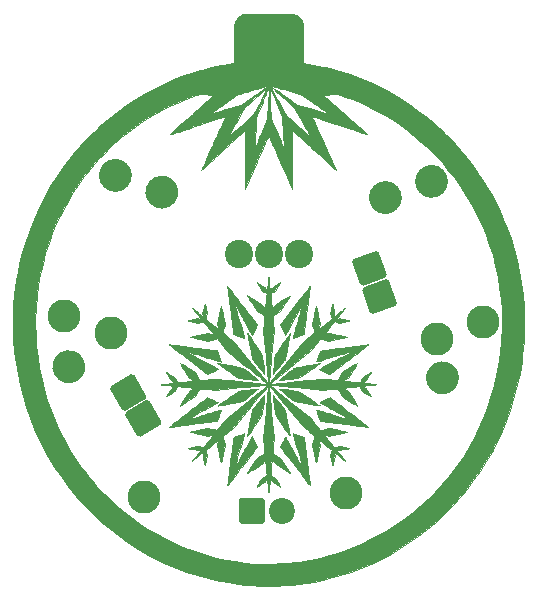
<source format=gbr>
%TF.GenerationSoftware,KiCad,Pcbnew,5.1.10*%
%TF.CreationDate,2021-10-23T16:34:25+02:00*%
%TF.ProjectId,xmas-badge,786d6173-2d62-4616-9467-652e6b696361,rev?*%
%TF.SameCoordinates,Original*%
%TF.FileFunction,Soldermask,Top*%
%TF.FilePolarity,Negative*%
%FSLAX46Y46*%
G04 Gerber Fmt 4.6, Leading zero omitted, Abs format (unit mm)*
G04 Created by KiCad (PCBNEW 5.1.10) date 2021-10-23 16:34:25*
%MOMM*%
%LPD*%
G01*
G04 APERTURE LIST*
%ADD10C,0.010000*%
%ADD11C,2.500000*%
%ADD12C,2.200000*%
%ADD13C,2.800000*%
%ADD14C,2.400000*%
G04 APERTURE END LIST*
D10*
%TO.C,G\u002A\u002A\u002A*%
G36*
X51545095Y-46595901D02*
G01*
X51544851Y-46599059D01*
X51544172Y-46603183D01*
X51544554Y-46606357D01*
X51544692Y-46606530D01*
X51542812Y-46627790D01*
X51535909Y-46687531D01*
X51524431Y-46782261D01*
X51508829Y-46908482D01*
X51489550Y-47062700D01*
X51467044Y-47241419D01*
X51441761Y-47441144D01*
X51414151Y-47658379D01*
X51384661Y-47889630D01*
X51353742Y-48131401D01*
X51321842Y-48380196D01*
X51289412Y-48632521D01*
X51256900Y-48884879D01*
X51224756Y-49133776D01*
X51193429Y-49375715D01*
X51163368Y-49607203D01*
X51135022Y-49824743D01*
X51108841Y-50024840D01*
X51085275Y-50203998D01*
X51064772Y-50358723D01*
X51047781Y-50485519D01*
X51034753Y-50580891D01*
X51026136Y-50641343D01*
X51025617Y-50644787D01*
X51019582Y-50662447D01*
X51003856Y-50679730D01*
X50973544Y-50698867D01*
X50923752Y-50722088D01*
X50849587Y-50751625D01*
X50746152Y-50789709D01*
X50608556Y-50838571D01*
X50573517Y-50850882D01*
X50443301Y-50896206D01*
X50325854Y-50936378D01*
X50227269Y-50969371D01*
X50153641Y-50993157D01*
X50111065Y-51005709D01*
X50103659Y-51007153D01*
X50088693Y-50994849D01*
X50096415Y-50953126D01*
X50097693Y-50949225D01*
X50114437Y-50896782D01*
X50140938Y-50810978D01*
X50176049Y-50695679D01*
X50218626Y-50554750D01*
X50267525Y-50392057D01*
X50321599Y-50211466D01*
X50379703Y-50016841D01*
X50440694Y-49812049D01*
X50503424Y-49600954D01*
X50566751Y-49387423D01*
X50629527Y-49175320D01*
X50690609Y-48968512D01*
X50748850Y-48770864D01*
X50803107Y-48586241D01*
X50852234Y-48418510D01*
X50895085Y-48271534D01*
X50930517Y-48149180D01*
X50957383Y-48055314D01*
X50974538Y-47993801D01*
X50980838Y-47968506D01*
X50980808Y-47968086D01*
X50969716Y-47984904D01*
X50940218Y-48036183D01*
X50893880Y-48119056D01*
X50832268Y-48230656D01*
X50756946Y-48368119D01*
X50669482Y-48528577D01*
X50571441Y-48709166D01*
X50464388Y-48907018D01*
X50349890Y-49119268D01*
X50229512Y-49343050D01*
X50222664Y-49355799D01*
X50101883Y-49580405D01*
X49986824Y-49793847D01*
X49879062Y-49993234D01*
X49780173Y-50175675D01*
X49691733Y-50338280D01*
X49615316Y-50478158D01*
X49552500Y-50592419D01*
X49504859Y-50678171D01*
X49473969Y-50732523D01*
X49461406Y-50752586D01*
X49461289Y-50752638D01*
X49449233Y-50734644D01*
X49421672Y-50683725D01*
X49381304Y-50605176D01*
X49330824Y-50504294D01*
X49272928Y-50386374D01*
X49235683Y-50309502D01*
X49021638Y-49865572D01*
X50271182Y-48240461D01*
X50481014Y-47967544D01*
X50511658Y-47927683D01*
X50986267Y-47927683D01*
X50996850Y-47938267D01*
X51007433Y-47927683D01*
X50996850Y-47917100D01*
X50986267Y-47927683D01*
X50511658Y-47927683D01*
X50666514Y-47726254D01*
X50829176Y-47514675D01*
X50970493Y-47330890D01*
X51091959Y-47172984D01*
X51195068Y-47039039D01*
X51281313Y-46927140D01*
X51352188Y-46835370D01*
X51409186Y-46761813D01*
X51453801Y-46704552D01*
X51487528Y-46661671D01*
X51511858Y-46631255D01*
X51528286Y-46611386D01*
X51538306Y-46600148D01*
X51543411Y-46595625D01*
X51545095Y-46595901D01*
G37*
X51545095Y-46595901D02*
X51544851Y-46599059D01*
X51544172Y-46603183D01*
X51544554Y-46606357D01*
X51544692Y-46606530D01*
X51542812Y-46627790D01*
X51535909Y-46687531D01*
X51524431Y-46782261D01*
X51508829Y-46908482D01*
X51489550Y-47062700D01*
X51467044Y-47241419D01*
X51441761Y-47441144D01*
X51414151Y-47658379D01*
X51384661Y-47889630D01*
X51353742Y-48131401D01*
X51321842Y-48380196D01*
X51289412Y-48632521D01*
X51256900Y-48884879D01*
X51224756Y-49133776D01*
X51193429Y-49375715D01*
X51163368Y-49607203D01*
X51135022Y-49824743D01*
X51108841Y-50024840D01*
X51085275Y-50203998D01*
X51064772Y-50358723D01*
X51047781Y-50485519D01*
X51034753Y-50580891D01*
X51026136Y-50641343D01*
X51025617Y-50644787D01*
X51019582Y-50662447D01*
X51003856Y-50679730D01*
X50973544Y-50698867D01*
X50923752Y-50722088D01*
X50849587Y-50751625D01*
X50746152Y-50789709D01*
X50608556Y-50838571D01*
X50573517Y-50850882D01*
X50443301Y-50896206D01*
X50325854Y-50936378D01*
X50227269Y-50969371D01*
X50153641Y-50993157D01*
X50111065Y-51005709D01*
X50103659Y-51007153D01*
X50088693Y-50994849D01*
X50096415Y-50953126D01*
X50097693Y-50949225D01*
X50114437Y-50896782D01*
X50140938Y-50810978D01*
X50176049Y-50695679D01*
X50218626Y-50554750D01*
X50267525Y-50392057D01*
X50321599Y-50211466D01*
X50379703Y-50016841D01*
X50440694Y-49812049D01*
X50503424Y-49600954D01*
X50566751Y-49387423D01*
X50629527Y-49175320D01*
X50690609Y-48968512D01*
X50748850Y-48770864D01*
X50803107Y-48586241D01*
X50852234Y-48418510D01*
X50895085Y-48271534D01*
X50930517Y-48149180D01*
X50957383Y-48055314D01*
X50974538Y-47993801D01*
X50980838Y-47968506D01*
X50980808Y-47968086D01*
X50969716Y-47984904D01*
X50940218Y-48036183D01*
X50893880Y-48119056D01*
X50832268Y-48230656D01*
X50756946Y-48368119D01*
X50669482Y-48528577D01*
X50571441Y-48709166D01*
X50464388Y-48907018D01*
X50349890Y-49119268D01*
X50229512Y-49343050D01*
X50222664Y-49355799D01*
X50101883Y-49580405D01*
X49986824Y-49793847D01*
X49879062Y-49993234D01*
X49780173Y-50175675D01*
X49691733Y-50338280D01*
X49615316Y-50478158D01*
X49552500Y-50592419D01*
X49504859Y-50678171D01*
X49473969Y-50732523D01*
X49461406Y-50752586D01*
X49461289Y-50752638D01*
X49449233Y-50734644D01*
X49421672Y-50683725D01*
X49381304Y-50605176D01*
X49330824Y-50504294D01*
X49272928Y-50386374D01*
X49235683Y-50309502D01*
X49021638Y-49865572D01*
X50271182Y-48240461D01*
X50481014Y-47967544D01*
X50511658Y-47927683D01*
X50986267Y-47927683D01*
X50996850Y-47938267D01*
X51007433Y-47927683D01*
X50996850Y-47917100D01*
X50986267Y-47927683D01*
X50511658Y-47927683D01*
X50666514Y-47726254D01*
X50829176Y-47514675D01*
X50970493Y-47330890D01*
X51091959Y-47172984D01*
X51195068Y-47039039D01*
X51281313Y-46927140D01*
X51352188Y-46835370D01*
X51409186Y-46761813D01*
X51453801Y-46704552D01*
X51487528Y-46661671D01*
X51511858Y-46631255D01*
X51528286Y-46611386D01*
X51538306Y-46600148D01*
X51543411Y-46595625D01*
X51545095Y-46595901D01*
G36*
X44570297Y-46634370D02*
G01*
X44607231Y-46679253D01*
X44665663Y-46752143D01*
X44743442Y-46850263D01*
X44838415Y-46970836D01*
X44948431Y-47111087D01*
X45071337Y-47268237D01*
X45204980Y-47439511D01*
X45347210Y-47622131D01*
X45495874Y-47813321D01*
X45648819Y-48010304D01*
X45803893Y-48210304D01*
X45958945Y-48410543D01*
X46111821Y-48608244D01*
X46260371Y-48800632D01*
X46402441Y-48984929D01*
X46535880Y-49158358D01*
X46658535Y-49318144D01*
X46768255Y-49461508D01*
X46862887Y-49585675D01*
X46940279Y-49687867D01*
X46998278Y-49765308D01*
X47034733Y-49815221D01*
X47045321Y-49830723D01*
X47052723Y-49848242D01*
X47053390Y-49871833D01*
X47045421Y-49906479D01*
X47026912Y-49957162D01*
X46995959Y-50028862D01*
X46950660Y-50126564D01*
X46889111Y-50255248D01*
X46860622Y-50314225D01*
X46799838Y-50439116D01*
X46745090Y-50550198D01*
X46699060Y-50642144D01*
X46664431Y-50709626D01*
X46643883Y-50747319D01*
X46639491Y-50753433D01*
X46628320Y-50735268D01*
X46598673Y-50682688D01*
X46552116Y-50598567D01*
X46490214Y-50485777D01*
X46414534Y-50347193D01*
X46326642Y-50185689D01*
X46228103Y-50004136D01*
X46120484Y-49805410D01*
X46005351Y-49592383D01*
X45884270Y-49367928D01*
X45872750Y-49346553D01*
X45751279Y-49121366D01*
X45635659Y-48907483D01*
X45527449Y-48707760D01*
X45428208Y-48525055D01*
X45339497Y-48362223D01*
X45262873Y-48222121D01*
X45199897Y-48107605D01*
X45152128Y-48021531D01*
X45121125Y-47966757D01*
X45108446Y-47946138D01*
X45108249Y-47946062D01*
X45113151Y-47966852D01*
X45129337Y-48025022D01*
X45155878Y-48117416D01*
X45191843Y-48240881D01*
X45236305Y-48392262D01*
X45288332Y-48568406D01*
X45346997Y-48766157D01*
X45411369Y-48982362D01*
X45480520Y-49213867D01*
X45553519Y-49457518D01*
X45556980Y-49469050D01*
X45630249Y-49713348D01*
X45699867Y-49945747D01*
X45764889Y-50163079D01*
X45824372Y-50362175D01*
X45877372Y-50539869D01*
X45922944Y-50692992D01*
X45960146Y-50818378D01*
X45988034Y-50912858D01*
X46005662Y-50973264D01*
X46012089Y-50996430D01*
X46012100Y-50996541D01*
X46007491Y-51003523D01*
X45990724Y-51004230D01*
X45957389Y-50997355D01*
X45903078Y-50981587D01*
X45823380Y-50955619D01*
X45713885Y-50918142D01*
X45570184Y-50867846D01*
X45525888Y-50852231D01*
X45383431Y-50801715D01*
X45275832Y-50762575D01*
X45197941Y-50732342D01*
X45144612Y-50708546D01*
X45110696Y-50688718D01*
X45091045Y-50670388D01*
X45080512Y-50651087D01*
X45076003Y-50636421D01*
X45070528Y-50605189D01*
X45060301Y-50536198D01*
X45045779Y-50432985D01*
X45027420Y-50299087D01*
X45005680Y-50138039D01*
X44981016Y-49953379D01*
X44953886Y-49748643D01*
X44924746Y-49527367D01*
X44894053Y-49293087D01*
X44862265Y-49049340D01*
X44829838Y-48799662D01*
X44797229Y-48547590D01*
X44764895Y-48296659D01*
X44733294Y-48050407D01*
X44714911Y-47906517D01*
X45080767Y-47906517D01*
X45091350Y-47917100D01*
X45101933Y-47906517D01*
X45091350Y-47895933D01*
X45080767Y-47906517D01*
X44714911Y-47906517D01*
X44702882Y-47812370D01*
X44674116Y-47586084D01*
X44647453Y-47375085D01*
X44623351Y-47182910D01*
X44602266Y-47013096D01*
X44584654Y-46869178D01*
X44570974Y-46754693D01*
X44561683Y-46673177D01*
X44557236Y-46628167D01*
X44557015Y-46620271D01*
X44570297Y-46634370D01*
G37*
X44570297Y-46634370D02*
X44607231Y-46679253D01*
X44665663Y-46752143D01*
X44743442Y-46850263D01*
X44838415Y-46970836D01*
X44948431Y-47111087D01*
X45071337Y-47268237D01*
X45204980Y-47439511D01*
X45347210Y-47622131D01*
X45495874Y-47813321D01*
X45648819Y-48010304D01*
X45803893Y-48210304D01*
X45958945Y-48410543D01*
X46111821Y-48608244D01*
X46260371Y-48800632D01*
X46402441Y-48984929D01*
X46535880Y-49158358D01*
X46658535Y-49318144D01*
X46768255Y-49461508D01*
X46862887Y-49585675D01*
X46940279Y-49687867D01*
X46998278Y-49765308D01*
X47034733Y-49815221D01*
X47045321Y-49830723D01*
X47052723Y-49848242D01*
X47053390Y-49871833D01*
X47045421Y-49906479D01*
X47026912Y-49957162D01*
X46995959Y-50028862D01*
X46950660Y-50126564D01*
X46889111Y-50255248D01*
X46860622Y-50314225D01*
X46799838Y-50439116D01*
X46745090Y-50550198D01*
X46699060Y-50642144D01*
X46664431Y-50709626D01*
X46643883Y-50747319D01*
X46639491Y-50753433D01*
X46628320Y-50735268D01*
X46598673Y-50682688D01*
X46552116Y-50598567D01*
X46490214Y-50485777D01*
X46414534Y-50347193D01*
X46326642Y-50185689D01*
X46228103Y-50004136D01*
X46120484Y-49805410D01*
X46005351Y-49592383D01*
X45884270Y-49367928D01*
X45872750Y-49346553D01*
X45751279Y-49121366D01*
X45635659Y-48907483D01*
X45527449Y-48707760D01*
X45428208Y-48525055D01*
X45339497Y-48362223D01*
X45262873Y-48222121D01*
X45199897Y-48107605D01*
X45152128Y-48021531D01*
X45121125Y-47966757D01*
X45108446Y-47946138D01*
X45108249Y-47946062D01*
X45113151Y-47966852D01*
X45129337Y-48025022D01*
X45155878Y-48117416D01*
X45191843Y-48240881D01*
X45236305Y-48392262D01*
X45288332Y-48568406D01*
X45346997Y-48766157D01*
X45411369Y-48982362D01*
X45480520Y-49213867D01*
X45553519Y-49457518D01*
X45556980Y-49469050D01*
X45630249Y-49713348D01*
X45699867Y-49945747D01*
X45764889Y-50163079D01*
X45824372Y-50362175D01*
X45877372Y-50539869D01*
X45922944Y-50692992D01*
X45960146Y-50818378D01*
X45988034Y-50912858D01*
X46005662Y-50973264D01*
X46012089Y-50996430D01*
X46012100Y-50996541D01*
X46007491Y-51003523D01*
X45990724Y-51004230D01*
X45957389Y-50997355D01*
X45903078Y-50981587D01*
X45823380Y-50955619D01*
X45713885Y-50918142D01*
X45570184Y-50867846D01*
X45525888Y-50852231D01*
X45383431Y-50801715D01*
X45275832Y-50762575D01*
X45197941Y-50732342D01*
X45144612Y-50708546D01*
X45110696Y-50688718D01*
X45091045Y-50670388D01*
X45080512Y-50651087D01*
X45076003Y-50636421D01*
X45070528Y-50605189D01*
X45060301Y-50536198D01*
X45045779Y-50432985D01*
X45027420Y-50299087D01*
X45005680Y-50138039D01*
X44981016Y-49953379D01*
X44953886Y-49748643D01*
X44924746Y-49527367D01*
X44894053Y-49293087D01*
X44862265Y-49049340D01*
X44829838Y-48799662D01*
X44797229Y-48547590D01*
X44764895Y-48296659D01*
X44733294Y-48050407D01*
X44714911Y-47906517D01*
X45080767Y-47906517D01*
X45091350Y-47917100D01*
X45101933Y-47906517D01*
X45091350Y-47895933D01*
X45080767Y-47906517D01*
X44714911Y-47906517D01*
X44702882Y-47812370D01*
X44674116Y-47586084D01*
X44647453Y-47375085D01*
X44623351Y-47182910D01*
X44602266Y-47013096D01*
X44584654Y-46869178D01*
X44570974Y-46754693D01*
X44561683Y-46673177D01*
X44557236Y-46628167D01*
X44557015Y-46620271D01*
X44570297Y-46634370D01*
G36*
X49836211Y-50647495D02*
G01*
X49827364Y-50710911D01*
X49812218Y-50806271D01*
X49791660Y-50928767D01*
X49766578Y-51073593D01*
X49737858Y-51235943D01*
X49706390Y-51411009D01*
X49673060Y-51593986D01*
X49638756Y-51780067D01*
X49604366Y-51964444D01*
X49570778Y-52142313D01*
X49538878Y-52308866D01*
X49509554Y-52459296D01*
X49483695Y-52588797D01*
X49462187Y-52692563D01*
X49445918Y-52765788D01*
X49435777Y-52803663D01*
X49434089Y-52807377D01*
X49404803Y-52846050D01*
X49354507Y-52909738D01*
X49286805Y-52994065D01*
X49205302Y-53094660D01*
X49113601Y-53207151D01*
X49015308Y-53327164D01*
X48914026Y-53450328D01*
X48813359Y-53572268D01*
X48716914Y-53688614D01*
X48628293Y-53794991D01*
X48551100Y-53887028D01*
X48488942Y-53960352D01*
X48445421Y-54010590D01*
X48424142Y-54033370D01*
X48422759Y-54034267D01*
X48414390Y-54016032D01*
X48415480Y-53971524D01*
X48416269Y-53965475D01*
X48420629Y-53928646D01*
X48428650Y-53855062D01*
X48439770Y-53750092D01*
X48453430Y-53619104D01*
X48469070Y-53467465D01*
X48486127Y-53300543D01*
X48500636Y-53157451D01*
X48518422Y-52984511D01*
X48535461Y-52824652D01*
X48551178Y-52682830D01*
X48564999Y-52564006D01*
X48576349Y-52473137D01*
X48584653Y-52415182D01*
X48588919Y-52395451D01*
X48617311Y-52350849D01*
X48665073Y-52279262D01*
X48729458Y-52184596D01*
X48807718Y-52070752D01*
X48897106Y-51941635D01*
X48994874Y-51801149D01*
X49098276Y-51653197D01*
X49204563Y-51501683D01*
X49310988Y-51350511D01*
X49414804Y-51203585D01*
X49513264Y-51064808D01*
X49603620Y-50938084D01*
X49683124Y-50827317D01*
X49749030Y-50736410D01*
X49798590Y-50669268D01*
X49829056Y-50629794D01*
X49837870Y-50620827D01*
X49836211Y-50647495D01*
G37*
X49836211Y-50647495D02*
X49827364Y-50710911D01*
X49812218Y-50806271D01*
X49791660Y-50928767D01*
X49766578Y-51073593D01*
X49737858Y-51235943D01*
X49706390Y-51411009D01*
X49673060Y-51593986D01*
X49638756Y-51780067D01*
X49604366Y-51964444D01*
X49570778Y-52142313D01*
X49538878Y-52308866D01*
X49509554Y-52459296D01*
X49483695Y-52588797D01*
X49462187Y-52692563D01*
X49445918Y-52765788D01*
X49435777Y-52803663D01*
X49434089Y-52807377D01*
X49404803Y-52846050D01*
X49354507Y-52909738D01*
X49286805Y-52994065D01*
X49205302Y-53094660D01*
X49113601Y-53207151D01*
X49015308Y-53327164D01*
X48914026Y-53450328D01*
X48813359Y-53572268D01*
X48716914Y-53688614D01*
X48628293Y-53794991D01*
X48551100Y-53887028D01*
X48488942Y-53960352D01*
X48445421Y-54010590D01*
X48424142Y-54033370D01*
X48422759Y-54034267D01*
X48414390Y-54016032D01*
X48415480Y-53971524D01*
X48416269Y-53965475D01*
X48420629Y-53928646D01*
X48428650Y-53855062D01*
X48439770Y-53750092D01*
X48453430Y-53619104D01*
X48469070Y-53467465D01*
X48486127Y-53300543D01*
X48500636Y-53157451D01*
X48518422Y-52984511D01*
X48535461Y-52824652D01*
X48551178Y-52682830D01*
X48564999Y-52564006D01*
X48576349Y-52473137D01*
X48584653Y-52415182D01*
X48588919Y-52395451D01*
X48617311Y-52350849D01*
X48665073Y-52279262D01*
X48729458Y-52184596D01*
X48807718Y-52070752D01*
X48897106Y-51941635D01*
X48994874Y-51801149D01*
X49098276Y-51653197D01*
X49204563Y-51501683D01*
X49310988Y-51350511D01*
X49414804Y-51203585D01*
X49513264Y-51064808D01*
X49603620Y-50938084D01*
X49683124Y-50827317D01*
X49749030Y-50736410D01*
X49798590Y-50669268D01*
X49829056Y-50629794D01*
X49837870Y-50620827D01*
X49836211Y-50647495D01*
G36*
X46276683Y-50610524D02*
G01*
X46283126Y-50618425D01*
X46297722Y-50639761D01*
X46334078Y-50692528D01*
X46389860Y-50773348D01*
X46462732Y-50878844D01*
X46550362Y-51005637D01*
X46650415Y-51150351D01*
X46760557Y-51309607D01*
X46878455Y-51480029D01*
X46910810Y-51526790D01*
X47523771Y-52412639D01*
X47603430Y-53186411D01*
X47625149Y-53397501D01*
X47642832Y-53570300D01*
X47656773Y-53708630D01*
X47667266Y-53816311D01*
X47674604Y-53897165D01*
X47679079Y-53955012D01*
X47680985Y-53993675D01*
X47680616Y-54016973D01*
X47678264Y-54028728D01*
X47674224Y-54032760D01*
X47668787Y-54032892D01*
X47668392Y-54032856D01*
X47651965Y-54016632D01*
X47612018Y-53971013D01*
X47551552Y-53899603D01*
X47473564Y-53806003D01*
X47381054Y-53693818D01*
X47277023Y-53566649D01*
X47164468Y-53428100D01*
X47147851Y-53407567D01*
X46643185Y-52783688D01*
X46445887Y-51699769D01*
X46408166Y-51491336D01*
X46373183Y-51295699D01*
X46341609Y-51116768D01*
X46314112Y-50958451D01*
X46291363Y-50824659D01*
X46274031Y-50719301D01*
X46262786Y-50646285D01*
X46258298Y-50609523D01*
X46258495Y-50605879D01*
X46276683Y-50610524D01*
G37*
X46276683Y-50610524D02*
X46283126Y-50618425D01*
X46297722Y-50639761D01*
X46334078Y-50692528D01*
X46389860Y-50773348D01*
X46462732Y-50878844D01*
X46550362Y-51005637D01*
X46650415Y-51150351D01*
X46760557Y-51309607D01*
X46878455Y-51480029D01*
X46910810Y-51526790D01*
X47523771Y-52412639D01*
X47603430Y-53186411D01*
X47625149Y-53397501D01*
X47642832Y-53570300D01*
X47656773Y-53708630D01*
X47667266Y-53816311D01*
X47674604Y-53897165D01*
X47679079Y-53955012D01*
X47680985Y-53993675D01*
X47680616Y-54016973D01*
X47678264Y-54028728D01*
X47674224Y-54032760D01*
X47668787Y-54032892D01*
X47668392Y-54032856D01*
X47651965Y-54016632D01*
X47612018Y-53971013D01*
X47551552Y-53899603D01*
X47473564Y-53806003D01*
X47381054Y-53693818D01*
X47277023Y-53566649D01*
X47164468Y-53428100D01*
X47147851Y-53407567D01*
X46643185Y-52783688D01*
X46445887Y-51699769D01*
X46408166Y-51491336D01*
X46373183Y-51295699D01*
X46341609Y-51116768D01*
X46314112Y-50958451D01*
X46291363Y-50824659D01*
X46274031Y-50719301D01*
X46262786Y-50646285D01*
X46258298Y-50609523D01*
X46258495Y-50605879D01*
X46276683Y-50610524D01*
G36*
X56481006Y-51554504D02*
G01*
X56480357Y-51555597D01*
X56460113Y-51574271D01*
X56409086Y-51616197D01*
X56330105Y-51679212D01*
X56225996Y-51761156D01*
X56099587Y-51859867D01*
X55953704Y-51973185D01*
X55791175Y-52098946D01*
X55614828Y-52234991D01*
X55427489Y-52379157D01*
X55231986Y-52529283D01*
X55031146Y-52683209D01*
X54827795Y-52838771D01*
X54624762Y-52993810D01*
X54424874Y-53146164D01*
X54230958Y-53293671D01*
X54045840Y-53434170D01*
X53872349Y-53565500D01*
X53713311Y-53685498D01*
X53571554Y-53792005D01*
X53449904Y-53882858D01*
X53351190Y-53955896D01*
X53278238Y-54008958D01*
X53233876Y-54039881D01*
X53221142Y-54047239D01*
X53189781Y-54039919D01*
X53126779Y-54016205D01*
X53038300Y-53978744D01*
X52930511Y-53930187D01*
X52809576Y-53873183D01*
X52758975Y-53848645D01*
X52637383Y-53788702D01*
X52529743Y-53734672D01*
X52441498Y-53689368D01*
X52378090Y-53655601D01*
X52344960Y-53636182D01*
X52341377Y-53632902D01*
X52359624Y-53621302D01*
X52412309Y-53591256D01*
X52496565Y-53544331D01*
X52609523Y-53482092D01*
X52748317Y-53406106D01*
X52910079Y-53317936D01*
X53091942Y-53219150D01*
X53291038Y-53111313D01*
X53504501Y-52995990D01*
X53729462Y-52874747D01*
X53757759Y-52859517D01*
X53983756Y-52737805D01*
X54198500Y-52621982D01*
X54399138Y-52513595D01*
X54582817Y-52414194D01*
X54746684Y-52325328D01*
X54887886Y-52248548D01*
X55003571Y-52185401D01*
X55090885Y-52137438D01*
X55146977Y-52106208D01*
X55168991Y-52093260D01*
X55169203Y-52093001D01*
X55148723Y-52098211D01*
X55090831Y-52114693D01*
X54998655Y-52141522D01*
X54875320Y-52177771D01*
X54723954Y-52222514D01*
X54547682Y-52274825D01*
X54349632Y-52333777D01*
X54132928Y-52398444D01*
X53900698Y-52467900D01*
X53656069Y-52541218D01*
X53625821Y-52550294D01*
X53305594Y-52646045D01*
X53021402Y-52730293D01*
X52773792Y-52802884D01*
X52563314Y-52863664D01*
X52390515Y-52912476D01*
X52255944Y-52949166D01*
X52160151Y-52973578D01*
X52103682Y-52985558D01*
X52086933Y-52985509D01*
X52093681Y-52957996D01*
X52112261Y-52898170D01*
X52140183Y-52813175D01*
X52174953Y-52710156D01*
X52214079Y-52596260D01*
X52255070Y-52478630D01*
X52295432Y-52364412D01*
X52332674Y-52260751D01*
X52364303Y-52174793D01*
X52387827Y-52113683D01*
X52400753Y-52084565D01*
X52401578Y-52083445D01*
X52424053Y-52078760D01*
X52439388Y-52076350D01*
X55198433Y-52076350D01*
X55209017Y-52086933D01*
X55219600Y-52076350D01*
X55209017Y-52065767D01*
X55198433Y-52076350D01*
X52439388Y-52076350D01*
X52485597Y-52069088D01*
X52583287Y-52054825D01*
X52714203Y-52036369D01*
X52875423Y-52014117D01*
X53064027Y-51988464D01*
X53277092Y-51959808D01*
X53511698Y-51928545D01*
X53764923Y-51895071D01*
X54033845Y-51859785D01*
X54315545Y-51823081D01*
X54394100Y-51812891D01*
X54679999Y-51775795D01*
X54954789Y-51740053D01*
X55215457Y-51706063D01*
X55458987Y-51674221D01*
X55682365Y-51644925D01*
X55882577Y-51618571D01*
X56056608Y-51595557D01*
X56201444Y-51576279D01*
X56314071Y-51561134D01*
X56391474Y-51550520D01*
X56430639Y-51544833D01*
X56434040Y-51544240D01*
X56476020Y-51540630D01*
X56481006Y-51554504D01*
G37*
X56481006Y-51554504D02*
X56480357Y-51555597D01*
X56460113Y-51574271D01*
X56409086Y-51616197D01*
X56330105Y-51679212D01*
X56225996Y-51761156D01*
X56099587Y-51859867D01*
X55953704Y-51973185D01*
X55791175Y-52098946D01*
X55614828Y-52234991D01*
X55427489Y-52379157D01*
X55231986Y-52529283D01*
X55031146Y-52683209D01*
X54827795Y-52838771D01*
X54624762Y-52993810D01*
X54424874Y-53146164D01*
X54230958Y-53293671D01*
X54045840Y-53434170D01*
X53872349Y-53565500D01*
X53713311Y-53685498D01*
X53571554Y-53792005D01*
X53449904Y-53882858D01*
X53351190Y-53955896D01*
X53278238Y-54008958D01*
X53233876Y-54039881D01*
X53221142Y-54047239D01*
X53189781Y-54039919D01*
X53126779Y-54016205D01*
X53038300Y-53978744D01*
X52930511Y-53930187D01*
X52809576Y-53873183D01*
X52758975Y-53848645D01*
X52637383Y-53788702D01*
X52529743Y-53734672D01*
X52441498Y-53689368D01*
X52378090Y-53655601D01*
X52344960Y-53636182D01*
X52341377Y-53632902D01*
X52359624Y-53621302D01*
X52412309Y-53591256D01*
X52496565Y-53544331D01*
X52609523Y-53482092D01*
X52748317Y-53406106D01*
X52910079Y-53317936D01*
X53091942Y-53219150D01*
X53291038Y-53111313D01*
X53504501Y-52995990D01*
X53729462Y-52874747D01*
X53757759Y-52859517D01*
X53983756Y-52737805D01*
X54198500Y-52621982D01*
X54399138Y-52513595D01*
X54582817Y-52414194D01*
X54746684Y-52325328D01*
X54887886Y-52248548D01*
X55003571Y-52185401D01*
X55090885Y-52137438D01*
X55146977Y-52106208D01*
X55168991Y-52093260D01*
X55169203Y-52093001D01*
X55148723Y-52098211D01*
X55090831Y-52114693D01*
X54998655Y-52141522D01*
X54875320Y-52177771D01*
X54723954Y-52222514D01*
X54547682Y-52274825D01*
X54349632Y-52333777D01*
X54132928Y-52398444D01*
X53900698Y-52467900D01*
X53656069Y-52541218D01*
X53625821Y-52550294D01*
X53305594Y-52646045D01*
X53021402Y-52730293D01*
X52773792Y-52802884D01*
X52563314Y-52863664D01*
X52390515Y-52912476D01*
X52255944Y-52949166D01*
X52160151Y-52973578D01*
X52103682Y-52985558D01*
X52086933Y-52985509D01*
X52093681Y-52957996D01*
X52112261Y-52898170D01*
X52140183Y-52813175D01*
X52174953Y-52710156D01*
X52214079Y-52596260D01*
X52255070Y-52478630D01*
X52295432Y-52364412D01*
X52332674Y-52260751D01*
X52364303Y-52174793D01*
X52387827Y-52113683D01*
X52400753Y-52084565D01*
X52401578Y-52083445D01*
X52424053Y-52078760D01*
X52439388Y-52076350D01*
X55198433Y-52076350D01*
X55209017Y-52086933D01*
X55219600Y-52076350D01*
X55209017Y-52065767D01*
X55198433Y-52076350D01*
X52439388Y-52076350D01*
X52485597Y-52069088D01*
X52583287Y-52054825D01*
X52714203Y-52036369D01*
X52875423Y-52014117D01*
X53064027Y-51988464D01*
X53277092Y-51959808D01*
X53511698Y-51928545D01*
X53764923Y-51895071D01*
X54033845Y-51859785D01*
X54315545Y-51823081D01*
X54394100Y-51812891D01*
X54679999Y-51775795D01*
X54954789Y-51740053D01*
X55215457Y-51706063D01*
X55458987Y-51674221D01*
X55682365Y-51644925D01*
X55882577Y-51618571D01*
X56056608Y-51595557D01*
X56201444Y-51576279D01*
X56314071Y-51561134D01*
X56391474Y-51550520D01*
X56430639Y-51544833D01*
X56434040Y-51544240D01*
X56476020Y-51540630D01*
X56481006Y-51554504D01*
G36*
X39675467Y-51544486D02*
G01*
X39703669Y-51548716D01*
X39769993Y-51557859D01*
X39870883Y-51571452D01*
X40002782Y-51589032D01*
X40162135Y-51610137D01*
X40345387Y-51634304D01*
X40548981Y-51661069D01*
X40769362Y-51689970D01*
X41002974Y-51720544D01*
X41246262Y-51752328D01*
X41495669Y-51784859D01*
X41747641Y-51817675D01*
X41998621Y-51850311D01*
X42245053Y-51882307D01*
X42483383Y-51913197D01*
X42710053Y-51942521D01*
X42921509Y-51969814D01*
X43114195Y-51994614D01*
X43284555Y-52016458D01*
X43429033Y-52034883D01*
X43544074Y-52049427D01*
X43626122Y-52059626D01*
X43671621Y-52065017D01*
X43679680Y-52065767D01*
X43692092Y-52084846D01*
X43715799Y-52138216D01*
X43748511Y-52220071D01*
X43787937Y-52324608D01*
X43831787Y-52446021D01*
X43848790Y-52494392D01*
X43893924Y-52623539D01*
X43935078Y-52740932D01*
X43969953Y-52840044D01*
X43996249Y-52914344D01*
X44011670Y-52957306D01*
X44013949Y-52963415D01*
X44019698Y-52990658D01*
X44000199Y-52996650D01*
X43967777Y-52991397D01*
X43937678Y-52983383D01*
X43870421Y-52964183D01*
X43769389Y-52934799D01*
X43637968Y-52896231D01*
X43479540Y-52849479D01*
X43297490Y-52795543D01*
X43095201Y-52735424D01*
X42876057Y-52670123D01*
X42643442Y-52600638D01*
X42448528Y-52542293D01*
X42209222Y-52470749D01*
X41981914Y-52403094D01*
X41769829Y-52340270D01*
X41576194Y-52283219D01*
X41404234Y-52232880D01*
X41257174Y-52190196D01*
X41138239Y-52156107D01*
X41050656Y-52131555D01*
X40997648Y-52117480D01*
X40982192Y-52114453D01*
X40998911Y-52125648D01*
X41050068Y-52155274D01*
X41132790Y-52201754D01*
X41244205Y-52263515D01*
X41381442Y-52338982D01*
X41541629Y-52426582D01*
X41721893Y-52524738D01*
X41919364Y-52631878D01*
X42131170Y-52746426D01*
X42354437Y-52866809D01*
X42360305Y-52869968D01*
X42584110Y-52990649D01*
X42796728Y-53105681D01*
X42995259Y-53213471D01*
X43176809Y-53312428D01*
X43338480Y-53400963D01*
X43477375Y-53477484D01*
X43590597Y-53540399D01*
X43675250Y-53588119D01*
X43728437Y-53619053D01*
X43747260Y-53631609D01*
X43747267Y-53631657D01*
X43729147Y-53644964D01*
X43679175Y-53672832D01*
X43603931Y-53712075D01*
X43509995Y-53759505D01*
X43403948Y-53811933D01*
X43292369Y-53866172D01*
X43181839Y-53919034D01*
X43078937Y-53967332D01*
X42990246Y-54007878D01*
X42922343Y-54037483D01*
X42881811Y-54052961D01*
X42874460Y-54054480D01*
X42854214Y-54041695D01*
X42802810Y-54004798D01*
X42722586Y-53945561D01*
X42615882Y-53865759D01*
X42485037Y-53767163D01*
X42332390Y-53651547D01*
X42160280Y-53520684D01*
X41971046Y-53376347D01*
X41767027Y-53220309D01*
X41550562Y-53054343D01*
X41323990Y-52880222D01*
X41239017Y-52814818D01*
X41009552Y-52637961D01*
X40789705Y-52468200D01*
X40581787Y-52307336D01*
X40388109Y-52157172D01*
X40311353Y-52097517D01*
X40932100Y-52097517D01*
X40942683Y-52108100D01*
X40953267Y-52097517D01*
X40942683Y-52086933D01*
X40932100Y-52097517D01*
X40311353Y-52097517D01*
X40210982Y-52019510D01*
X40052717Y-51896152D01*
X39915625Y-51788901D01*
X39802018Y-51699560D01*
X39714206Y-51629931D01*
X39654500Y-51581816D01*
X39625212Y-51557017D01*
X39622550Y-51554121D01*
X39633766Y-51541190D01*
X39675467Y-51544486D01*
G37*
X39675467Y-51544486D02*
X39703669Y-51548716D01*
X39769993Y-51557859D01*
X39870883Y-51571452D01*
X40002782Y-51589032D01*
X40162135Y-51610137D01*
X40345387Y-51634304D01*
X40548981Y-51661069D01*
X40769362Y-51689970D01*
X41002974Y-51720544D01*
X41246262Y-51752328D01*
X41495669Y-51784859D01*
X41747641Y-51817675D01*
X41998621Y-51850311D01*
X42245053Y-51882307D01*
X42483383Y-51913197D01*
X42710053Y-51942521D01*
X42921509Y-51969814D01*
X43114195Y-51994614D01*
X43284555Y-52016458D01*
X43429033Y-52034883D01*
X43544074Y-52049427D01*
X43626122Y-52059626D01*
X43671621Y-52065017D01*
X43679680Y-52065767D01*
X43692092Y-52084846D01*
X43715799Y-52138216D01*
X43748511Y-52220071D01*
X43787937Y-52324608D01*
X43831787Y-52446021D01*
X43848790Y-52494392D01*
X43893924Y-52623539D01*
X43935078Y-52740932D01*
X43969953Y-52840044D01*
X43996249Y-52914344D01*
X44011670Y-52957306D01*
X44013949Y-52963415D01*
X44019698Y-52990658D01*
X44000199Y-52996650D01*
X43967777Y-52991397D01*
X43937678Y-52983383D01*
X43870421Y-52964183D01*
X43769389Y-52934799D01*
X43637968Y-52896231D01*
X43479540Y-52849479D01*
X43297490Y-52795543D01*
X43095201Y-52735424D01*
X42876057Y-52670123D01*
X42643442Y-52600638D01*
X42448528Y-52542293D01*
X42209222Y-52470749D01*
X41981914Y-52403094D01*
X41769829Y-52340270D01*
X41576194Y-52283219D01*
X41404234Y-52232880D01*
X41257174Y-52190196D01*
X41138239Y-52156107D01*
X41050656Y-52131555D01*
X40997648Y-52117480D01*
X40982192Y-52114453D01*
X40998911Y-52125648D01*
X41050068Y-52155274D01*
X41132790Y-52201754D01*
X41244205Y-52263515D01*
X41381442Y-52338982D01*
X41541629Y-52426582D01*
X41721893Y-52524738D01*
X41919364Y-52631878D01*
X42131170Y-52746426D01*
X42354437Y-52866809D01*
X42360305Y-52869968D01*
X42584110Y-52990649D01*
X42796728Y-53105681D01*
X42995259Y-53213471D01*
X43176809Y-53312428D01*
X43338480Y-53400963D01*
X43477375Y-53477484D01*
X43590597Y-53540399D01*
X43675250Y-53588119D01*
X43728437Y-53619053D01*
X43747260Y-53631609D01*
X43747267Y-53631657D01*
X43729147Y-53644964D01*
X43679175Y-53672832D01*
X43603931Y-53712075D01*
X43509995Y-53759505D01*
X43403948Y-53811933D01*
X43292369Y-53866172D01*
X43181839Y-53919034D01*
X43078937Y-53967332D01*
X42990246Y-54007878D01*
X42922343Y-54037483D01*
X42881811Y-54052961D01*
X42874460Y-54054480D01*
X42854214Y-54041695D01*
X42802810Y-54004798D01*
X42722586Y-53945561D01*
X42615882Y-53865759D01*
X42485037Y-53767163D01*
X42332390Y-53651547D01*
X42160280Y-53520684D01*
X41971046Y-53376347D01*
X41767027Y-53220309D01*
X41550562Y-53054343D01*
X41323990Y-52880222D01*
X41239017Y-52814818D01*
X41009552Y-52637961D01*
X40789705Y-52468200D01*
X40581787Y-52307336D01*
X40388109Y-52157172D01*
X40311353Y-52097517D01*
X40932100Y-52097517D01*
X40942683Y-52108100D01*
X40953267Y-52097517D01*
X40942683Y-52086933D01*
X40932100Y-52097517D01*
X40311353Y-52097517D01*
X40210982Y-52019510D01*
X40052717Y-51896152D01*
X39915625Y-51788901D01*
X39802018Y-51699560D01*
X39714206Y-51629931D01*
X39654500Y-51581816D01*
X39625212Y-51557017D01*
X39622550Y-51554121D01*
X39633766Y-51541190D01*
X39675467Y-51544486D01*
G36*
X52381503Y-53136511D02*
G01*
X52384943Y-53137909D01*
X52388607Y-53138556D01*
X52389795Y-53140369D01*
X52385809Y-53145264D01*
X52373950Y-53155158D01*
X52351521Y-53171967D01*
X52315821Y-53197608D01*
X52264153Y-53233997D01*
X52193817Y-53283051D01*
X52102116Y-53346686D01*
X51986350Y-53426817D01*
X51843822Y-53525363D01*
X51671831Y-53644239D01*
X51473100Y-53781615D01*
X50573517Y-54403562D01*
X49811517Y-54482751D01*
X49633864Y-54501056D01*
X49467422Y-54517909D01*
X49317402Y-54532802D01*
X49189017Y-54545232D01*
X49087478Y-54554693D01*
X49017998Y-54560680D01*
X48986772Y-54562686D01*
X48945940Y-54560590D01*
X48941400Y-54549450D01*
X48955022Y-54535049D01*
X48977621Y-54516044D01*
X49029080Y-54473712D01*
X49105342Y-54411350D01*
X49202353Y-54332252D01*
X49316058Y-54239716D01*
X49442401Y-54137036D01*
X49577327Y-54027509D01*
X49716782Y-53914430D01*
X49856709Y-53801096D01*
X49993055Y-53690802D01*
X50111963Y-53594753D01*
X50132260Y-53578781D01*
X50152957Y-53564696D01*
X50177658Y-53551670D01*
X50209968Y-53538878D01*
X50253490Y-53525493D01*
X50311829Y-53510689D01*
X50388590Y-53493640D01*
X50487376Y-53473519D01*
X50611792Y-53449499D01*
X50765443Y-53420756D01*
X50951932Y-53386461D01*
X51174864Y-53345790D01*
X51286713Y-53325427D01*
X51495307Y-53287651D01*
X51691072Y-53252571D01*
X51870105Y-53220861D01*
X52028507Y-53193193D01*
X52162378Y-53170241D01*
X52267816Y-53152677D01*
X52340922Y-53141176D01*
X52377794Y-53136409D01*
X52381503Y-53136511D01*
G37*
X52381503Y-53136511D02*
X52384943Y-53137909D01*
X52388607Y-53138556D01*
X52389795Y-53140369D01*
X52385809Y-53145264D01*
X52373950Y-53155158D01*
X52351521Y-53171967D01*
X52315821Y-53197608D01*
X52264153Y-53233997D01*
X52193817Y-53283051D01*
X52102116Y-53346686D01*
X51986350Y-53426817D01*
X51843822Y-53525363D01*
X51671831Y-53644239D01*
X51473100Y-53781615D01*
X50573517Y-54403562D01*
X49811517Y-54482751D01*
X49633864Y-54501056D01*
X49467422Y-54517909D01*
X49317402Y-54532802D01*
X49189017Y-54545232D01*
X49087478Y-54554693D01*
X49017998Y-54560680D01*
X48986772Y-54562686D01*
X48945940Y-54560590D01*
X48941400Y-54549450D01*
X48955022Y-54535049D01*
X48977621Y-54516044D01*
X49029080Y-54473712D01*
X49105342Y-54411350D01*
X49202353Y-54332252D01*
X49316058Y-54239716D01*
X49442401Y-54137036D01*
X49577327Y-54027509D01*
X49716782Y-53914430D01*
X49856709Y-53801096D01*
X49993055Y-53690802D01*
X50111963Y-53594753D01*
X50132260Y-53578781D01*
X50152957Y-53564696D01*
X50177658Y-53551670D01*
X50209968Y-53538878D01*
X50253490Y-53525493D01*
X50311829Y-53510689D01*
X50388590Y-53493640D01*
X50487376Y-53473519D01*
X50611792Y-53449499D01*
X50765443Y-53420756D01*
X50951932Y-53386461D01*
X51174864Y-53345790D01*
X51286713Y-53325427D01*
X51495307Y-53287651D01*
X51691072Y-53252571D01*
X51870105Y-53220861D01*
X52028507Y-53193193D01*
X52162378Y-53170241D01*
X52267816Y-53152677D01*
X52340922Y-53141176D01*
X52377794Y-53136409D01*
X52381503Y-53136511D01*
G36*
X43731583Y-53135445D02*
G01*
X43790903Y-53144741D01*
X43884103Y-53160334D01*
X44007304Y-53181548D01*
X44156628Y-53207706D01*
X44328196Y-53238132D01*
X44518131Y-53272150D01*
X44722554Y-53309082D01*
X44810980Y-53325151D01*
X45904848Y-53524270D01*
X46482349Y-53993526D01*
X46619283Y-54105009D01*
X46747623Y-54209907D01*
X46863187Y-54304770D01*
X46961795Y-54386150D01*
X47039266Y-54450599D01*
X47091419Y-54494668D01*
X47112285Y-54513107D01*
X47164721Y-54563433D01*
X47080535Y-54560828D01*
X47039906Y-54558034D01*
X46962710Y-54551279D01*
X46854476Y-54541101D01*
X46720732Y-54528038D01*
X46567005Y-54512629D01*
X46398823Y-54495410D01*
X46262136Y-54481172D01*
X46066963Y-54460627D01*
X45909260Y-54443683D01*
X45784392Y-54429548D01*
X45687726Y-54417431D01*
X45614625Y-54406539D01*
X45560456Y-54396081D01*
X45520585Y-54385264D01*
X45490375Y-54373297D01*
X45465194Y-54359387D01*
X45440406Y-54342742D01*
X45436636Y-54340102D01*
X45400765Y-54315113D01*
X45333986Y-54268761D01*
X45240217Y-54203760D01*
X45123373Y-54122820D01*
X44987370Y-54028654D01*
X44836122Y-53923973D01*
X44673546Y-53811488D01*
X44524141Y-53708148D01*
X44358955Y-53593662D01*
X44205167Y-53486600D01*
X44066138Y-53389336D01*
X43945230Y-53304244D01*
X43845805Y-53233700D01*
X43771226Y-53180078D01*
X43724855Y-53145753D01*
X43710022Y-53133123D01*
X43731583Y-53135445D01*
G37*
X43731583Y-53135445D02*
X43790903Y-53144741D01*
X43884103Y-53160334D01*
X44007304Y-53181548D01*
X44156628Y-53207706D01*
X44328196Y-53238132D01*
X44518131Y-53272150D01*
X44722554Y-53309082D01*
X44810980Y-53325151D01*
X45904848Y-53524270D01*
X46482349Y-53993526D01*
X46619283Y-54105009D01*
X46747623Y-54209907D01*
X46863187Y-54304770D01*
X46961795Y-54386150D01*
X47039266Y-54450599D01*
X47091419Y-54494668D01*
X47112285Y-54513107D01*
X47164721Y-54563433D01*
X47080535Y-54560828D01*
X47039906Y-54558034D01*
X46962710Y-54551279D01*
X46854476Y-54541101D01*
X46720732Y-54528038D01*
X46567005Y-54512629D01*
X46398823Y-54495410D01*
X46262136Y-54481172D01*
X46066963Y-54460627D01*
X45909260Y-54443683D01*
X45784392Y-54429548D01*
X45687726Y-54417431D01*
X45614625Y-54406539D01*
X45560456Y-54396081D01*
X45520585Y-54385264D01*
X45490375Y-54373297D01*
X45465194Y-54359387D01*
X45440406Y-54342742D01*
X45436636Y-54340102D01*
X45400765Y-54315113D01*
X45333986Y-54268761D01*
X45240217Y-54203760D01*
X45123373Y-54122820D01*
X44987370Y-54028654D01*
X44836122Y-53923973D01*
X44673546Y-53811488D01*
X44524141Y-53708148D01*
X44358955Y-53593662D01*
X44205167Y-53486600D01*
X44066138Y-53389336D01*
X43945230Y-53304244D01*
X43845805Y-53233700D01*
X43771226Y-53180078D01*
X43724855Y-53145753D01*
X43710022Y-53133123D01*
X43731583Y-53135445D01*
G36*
X49012423Y-55301873D02*
G01*
X49081749Y-55306775D01*
X49177935Y-55315107D01*
X49304423Y-55327126D01*
X49464655Y-55343091D01*
X49662073Y-55363261D01*
X49757667Y-55373128D01*
X50571652Y-55457315D01*
X51461584Y-56072028D01*
X51634808Y-56191757D01*
X51797678Y-56304474D01*
X51946830Y-56407843D01*
X52078900Y-56499524D01*
X52190527Y-56577181D01*
X52278346Y-56638476D01*
X52338995Y-56681072D01*
X52369111Y-56702630D01*
X52371625Y-56704588D01*
X52377120Y-56712810D01*
X52369586Y-56717547D01*
X52346186Y-56718359D01*
X52304080Y-56714806D01*
X52240431Y-56706448D01*
X52152398Y-56692845D01*
X52037145Y-56673556D01*
X51891832Y-56648142D01*
X51713621Y-56616163D01*
X51499674Y-56577177D01*
X51247151Y-56530747D01*
X51230401Y-56527657D01*
X50193953Y-56336465D01*
X49568818Y-55827497D01*
X49428772Y-55713477D01*
X49299208Y-55607993D01*
X49183754Y-55513999D01*
X49086038Y-55434449D01*
X49009688Y-55372296D01*
X48958333Y-55330494D01*
X48935601Y-55311996D01*
X48934864Y-55311398D01*
X48931176Y-55305164D01*
X48940578Y-55301326D01*
X48966513Y-55300143D01*
X49012423Y-55301873D01*
G37*
X49012423Y-55301873D02*
X49081749Y-55306775D01*
X49177935Y-55315107D01*
X49304423Y-55327126D01*
X49464655Y-55343091D01*
X49662073Y-55363261D01*
X49757667Y-55373128D01*
X50571652Y-55457315D01*
X51461584Y-56072028D01*
X51634808Y-56191757D01*
X51797678Y-56304474D01*
X51946830Y-56407843D01*
X52078900Y-56499524D01*
X52190527Y-56577181D01*
X52278346Y-56638476D01*
X52338995Y-56681072D01*
X52369111Y-56702630D01*
X52371625Y-56704588D01*
X52377120Y-56712810D01*
X52369586Y-56717547D01*
X52346186Y-56718359D01*
X52304080Y-56714806D01*
X52240431Y-56706448D01*
X52152398Y-56692845D01*
X52037145Y-56673556D01*
X51891832Y-56648142D01*
X51713621Y-56616163D01*
X51499674Y-56577177D01*
X51247151Y-56530747D01*
X51230401Y-56527657D01*
X50193953Y-56336465D01*
X49568818Y-55827497D01*
X49428772Y-55713477D01*
X49299208Y-55607993D01*
X49183754Y-55513999D01*
X49086038Y-55434449D01*
X49009688Y-55372296D01*
X48958333Y-55330494D01*
X48935601Y-55311996D01*
X48934864Y-55311398D01*
X48931176Y-55305164D01*
X48940578Y-55301326D01*
X48966513Y-55300143D01*
X49012423Y-55301873D01*
G36*
X47152237Y-55303713D02*
G01*
X47155100Y-55305007D01*
X47139390Y-55319969D01*
X47095154Y-55358046D01*
X47026733Y-55415673D01*
X46938468Y-55489284D01*
X46834701Y-55575314D01*
X46719772Y-55670196D01*
X46598024Y-55770366D01*
X46473796Y-55872258D01*
X46351431Y-55972306D01*
X46235269Y-56066945D01*
X46129651Y-56152610D01*
X46038920Y-56225734D01*
X45967415Y-56282752D01*
X45919478Y-56320100D01*
X45915856Y-56322834D01*
X45891907Y-56329349D01*
X45831084Y-56342424D01*
X45738186Y-56361171D01*
X45618013Y-56384703D01*
X45475363Y-56412134D01*
X45315036Y-56442574D01*
X45141831Y-56475137D01*
X44960548Y-56508937D01*
X44775984Y-56543084D01*
X44592940Y-56576693D01*
X44416215Y-56608875D01*
X44250607Y-56638743D01*
X44100917Y-56665410D01*
X43971943Y-56687989D01*
X43868484Y-56705592D01*
X43795340Y-56717331D01*
X43757309Y-56722320D01*
X43754671Y-56722433D01*
X43731559Y-56714948D01*
X43737742Y-56702591D01*
X43758614Y-56686993D01*
X43810951Y-56649697D01*
X43891381Y-56593058D01*
X43996531Y-56519432D01*
X44123029Y-56431173D01*
X44267505Y-56330637D01*
X44426586Y-56220180D01*
X44596900Y-56102156D01*
X44642609Y-56070519D01*
X45527368Y-55458290D01*
X45891442Y-55420971D01*
X46033540Y-55406391D01*
X46202890Y-55388993D01*
X46384634Y-55370304D01*
X46563913Y-55351851D01*
X46705308Y-55337284D01*
X46837764Y-55324256D01*
X46954778Y-55313948D01*
X47050256Y-55306797D01*
X47118106Y-55303239D01*
X47152237Y-55303713D01*
G37*
X47152237Y-55303713D02*
X47155100Y-55305007D01*
X47139390Y-55319969D01*
X47095154Y-55358046D01*
X47026733Y-55415673D01*
X46938468Y-55489284D01*
X46834701Y-55575314D01*
X46719772Y-55670196D01*
X46598024Y-55770366D01*
X46473796Y-55872258D01*
X46351431Y-55972306D01*
X46235269Y-56066945D01*
X46129651Y-56152610D01*
X46038920Y-56225734D01*
X45967415Y-56282752D01*
X45919478Y-56320100D01*
X45915856Y-56322834D01*
X45891907Y-56329349D01*
X45831084Y-56342424D01*
X45738186Y-56361171D01*
X45618013Y-56384703D01*
X45475363Y-56412134D01*
X45315036Y-56442574D01*
X45141831Y-56475137D01*
X44960548Y-56508937D01*
X44775984Y-56543084D01*
X44592940Y-56576693D01*
X44416215Y-56608875D01*
X44250607Y-56638743D01*
X44100917Y-56665410D01*
X43971943Y-56687989D01*
X43868484Y-56705592D01*
X43795340Y-56717331D01*
X43757309Y-56722320D01*
X43754671Y-56722433D01*
X43731559Y-56714948D01*
X43737742Y-56702591D01*
X43758614Y-56686993D01*
X43810951Y-56649697D01*
X43891381Y-56593058D01*
X43996531Y-56519432D01*
X44123029Y-56431173D01*
X44267505Y-56330637D01*
X44426586Y-56220180D01*
X44596900Y-56102156D01*
X44642609Y-56070519D01*
X45527368Y-55458290D01*
X45891442Y-55420971D01*
X46033540Y-55406391D01*
X46202890Y-55388993D01*
X46384634Y-55370304D01*
X46563913Y-55351851D01*
X46705308Y-55337284D01*
X46837764Y-55324256D01*
X46954778Y-55313948D01*
X47050256Y-55306797D01*
X47118106Y-55303239D01*
X47152237Y-55303713D01*
G36*
X53258040Y-56044522D02*
G01*
X53281871Y-56061796D01*
X53336326Y-56102702D01*
X53418524Y-56165025D01*
X53525586Y-56246552D01*
X53654633Y-56345070D01*
X53802783Y-56458365D01*
X53967158Y-56584223D01*
X54144877Y-56720433D01*
X54333062Y-56864779D01*
X54528831Y-57015049D01*
X54729306Y-57169029D01*
X54931607Y-57324505D01*
X55132853Y-57479265D01*
X55330166Y-57631094D01*
X55520664Y-57777780D01*
X55701470Y-57917109D01*
X55869702Y-58046868D01*
X56022480Y-58164842D01*
X56156927Y-58268819D01*
X56270160Y-58356586D01*
X56359301Y-58425928D01*
X56421470Y-58474632D01*
X56453787Y-58500486D01*
X56457262Y-58503484D01*
X56485112Y-58531864D01*
X56479256Y-58540923D01*
X56446679Y-58540579D01*
X56418503Y-58537554D01*
X56351360Y-58529380D01*
X56248253Y-58516444D01*
X56112185Y-58499135D01*
X55946158Y-58477839D01*
X55753174Y-58452944D01*
X55536237Y-58424838D01*
X55298350Y-58393908D01*
X55042514Y-58360543D01*
X54771733Y-58325128D01*
X54489010Y-58288053D01*
X54423734Y-58279479D01*
X54139245Y-58242018D01*
X53866403Y-58205928D01*
X53608171Y-58171610D01*
X53367512Y-58139466D01*
X53147387Y-58109897D01*
X52950760Y-58083303D01*
X52780593Y-58060086D01*
X52639848Y-58040646D01*
X52531487Y-58025385D01*
X52458473Y-58014704D01*
X52423769Y-58009004D01*
X52421477Y-58008425D01*
X52417874Y-58003017D01*
X55177267Y-58003017D01*
X55187850Y-58013600D01*
X55198433Y-58003017D01*
X55187850Y-57992433D01*
X55177267Y-58003017D01*
X52417874Y-58003017D01*
X52406772Y-57986359D01*
X52381587Y-57931402D01*
X52348398Y-57850465D01*
X52309681Y-57750462D01*
X52267912Y-57638303D01*
X52225565Y-57520902D01*
X52185116Y-57405171D01*
X52149042Y-57298022D01*
X52119817Y-57206368D01*
X52099918Y-57137120D01*
X52091820Y-57097191D01*
X52092750Y-57090561D01*
X52114375Y-57094639D01*
X52173361Y-57110045D01*
X52266541Y-57135860D01*
X52390754Y-57171165D01*
X52542834Y-57215043D01*
X52719617Y-57266575D01*
X52917940Y-57324843D01*
X53134638Y-57388930D01*
X53366547Y-57457916D01*
X53610505Y-57530883D01*
X53623950Y-57534916D01*
X53868335Y-57608125D01*
X54100715Y-57677540D01*
X54317940Y-57742230D01*
X54516860Y-57801268D01*
X54694325Y-57853725D01*
X54847184Y-57898672D01*
X54972287Y-57935179D01*
X55066483Y-57962319D01*
X55126623Y-57979163D01*
X55149557Y-57984781D01*
X55149677Y-57984745D01*
X55132512Y-57973995D01*
X55080944Y-57944800D01*
X54997868Y-57898741D01*
X54886180Y-57837394D01*
X54748775Y-57762339D01*
X54588550Y-57675155D01*
X54408399Y-57577418D01*
X54211219Y-57470709D01*
X53999905Y-57356606D01*
X53785372Y-57241003D01*
X53561730Y-57120539D01*
X53348332Y-57005452D01*
X53148207Y-56897384D01*
X52964385Y-56797978D01*
X52799894Y-56708876D01*
X52657764Y-56631721D01*
X52541025Y-56568154D01*
X52452706Y-56519820D01*
X52395837Y-56488359D01*
X52373843Y-56475694D01*
X52363745Y-56465403D01*
X52365802Y-56452821D01*
X52384029Y-56435529D01*
X52422444Y-56411108D01*
X52485061Y-56377139D01*
X52575897Y-56331202D01*
X52698968Y-56270878D01*
X52775379Y-56233824D01*
X52919788Y-56164423D01*
X53031169Y-56112270D01*
X53114272Y-56075503D01*
X53173843Y-56052258D01*
X53214631Y-56040674D01*
X53241384Y-56038890D01*
X53258040Y-56044522D01*
G37*
X53258040Y-56044522D02*
X53281871Y-56061796D01*
X53336326Y-56102702D01*
X53418524Y-56165025D01*
X53525586Y-56246552D01*
X53654633Y-56345070D01*
X53802783Y-56458365D01*
X53967158Y-56584223D01*
X54144877Y-56720433D01*
X54333062Y-56864779D01*
X54528831Y-57015049D01*
X54729306Y-57169029D01*
X54931607Y-57324505D01*
X55132853Y-57479265D01*
X55330166Y-57631094D01*
X55520664Y-57777780D01*
X55701470Y-57917109D01*
X55869702Y-58046868D01*
X56022480Y-58164842D01*
X56156927Y-58268819D01*
X56270160Y-58356586D01*
X56359301Y-58425928D01*
X56421470Y-58474632D01*
X56453787Y-58500486D01*
X56457262Y-58503484D01*
X56485112Y-58531864D01*
X56479256Y-58540923D01*
X56446679Y-58540579D01*
X56418503Y-58537554D01*
X56351360Y-58529380D01*
X56248253Y-58516444D01*
X56112185Y-58499135D01*
X55946158Y-58477839D01*
X55753174Y-58452944D01*
X55536237Y-58424838D01*
X55298350Y-58393908D01*
X55042514Y-58360543D01*
X54771733Y-58325128D01*
X54489010Y-58288053D01*
X54423734Y-58279479D01*
X54139245Y-58242018D01*
X53866403Y-58205928D01*
X53608171Y-58171610D01*
X53367512Y-58139466D01*
X53147387Y-58109897D01*
X52950760Y-58083303D01*
X52780593Y-58060086D01*
X52639848Y-58040646D01*
X52531487Y-58025385D01*
X52458473Y-58014704D01*
X52423769Y-58009004D01*
X52421477Y-58008425D01*
X52417874Y-58003017D01*
X55177267Y-58003017D01*
X55187850Y-58013600D01*
X55198433Y-58003017D01*
X55187850Y-57992433D01*
X55177267Y-58003017D01*
X52417874Y-58003017D01*
X52406772Y-57986359D01*
X52381587Y-57931402D01*
X52348398Y-57850465D01*
X52309681Y-57750462D01*
X52267912Y-57638303D01*
X52225565Y-57520902D01*
X52185116Y-57405171D01*
X52149042Y-57298022D01*
X52119817Y-57206368D01*
X52099918Y-57137120D01*
X52091820Y-57097191D01*
X52092750Y-57090561D01*
X52114375Y-57094639D01*
X52173361Y-57110045D01*
X52266541Y-57135860D01*
X52390754Y-57171165D01*
X52542834Y-57215043D01*
X52719617Y-57266575D01*
X52917940Y-57324843D01*
X53134638Y-57388930D01*
X53366547Y-57457916D01*
X53610505Y-57530883D01*
X53623950Y-57534916D01*
X53868335Y-57608125D01*
X54100715Y-57677540D01*
X54317940Y-57742230D01*
X54516860Y-57801268D01*
X54694325Y-57853725D01*
X54847184Y-57898672D01*
X54972287Y-57935179D01*
X55066483Y-57962319D01*
X55126623Y-57979163D01*
X55149557Y-57984781D01*
X55149677Y-57984745D01*
X55132512Y-57973995D01*
X55080944Y-57944800D01*
X54997868Y-57898741D01*
X54886180Y-57837394D01*
X54748775Y-57762339D01*
X54588550Y-57675155D01*
X54408399Y-57577418D01*
X54211219Y-57470709D01*
X53999905Y-57356606D01*
X53785372Y-57241003D01*
X53561730Y-57120539D01*
X53348332Y-57005452D01*
X53148207Y-56897384D01*
X52964385Y-56797978D01*
X52799894Y-56708876D01*
X52657764Y-56631721D01*
X52541025Y-56568154D01*
X52452706Y-56519820D01*
X52395837Y-56488359D01*
X52373843Y-56475694D01*
X52363745Y-56465403D01*
X52365802Y-56452821D01*
X52384029Y-56435529D01*
X52422444Y-56411108D01*
X52485061Y-56377139D01*
X52575897Y-56331202D01*
X52698968Y-56270878D01*
X52775379Y-56233824D01*
X52919788Y-56164423D01*
X53031169Y-56112270D01*
X53114272Y-56075503D01*
X53173843Y-56052258D01*
X53214631Y-56040674D01*
X53241384Y-56038890D01*
X53258040Y-56044522D01*
G36*
X42871450Y-56039583D02*
G01*
X42927812Y-56058798D01*
X43008185Y-56090912D01*
X43106060Y-56132876D01*
X43214927Y-56181643D01*
X43328275Y-56234163D01*
X43439595Y-56287389D01*
X43542376Y-56338271D01*
X43630109Y-56383762D01*
X43696283Y-56420814D01*
X43734388Y-56446377D01*
X43740970Y-56455572D01*
X43721741Y-56468479D01*
X43668104Y-56499792D01*
X43582959Y-56547914D01*
X43469211Y-56611250D01*
X43329759Y-56688205D01*
X43167506Y-56777182D01*
X42985354Y-56876587D01*
X42786206Y-56984822D01*
X42572961Y-57100293D01*
X42348524Y-57221404D01*
X42335574Y-57228379D01*
X42110997Y-57349443D01*
X41897703Y-57464635D01*
X41698560Y-57572391D01*
X41516438Y-57671150D01*
X41354202Y-57759350D01*
X41214723Y-57835430D01*
X41100867Y-57897828D01*
X41015504Y-57944982D01*
X40961500Y-57975329D01*
X40941724Y-57987309D01*
X40941694Y-57987418D01*
X40962272Y-57982394D01*
X41020255Y-57966118D01*
X41112503Y-57939514D01*
X41235877Y-57903508D01*
X41387238Y-57859025D01*
X41563446Y-57806991D01*
X41761363Y-57748329D01*
X41977847Y-57683966D01*
X42209762Y-57614827D01*
X42453966Y-57541837D01*
X42475352Y-57535436D01*
X42720570Y-57462193D01*
X42953867Y-57392818D01*
X43172092Y-57328227D01*
X43372096Y-57269340D01*
X43550729Y-57217075D01*
X43704840Y-57172348D01*
X43831279Y-57136078D01*
X43926896Y-57109184D01*
X43988541Y-57092582D01*
X44013063Y-57087191D01*
X44013333Y-57087277D01*
X44008865Y-57108327D01*
X43992511Y-57162370D01*
X43966635Y-57242536D01*
X43933603Y-57341955D01*
X43895780Y-57453758D01*
X43855531Y-57571075D01*
X43815222Y-57687036D01*
X43777217Y-57794772D01*
X43743883Y-57887414D01*
X43717583Y-57958091D01*
X43700684Y-57999934D01*
X43696274Y-58008147D01*
X43675030Y-58011640D01*
X43615299Y-58020137D01*
X43520576Y-58033178D01*
X43394355Y-58050303D01*
X43240128Y-58071053D01*
X43061390Y-58094968D01*
X42861634Y-58121589D01*
X42644353Y-58150454D01*
X42413041Y-58181106D01*
X42171192Y-58213083D01*
X41922299Y-58245927D01*
X41669855Y-58279177D01*
X41417354Y-58312373D01*
X41168290Y-58345057D01*
X40926156Y-58376767D01*
X40694446Y-58407045D01*
X40476653Y-58435431D01*
X40276270Y-58461464D01*
X40096792Y-58484686D01*
X39941712Y-58504635D01*
X39814523Y-58520854D01*
X39718718Y-58532881D01*
X39657793Y-58540257D01*
X39635642Y-58542540D01*
X39620997Y-58527650D01*
X39621040Y-58526892D01*
X39637481Y-58512789D01*
X39684690Y-58475047D01*
X39759872Y-58415824D01*
X39860231Y-58337280D01*
X39982972Y-58241573D01*
X40125298Y-58130863D01*
X40284415Y-58007309D01*
X40289949Y-58003017D01*
X40889767Y-58003017D01*
X40900350Y-58013600D01*
X40910933Y-58003017D01*
X40900350Y-57992433D01*
X40889767Y-58003017D01*
X40289949Y-58003017D01*
X40457527Y-57873070D01*
X40641839Y-57730305D01*
X40834555Y-57581174D01*
X41032878Y-57427836D01*
X41234015Y-57272450D01*
X41435170Y-57117175D01*
X41633546Y-56964171D01*
X41826348Y-56815595D01*
X42010782Y-56673609D01*
X42184050Y-56540371D01*
X42343359Y-56418039D01*
X42485911Y-56308774D01*
X42608913Y-56214734D01*
X42709568Y-56138079D01*
X42785080Y-56080968D01*
X42832655Y-56045560D01*
X42845611Y-56036315D01*
X42871450Y-56039583D01*
G37*
X42871450Y-56039583D02*
X42927812Y-56058798D01*
X43008185Y-56090912D01*
X43106060Y-56132876D01*
X43214927Y-56181643D01*
X43328275Y-56234163D01*
X43439595Y-56287389D01*
X43542376Y-56338271D01*
X43630109Y-56383762D01*
X43696283Y-56420814D01*
X43734388Y-56446377D01*
X43740970Y-56455572D01*
X43721741Y-56468479D01*
X43668104Y-56499792D01*
X43582959Y-56547914D01*
X43469211Y-56611250D01*
X43329759Y-56688205D01*
X43167506Y-56777182D01*
X42985354Y-56876587D01*
X42786206Y-56984822D01*
X42572961Y-57100293D01*
X42348524Y-57221404D01*
X42335574Y-57228379D01*
X42110997Y-57349443D01*
X41897703Y-57464635D01*
X41698560Y-57572391D01*
X41516438Y-57671150D01*
X41354202Y-57759350D01*
X41214723Y-57835430D01*
X41100867Y-57897828D01*
X41015504Y-57944982D01*
X40961500Y-57975329D01*
X40941724Y-57987309D01*
X40941694Y-57987418D01*
X40962272Y-57982394D01*
X41020255Y-57966118D01*
X41112503Y-57939514D01*
X41235877Y-57903508D01*
X41387238Y-57859025D01*
X41563446Y-57806991D01*
X41761363Y-57748329D01*
X41977847Y-57683966D01*
X42209762Y-57614827D01*
X42453966Y-57541837D01*
X42475352Y-57535436D01*
X42720570Y-57462193D01*
X42953867Y-57392818D01*
X43172092Y-57328227D01*
X43372096Y-57269340D01*
X43550729Y-57217075D01*
X43704840Y-57172348D01*
X43831279Y-57136078D01*
X43926896Y-57109184D01*
X43988541Y-57092582D01*
X44013063Y-57087191D01*
X44013333Y-57087277D01*
X44008865Y-57108327D01*
X43992511Y-57162370D01*
X43966635Y-57242536D01*
X43933603Y-57341955D01*
X43895780Y-57453758D01*
X43855531Y-57571075D01*
X43815222Y-57687036D01*
X43777217Y-57794772D01*
X43743883Y-57887414D01*
X43717583Y-57958091D01*
X43700684Y-57999934D01*
X43696274Y-58008147D01*
X43675030Y-58011640D01*
X43615299Y-58020137D01*
X43520576Y-58033178D01*
X43394355Y-58050303D01*
X43240128Y-58071053D01*
X43061390Y-58094968D01*
X42861634Y-58121589D01*
X42644353Y-58150454D01*
X42413041Y-58181106D01*
X42171192Y-58213083D01*
X41922299Y-58245927D01*
X41669855Y-58279177D01*
X41417354Y-58312373D01*
X41168290Y-58345057D01*
X40926156Y-58376767D01*
X40694446Y-58407045D01*
X40476653Y-58435431D01*
X40276270Y-58461464D01*
X40096792Y-58484686D01*
X39941712Y-58504635D01*
X39814523Y-58520854D01*
X39718718Y-58532881D01*
X39657793Y-58540257D01*
X39635642Y-58542540D01*
X39620997Y-58527650D01*
X39621040Y-58526892D01*
X39637481Y-58512789D01*
X39684690Y-58475047D01*
X39759872Y-58415824D01*
X39860231Y-58337280D01*
X39982972Y-58241573D01*
X40125298Y-58130863D01*
X40284415Y-58007309D01*
X40289949Y-58003017D01*
X40889767Y-58003017D01*
X40900350Y-58013600D01*
X40910933Y-58003017D01*
X40900350Y-57992433D01*
X40889767Y-58003017D01*
X40289949Y-58003017D01*
X40457527Y-57873070D01*
X40641839Y-57730305D01*
X40834555Y-57581174D01*
X41032878Y-57427836D01*
X41234015Y-57272450D01*
X41435170Y-57117175D01*
X41633546Y-56964171D01*
X41826348Y-56815595D01*
X42010782Y-56673609D01*
X42184050Y-56540371D01*
X42343359Y-56418039D01*
X42485911Y-56308774D01*
X42608913Y-56214734D01*
X42709568Y-56138079D01*
X42785080Y-56080968D01*
X42832655Y-56045560D01*
X42845611Y-56036315D01*
X42871450Y-56039583D01*
G36*
X48422562Y-55821281D02*
G01*
X48440331Y-55840158D01*
X48481709Y-55888222D01*
X48543632Y-55961789D01*
X48623033Y-56057174D01*
X48716847Y-56170694D01*
X48822009Y-56298663D01*
X48935454Y-56437398D01*
X48949516Y-56454641D01*
X49455141Y-57074819D01*
X49651285Y-58146509D01*
X49689077Y-58354266D01*
X49724170Y-58549658D01*
X49755879Y-58728688D01*
X49783516Y-58887357D01*
X49806393Y-59021665D01*
X49823825Y-59127615D01*
X49835124Y-59201208D01*
X49839604Y-59238445D01*
X49839489Y-59242016D01*
X49826331Y-59229762D01*
X49791477Y-59185728D01*
X49737179Y-59113044D01*
X49665689Y-59014839D01*
X49579258Y-58894242D01*
X49480139Y-58754382D01*
X49370583Y-58598389D01*
X49252841Y-58429392D01*
X49203981Y-58358886D01*
X48576412Y-57451937D01*
X48500614Y-56700894D01*
X48482635Y-56524020D01*
X48465515Y-56357984D01*
X48449821Y-56208118D01*
X48436122Y-56079757D01*
X48424987Y-55978238D01*
X48416983Y-55908894D01*
X48413025Y-55878975D01*
X48409705Y-55831613D01*
X48420685Y-55820281D01*
X48422562Y-55821281D01*
G37*
X48422562Y-55821281D02*
X48440331Y-55840158D01*
X48481709Y-55888222D01*
X48543632Y-55961789D01*
X48623033Y-56057174D01*
X48716847Y-56170694D01*
X48822009Y-56298663D01*
X48935454Y-56437398D01*
X48949516Y-56454641D01*
X49455141Y-57074819D01*
X49651285Y-58146509D01*
X49689077Y-58354266D01*
X49724170Y-58549658D01*
X49755879Y-58728688D01*
X49783516Y-58887357D01*
X49806393Y-59021665D01*
X49823825Y-59127615D01*
X49835124Y-59201208D01*
X49839604Y-59238445D01*
X49839489Y-59242016D01*
X49826331Y-59229762D01*
X49791477Y-59185728D01*
X49737179Y-59113044D01*
X49665689Y-59014839D01*
X49579258Y-58894242D01*
X49480139Y-58754382D01*
X49370583Y-58598389D01*
X49252841Y-58429392D01*
X49203981Y-58358886D01*
X48576412Y-57451937D01*
X48500614Y-56700894D01*
X48482635Y-56524020D01*
X48465515Y-56357984D01*
X48449821Y-56208118D01*
X48436122Y-56079757D01*
X48424987Y-55978238D01*
X48416983Y-55908894D01*
X48413025Y-55878975D01*
X48409705Y-55831613D01*
X48420685Y-55820281D01*
X48422562Y-55821281D01*
G36*
X47679218Y-55848149D02*
G01*
X47678352Y-55877318D01*
X47673466Y-55943659D01*
X47665012Y-56042247D01*
X47653445Y-56168156D01*
X47639216Y-56316461D01*
X47622778Y-56482239D01*
X47604586Y-56660564D01*
X47603660Y-56669517D01*
X47522567Y-57452683D01*
X46899625Y-58356520D01*
X46753051Y-58568868D01*
X46628664Y-58748312D01*
X46524906Y-58896995D01*
X46440219Y-59017061D01*
X46373047Y-59110654D01*
X46321832Y-59179917D01*
X46285017Y-59226995D01*
X46261044Y-59254030D01*
X46248357Y-59263166D01*
X46245344Y-59257142D01*
X46250924Y-59215255D01*
X46263495Y-59138595D01*
X46282145Y-59031913D01*
X46305960Y-58899962D01*
X46334026Y-58747495D01*
X46365429Y-58579264D01*
X46399256Y-58400022D01*
X46434594Y-58214522D01*
X46470529Y-58027516D01*
X46506147Y-57843757D01*
X46540535Y-57667997D01*
X46572779Y-57504990D01*
X46601966Y-57359487D01*
X46627183Y-57236241D01*
X46647514Y-57140005D01*
X46662048Y-57075532D01*
X46669871Y-57047575D01*
X46670164Y-57047078D01*
X46690085Y-57021514D01*
X46733548Y-56967129D01*
X46797336Y-56887902D01*
X46878232Y-56787816D01*
X46973020Y-56670850D01*
X47078480Y-56540986D01*
X47186850Y-56407787D01*
X47328947Y-56234481D01*
X47447496Y-56092452D01*
X47542094Y-55982158D01*
X47612337Y-55904057D01*
X47657822Y-55858608D01*
X47678146Y-55846269D01*
X47679218Y-55848149D01*
G37*
X47679218Y-55848149D02*
X47678352Y-55877318D01*
X47673466Y-55943659D01*
X47665012Y-56042247D01*
X47653445Y-56168156D01*
X47639216Y-56316461D01*
X47622778Y-56482239D01*
X47604586Y-56660564D01*
X47603660Y-56669517D01*
X47522567Y-57452683D01*
X46899625Y-58356520D01*
X46753051Y-58568868D01*
X46628664Y-58748312D01*
X46524906Y-58896995D01*
X46440219Y-59017061D01*
X46373047Y-59110654D01*
X46321832Y-59179917D01*
X46285017Y-59226995D01*
X46261044Y-59254030D01*
X46248357Y-59263166D01*
X46245344Y-59257142D01*
X46250924Y-59215255D01*
X46263495Y-59138595D01*
X46282145Y-59031913D01*
X46305960Y-58899962D01*
X46334026Y-58747495D01*
X46365429Y-58579264D01*
X46399256Y-58400022D01*
X46434594Y-58214522D01*
X46470529Y-58027516D01*
X46506147Y-57843757D01*
X46540535Y-57667997D01*
X46572779Y-57504990D01*
X46601966Y-57359487D01*
X46627183Y-57236241D01*
X46647514Y-57140005D01*
X46662048Y-57075532D01*
X46669871Y-57047575D01*
X46670164Y-57047078D01*
X46690085Y-57021514D01*
X46733548Y-56967129D01*
X46797336Y-56887902D01*
X46878232Y-56787816D01*
X46973020Y-56670850D01*
X47078480Y-56540986D01*
X47186850Y-56407787D01*
X47328947Y-56234481D01*
X47447496Y-56092452D01*
X47542094Y-55982158D01*
X47612337Y-55904057D01*
X47657822Y-55858608D01*
X47678146Y-55846269D01*
X47679218Y-55848149D01*
G36*
X50108832Y-59079486D02*
G01*
X50164136Y-59096357D01*
X50248014Y-59123690D01*
X50354812Y-59159621D01*
X50478875Y-59202286D01*
X50557574Y-59229756D01*
X51020366Y-59392148D01*
X51280265Y-61396332D01*
X51317551Y-61683431D01*
X51353448Y-61958994D01*
X51387564Y-62220071D01*
X51419511Y-62463716D01*
X51448897Y-62686981D01*
X51475333Y-62886918D01*
X51498429Y-63060580D01*
X51517795Y-63205019D01*
X51533040Y-63317287D01*
X51543775Y-63394436D01*
X51549609Y-63433520D01*
X51550392Y-63437558D01*
X51551078Y-63468376D01*
X51543114Y-63474600D01*
X51528002Y-63458185D01*
X51488914Y-63410464D01*
X51427634Y-63333725D01*
X51345946Y-63230255D01*
X51245635Y-63102342D01*
X51128485Y-62952274D01*
X50996280Y-62782338D01*
X50850804Y-62594821D01*
X50693842Y-62392011D01*
X50527179Y-62176195D01*
X50508289Y-62151683D01*
X50986267Y-62151683D01*
X50996850Y-62162267D01*
X51007433Y-62151683D01*
X50996850Y-62141100D01*
X50986267Y-62151683D01*
X50508289Y-62151683D01*
X50352598Y-61949662D01*
X50276979Y-61851401D01*
X50099802Y-61620763D01*
X49930252Y-61399446D01*
X49770081Y-61189773D01*
X49621041Y-60994063D01*
X49484882Y-60814637D01*
X49363358Y-60653814D01*
X49258219Y-60513917D01*
X49171217Y-60397265D01*
X49104104Y-60306178D01*
X49058632Y-60242978D01*
X49036552Y-60209984D01*
X49034675Y-60205693D01*
X49045312Y-60180800D01*
X49071604Y-60123534D01*
X49110846Y-60039664D01*
X49160330Y-59934960D01*
X49217348Y-59815191D01*
X49246342Y-59754580D01*
X49315725Y-59611215D01*
X49369832Y-59503095D01*
X49410619Y-59426801D01*
X49440045Y-59378913D01*
X49460069Y-59356011D01*
X49472648Y-59354674D01*
X49474281Y-59356472D01*
X49487788Y-59379678D01*
X49519716Y-59437169D01*
X49568438Y-59525949D01*
X49632324Y-59643017D01*
X49709747Y-59785376D01*
X49799076Y-59950028D01*
X49898685Y-60133974D01*
X50006944Y-60334216D01*
X50122224Y-60547756D01*
X50235074Y-60757073D01*
X50354791Y-60978873D01*
X50468636Y-61189020D01*
X50575035Y-61384654D01*
X50672412Y-61562917D01*
X50759192Y-61720950D01*
X50833801Y-61855892D01*
X50894664Y-61964886D01*
X50940206Y-62045072D01*
X50968851Y-62093590D01*
X50979008Y-62107681D01*
X50973984Y-62084736D01*
X50957642Y-62024474D01*
X50930922Y-61930100D01*
X50894762Y-61804819D01*
X50850103Y-61651834D01*
X50797883Y-61474349D01*
X50739042Y-61275568D01*
X50674519Y-61058696D01*
X50605253Y-60826936D01*
X50532742Y-60585350D01*
X50459774Y-60342338D01*
X50390641Y-60111308D01*
X50326277Y-59895431D01*
X50267618Y-59697878D01*
X50215597Y-59521820D01*
X50171147Y-59370428D01*
X50135205Y-59246873D01*
X50108703Y-59154326D01*
X50092575Y-59095958D01*
X50087757Y-59074941D01*
X50087758Y-59074940D01*
X50108832Y-59079486D01*
G37*
X50108832Y-59079486D02*
X50164136Y-59096357D01*
X50248014Y-59123690D01*
X50354812Y-59159621D01*
X50478875Y-59202286D01*
X50557574Y-59229756D01*
X51020366Y-59392148D01*
X51280265Y-61396332D01*
X51317551Y-61683431D01*
X51353448Y-61958994D01*
X51387564Y-62220071D01*
X51419511Y-62463716D01*
X51448897Y-62686981D01*
X51475333Y-62886918D01*
X51498429Y-63060580D01*
X51517795Y-63205019D01*
X51533040Y-63317287D01*
X51543775Y-63394436D01*
X51549609Y-63433520D01*
X51550392Y-63437558D01*
X51551078Y-63468376D01*
X51543114Y-63474600D01*
X51528002Y-63458185D01*
X51488914Y-63410464D01*
X51427634Y-63333725D01*
X51345946Y-63230255D01*
X51245635Y-63102342D01*
X51128485Y-62952274D01*
X50996280Y-62782338D01*
X50850804Y-62594821D01*
X50693842Y-62392011D01*
X50527179Y-62176195D01*
X50508289Y-62151683D01*
X50986267Y-62151683D01*
X50996850Y-62162267D01*
X51007433Y-62151683D01*
X50996850Y-62141100D01*
X50986267Y-62151683D01*
X50508289Y-62151683D01*
X50352598Y-61949662D01*
X50276979Y-61851401D01*
X50099802Y-61620763D01*
X49930252Y-61399446D01*
X49770081Y-61189773D01*
X49621041Y-60994063D01*
X49484882Y-60814637D01*
X49363358Y-60653814D01*
X49258219Y-60513917D01*
X49171217Y-60397265D01*
X49104104Y-60306178D01*
X49058632Y-60242978D01*
X49036552Y-60209984D01*
X49034675Y-60205693D01*
X49045312Y-60180800D01*
X49071604Y-60123534D01*
X49110846Y-60039664D01*
X49160330Y-59934960D01*
X49217348Y-59815191D01*
X49246342Y-59754580D01*
X49315725Y-59611215D01*
X49369832Y-59503095D01*
X49410619Y-59426801D01*
X49440045Y-59378913D01*
X49460069Y-59356011D01*
X49472648Y-59354674D01*
X49474281Y-59356472D01*
X49487788Y-59379678D01*
X49519716Y-59437169D01*
X49568438Y-59525949D01*
X49632324Y-59643017D01*
X49709747Y-59785376D01*
X49799076Y-59950028D01*
X49898685Y-60133974D01*
X50006944Y-60334216D01*
X50122224Y-60547756D01*
X50235074Y-60757073D01*
X50354791Y-60978873D01*
X50468636Y-61189020D01*
X50575035Y-61384654D01*
X50672412Y-61562917D01*
X50759192Y-61720950D01*
X50833801Y-61855892D01*
X50894664Y-61964886D01*
X50940206Y-62045072D01*
X50968851Y-62093590D01*
X50979008Y-62107681D01*
X50973984Y-62084736D01*
X50957642Y-62024474D01*
X50930922Y-61930100D01*
X50894762Y-61804819D01*
X50850103Y-61651834D01*
X50797883Y-61474349D01*
X50739042Y-61275568D01*
X50674519Y-61058696D01*
X50605253Y-60826936D01*
X50532742Y-60585350D01*
X50459774Y-60342338D01*
X50390641Y-60111308D01*
X50326277Y-59895431D01*
X50267618Y-59697878D01*
X50215597Y-59521820D01*
X50171147Y-59370428D01*
X50135205Y-59246873D01*
X50108703Y-59154326D01*
X50092575Y-59095958D01*
X50087757Y-59074941D01*
X50087758Y-59074940D01*
X50108832Y-59079486D01*
G36*
X46001859Y-59101501D02*
G01*
X45986069Y-59160085D01*
X45959898Y-59252883D01*
X45924269Y-59376737D01*
X45880105Y-59528489D01*
X45828330Y-59704982D01*
X45769865Y-59903058D01*
X45705636Y-60119560D01*
X45636563Y-60351329D01*
X45563572Y-60595209D01*
X45559450Y-60608950D01*
X45486247Y-60853351D01*
X45416857Y-61085764D01*
X45352206Y-61303036D01*
X45293222Y-61502015D01*
X45240832Y-61679550D01*
X45195964Y-61832488D01*
X45159546Y-61957677D01*
X45132504Y-62051966D01*
X45115767Y-62112202D01*
X45110261Y-62135234D01*
X45110304Y-62135360D01*
X45121173Y-62118319D01*
X45150474Y-62066896D01*
X45196612Y-61984004D01*
X45257996Y-61872560D01*
X45333034Y-61735477D01*
X45420133Y-61575673D01*
X45517700Y-61396061D01*
X45624144Y-61199557D01*
X45737871Y-60989077D01*
X45843997Y-60792221D01*
X45963889Y-60569684D01*
X46078599Y-60356936D01*
X46186443Y-60157089D01*
X46285739Y-59973252D01*
X46374804Y-59808538D01*
X46451954Y-59666055D01*
X46515508Y-59548914D01*
X46563781Y-59460227D01*
X46595092Y-59403103D01*
X46607042Y-59381807D01*
X46643128Y-59321265D01*
X46848073Y-59741641D01*
X46908153Y-59866466D01*
X46961547Y-59980444D01*
X47005500Y-60077438D01*
X47037253Y-60151313D01*
X47054050Y-60195933D01*
X47055975Y-60204350D01*
X47043601Y-60228462D01*
X47006022Y-60284656D01*
X46944158Y-60371704D01*
X46858927Y-60488376D01*
X46751248Y-60633444D01*
X46622040Y-60805678D01*
X46472222Y-61003849D01*
X46302714Y-61226728D01*
X46114433Y-61473086D01*
X45908299Y-61741694D01*
X45845294Y-61823600D01*
X45669735Y-62051602D01*
X45500954Y-62270594D01*
X45340808Y-62478175D01*
X45191157Y-62671945D01*
X45053862Y-62849503D01*
X44930780Y-63008450D01*
X44823771Y-63146383D01*
X44734695Y-63260903D01*
X44665410Y-63349609D01*
X44617776Y-63410101D01*
X44593653Y-63439977D01*
X44591629Y-63442262D01*
X44562524Y-63467458D01*
X44552317Y-63459699D01*
X44552052Y-63452845D01*
X44554900Y-63422581D01*
X44562840Y-63354579D01*
X44575408Y-63252342D01*
X44592142Y-63119370D01*
X44612579Y-62959163D01*
X44636255Y-62775223D01*
X44662709Y-62571049D01*
X44691476Y-62350142D01*
X44714661Y-62172850D01*
X45080767Y-62172850D01*
X45091350Y-62183433D01*
X45101933Y-62172850D01*
X45091350Y-62162267D01*
X45080767Y-62172850D01*
X44714661Y-62172850D01*
X44722095Y-62116004D01*
X44754101Y-61872134D01*
X44787033Y-61622034D01*
X44820428Y-61369204D01*
X44853821Y-61117145D01*
X44886751Y-60869356D01*
X44918755Y-60629340D01*
X44949369Y-60400597D01*
X44978132Y-60186627D01*
X45004579Y-59990931D01*
X45028247Y-59817010D01*
X45048675Y-59668364D01*
X45065399Y-59548494D01*
X45077957Y-59460900D01*
X45085884Y-59409084D01*
X45088545Y-59395766D01*
X45112366Y-59384413D01*
X45168671Y-59362498D01*
X45250570Y-59332388D01*
X45351173Y-59296452D01*
X45463589Y-59257058D01*
X45580927Y-59216575D01*
X45696297Y-59177372D01*
X45802808Y-59141817D01*
X45893570Y-59112278D01*
X45961692Y-59091124D01*
X46000283Y-59080724D01*
X46006344Y-59080289D01*
X46001859Y-59101501D01*
G37*
X46001859Y-59101501D02*
X45986069Y-59160085D01*
X45959898Y-59252883D01*
X45924269Y-59376737D01*
X45880105Y-59528489D01*
X45828330Y-59704982D01*
X45769865Y-59903058D01*
X45705636Y-60119560D01*
X45636563Y-60351329D01*
X45563572Y-60595209D01*
X45559450Y-60608950D01*
X45486247Y-60853351D01*
X45416857Y-61085764D01*
X45352206Y-61303036D01*
X45293222Y-61502015D01*
X45240832Y-61679550D01*
X45195964Y-61832488D01*
X45159546Y-61957677D01*
X45132504Y-62051966D01*
X45115767Y-62112202D01*
X45110261Y-62135234D01*
X45110304Y-62135360D01*
X45121173Y-62118319D01*
X45150474Y-62066896D01*
X45196612Y-61984004D01*
X45257996Y-61872560D01*
X45333034Y-61735477D01*
X45420133Y-61575673D01*
X45517700Y-61396061D01*
X45624144Y-61199557D01*
X45737871Y-60989077D01*
X45843997Y-60792221D01*
X45963889Y-60569684D01*
X46078599Y-60356936D01*
X46186443Y-60157089D01*
X46285739Y-59973252D01*
X46374804Y-59808538D01*
X46451954Y-59666055D01*
X46515508Y-59548914D01*
X46563781Y-59460227D01*
X46595092Y-59403103D01*
X46607042Y-59381807D01*
X46643128Y-59321265D01*
X46848073Y-59741641D01*
X46908153Y-59866466D01*
X46961547Y-59980444D01*
X47005500Y-60077438D01*
X47037253Y-60151313D01*
X47054050Y-60195933D01*
X47055975Y-60204350D01*
X47043601Y-60228462D01*
X47006022Y-60284656D01*
X46944158Y-60371704D01*
X46858927Y-60488376D01*
X46751248Y-60633444D01*
X46622040Y-60805678D01*
X46472222Y-61003849D01*
X46302714Y-61226728D01*
X46114433Y-61473086D01*
X45908299Y-61741694D01*
X45845294Y-61823600D01*
X45669735Y-62051602D01*
X45500954Y-62270594D01*
X45340808Y-62478175D01*
X45191157Y-62671945D01*
X45053862Y-62849503D01*
X44930780Y-63008450D01*
X44823771Y-63146383D01*
X44734695Y-63260903D01*
X44665410Y-63349609D01*
X44617776Y-63410101D01*
X44593653Y-63439977D01*
X44591629Y-63442262D01*
X44562524Y-63467458D01*
X44552317Y-63459699D01*
X44552052Y-63452845D01*
X44554900Y-63422581D01*
X44562840Y-63354579D01*
X44575408Y-63252342D01*
X44592142Y-63119370D01*
X44612579Y-62959163D01*
X44636255Y-62775223D01*
X44662709Y-62571049D01*
X44691476Y-62350142D01*
X44714661Y-62172850D01*
X45080767Y-62172850D01*
X45091350Y-62183433D01*
X45101933Y-62172850D01*
X45091350Y-62162267D01*
X45080767Y-62172850D01*
X44714661Y-62172850D01*
X44722095Y-62116004D01*
X44754101Y-61872134D01*
X44787033Y-61622034D01*
X44820428Y-61369204D01*
X44853821Y-61117145D01*
X44886751Y-60869356D01*
X44918755Y-60629340D01*
X44949369Y-60400597D01*
X44978132Y-60186627D01*
X45004579Y-59990931D01*
X45028247Y-59817010D01*
X45048675Y-59668364D01*
X45065399Y-59548494D01*
X45077957Y-59460900D01*
X45085884Y-59409084D01*
X45088545Y-59395766D01*
X45112366Y-59384413D01*
X45168671Y-59362498D01*
X45250570Y-59332388D01*
X45351173Y-59296452D01*
X45463589Y-59257058D01*
X45580927Y-59216575D01*
X45696297Y-59177372D01*
X45802808Y-59141817D01*
X45893570Y-59112278D01*
X45961692Y-59091124D01*
X46000283Y-59080724D01*
X46006344Y-59080289D01*
X46001859Y-59101501D01*
G36*
X48061977Y-45814207D02*
G01*
X48066493Y-45844530D01*
X48068978Y-45878897D01*
X48075338Y-45949145D01*
X48084966Y-46049059D01*
X48097251Y-46172424D01*
X48111586Y-46313027D01*
X48125405Y-46446017D01*
X48183091Y-46996350D01*
X48260231Y-46860141D01*
X48288013Y-46812669D01*
X48314920Y-46773402D01*
X48346644Y-46737537D01*
X48388875Y-46700267D01*
X48447305Y-46656789D01*
X48527625Y-46602297D01*
X48635525Y-46531987D01*
X48692147Y-46495483D01*
X48800649Y-46426331D01*
X48896663Y-46366501D01*
X48974701Y-46319301D01*
X49029280Y-46288035D01*
X49054914Y-46276009D01*
X49056044Y-46276155D01*
X49047954Y-46295886D01*
X49020086Y-46345643D01*
X48975723Y-46419948D01*
X48918146Y-46513325D01*
X48850639Y-46620300D01*
X48836210Y-46642883D01*
X48607255Y-47000490D01*
X48410582Y-47104253D01*
X48318709Y-47154479D01*
X48259401Y-47191993D01*
X48226609Y-47221429D01*
X48214283Y-47247422D01*
X48213671Y-47255084D01*
X48215663Y-47284192D01*
X48221314Y-47349086D01*
X48230005Y-47443437D01*
X48241113Y-47560916D01*
X48254019Y-47695192D01*
X48268100Y-47839937D01*
X48282735Y-47988821D01*
X48297305Y-48135514D01*
X48311186Y-48273686D01*
X48323758Y-48397008D01*
X48334400Y-48499150D01*
X48342492Y-48573783D01*
X48346147Y-48605017D01*
X48357637Y-48608875D01*
X48386099Y-48574578D01*
X48431187Y-48502601D01*
X48467645Y-48438712D01*
X48583850Y-48230075D01*
X49229433Y-47812776D01*
X49377062Y-47717872D01*
X49513168Y-47631379D01*
X49633768Y-47555753D01*
X49734879Y-47493447D01*
X49812517Y-47446915D01*
X49862700Y-47418613D01*
X49881444Y-47410994D01*
X49881452Y-47411012D01*
X49871852Y-47431748D01*
X49841691Y-47483900D01*
X49793492Y-47563398D01*
X49729778Y-47666173D01*
X49653072Y-47788154D01*
X49565897Y-47925271D01*
X49472502Y-48070776D01*
X49057116Y-48715006D01*
X48730525Y-48889534D01*
X48612882Y-48952708D01*
X48527527Y-48999951D01*
X48469303Y-49035080D01*
X48433053Y-49061913D01*
X48413622Y-49084269D01*
X48405852Y-49105965D01*
X48404587Y-49130820D01*
X48404588Y-49130873D01*
X48406918Y-49169163D01*
X48413159Y-49243337D01*
X48422723Y-49347183D01*
X48435022Y-49474493D01*
X48449468Y-49619055D01*
X48465473Y-49774659D01*
X48465987Y-49779587D01*
X48526733Y-50361491D01*
X48296656Y-52614813D01*
X48265632Y-52919119D01*
X48235925Y-53211417D01*
X48207807Y-53488975D01*
X48181551Y-53749061D01*
X48157430Y-53988941D01*
X48135716Y-54205884D01*
X48116682Y-54397155D01*
X48100602Y-54560024D01*
X48087747Y-54691757D01*
X48078391Y-54789621D01*
X48072806Y-54850885D01*
X48071266Y-54872815D01*
X48071276Y-54872831D01*
X48084993Y-54857412D01*
X48123700Y-54811275D01*
X48185663Y-54736535D01*
X48269148Y-54635309D01*
X48372423Y-54509709D01*
X48493751Y-54361851D01*
X48631401Y-54193850D01*
X48783637Y-54007820D01*
X48948726Y-53805877D01*
X49124934Y-53590135D01*
X49310528Y-53362708D01*
X49503772Y-53125712D01*
X49510788Y-53117105D01*
X50945604Y-51356683D01*
X51441814Y-50954517D01*
X51566071Y-50853125D01*
X51678969Y-50759689D01*
X51776468Y-50677656D01*
X51854527Y-50610476D01*
X51909107Y-50561595D01*
X51936167Y-50534463D01*
X51938396Y-50530644D01*
X51932753Y-50504032D01*
X51916894Y-50444037D01*
X51892807Y-50357813D01*
X51862481Y-50252513D01*
X51836752Y-50165034D01*
X51734738Y-49821130D01*
X51888752Y-49107240D01*
X51933021Y-48902105D01*
X51969235Y-48734602D01*
X51998263Y-48600979D01*
X52020973Y-48497485D01*
X52038233Y-48420368D01*
X52050910Y-48365878D01*
X52059873Y-48330264D01*
X52065990Y-48309774D01*
X52070128Y-48300657D01*
X52073155Y-48299161D01*
X52075324Y-48300894D01*
X52081357Y-48322645D01*
X52095237Y-48381145D01*
X52115926Y-48471752D01*
X52142385Y-48589826D01*
X52173572Y-48730726D01*
X52208448Y-48889810D01*
X52245974Y-49062436D01*
X52246885Y-49066644D01*
X52410947Y-49824605D01*
X52345281Y-50039637D01*
X52318830Y-50127969D01*
X52298372Y-50199610D01*
X52286280Y-50246028D01*
X52284184Y-50259240D01*
X52301061Y-50247480D01*
X52346898Y-50211998D01*
X52417868Y-50155848D01*
X52510146Y-50082086D01*
X52619904Y-49993769D01*
X52743316Y-49893950D01*
X52840029Y-49815414D01*
X53391304Y-49367017D01*
X53332155Y-49165933D01*
X53306603Y-49074484D01*
X53286519Y-48993891D01*
X53274659Y-48935681D01*
X53272636Y-48917018D01*
X53276906Y-48879961D01*
X53288793Y-48810267D01*
X53306495Y-48716567D01*
X53328213Y-48607497D01*
X53352146Y-48491691D01*
X53376495Y-48377782D01*
X53399458Y-48274406D01*
X53419235Y-48190195D01*
X53434027Y-48133784D01*
X53439200Y-48118183D01*
X53453393Y-48087894D01*
X53462400Y-48096787D01*
X53469011Y-48118183D01*
X53481579Y-48167172D01*
X53499497Y-48245387D01*
X53521055Y-48344451D01*
X53544545Y-48455984D01*
X53568258Y-48571611D01*
X53590485Y-48682952D01*
X53609517Y-48781630D01*
X53623646Y-48859268D01*
X53631164Y-48907487D01*
X53631938Y-48917018D01*
X53625812Y-48961904D01*
X53610025Y-49030939D01*
X53591148Y-49098452D01*
X53572228Y-49168860D01*
X53567270Y-49208121D01*
X53575435Y-49213053D01*
X53601367Y-49192474D01*
X53654571Y-49149675D01*
X53729491Y-49089163D01*
X53820571Y-49015450D01*
X53922256Y-48933043D01*
X54028989Y-48846453D01*
X54135215Y-48760187D01*
X54235379Y-48678755D01*
X54323924Y-48606667D01*
X54395295Y-48548431D01*
X54443936Y-48508556D01*
X54463021Y-48492674D01*
X54498072Y-48465681D01*
X54507353Y-48467474D01*
X54490487Y-48498593D01*
X54447100Y-48559580D01*
X54376816Y-48650975D01*
X54279258Y-48773319D01*
X54200439Y-48870433D01*
X54106710Y-48985403D01*
X54018409Y-49093878D01*
X53940234Y-49190072D01*
X53876884Y-49268200D01*
X53833060Y-49322476D01*
X53819088Y-49339932D01*
X53756535Y-49418680D01*
X53858359Y-49387325D01*
X53927899Y-49366287D01*
X53987154Y-49348991D01*
X54005803Y-49343827D01*
X54037970Y-49344309D01*
X54101025Y-49352416D01*
X54187867Y-49366674D01*
X54291396Y-49385608D01*
X54404510Y-49407744D01*
X54520109Y-49431608D01*
X54631091Y-49455726D01*
X54730354Y-49478625D01*
X54810799Y-49498829D01*
X54865324Y-49514865D01*
X54886828Y-49525258D01*
X54886430Y-49526634D01*
X54861651Y-49535120D01*
X54801959Y-49550608D01*
X54713900Y-49571549D01*
X54604021Y-49596394D01*
X54478870Y-49623593D01*
X54457600Y-49628116D01*
X54044850Y-49715620D01*
X53843767Y-49652679D01*
X53757352Y-49626012D01*
X53686612Y-49604895D01*
X53640890Y-49592079D01*
X53629069Y-49589503D01*
X53612670Y-49605207D01*
X53573244Y-49649636D01*
X53514353Y-49718574D01*
X53439560Y-49807804D01*
X53352426Y-49913108D01*
X53256513Y-50030269D01*
X53249357Y-50039058D01*
X53147545Y-50163995D01*
X53049541Y-50283982D01*
X52960004Y-50393336D01*
X52883590Y-50486377D01*
X52824956Y-50557424D01*
X52790909Y-50598257D01*
X52698560Y-50707664D01*
X53156700Y-50569958D01*
X53900727Y-50730487D01*
X54072293Y-50767786D01*
X54230627Y-50802750D01*
X54370995Y-50834293D01*
X54488662Y-50861328D01*
X54578895Y-50882768D01*
X54636959Y-50897524D01*
X54658015Y-50904368D01*
X54659947Y-50908596D01*
X54655087Y-50913471D01*
X54639904Y-50919827D01*
X54610870Y-50928497D01*
X54564457Y-50940312D01*
X54497134Y-50956106D01*
X54405373Y-50976712D01*
X54285646Y-51002961D01*
X54134422Y-51035688D01*
X53948174Y-51075724D01*
X53769683Y-51113983D01*
X53155850Y-51245472D01*
X52796789Y-51137807D01*
X52680402Y-51103986D01*
X52578460Y-51076412D01*
X52497653Y-51056728D01*
X52444671Y-51046576D01*
X52426373Y-51046837D01*
X52410582Y-51066842D01*
X52371352Y-51115429D01*
X52312070Y-51188434D01*
X52236127Y-51281694D01*
X52146910Y-51391043D01*
X52047807Y-51512318D01*
X52009328Y-51559358D01*
X51603640Y-52055183D01*
X49847636Y-53483933D01*
X49610543Y-53676882D01*
X49382918Y-53862205D01*
X49166885Y-54038170D01*
X48964565Y-54203044D01*
X48778080Y-54355097D01*
X48609553Y-54492596D01*
X48461104Y-54613809D01*
X48334857Y-54717003D01*
X48232933Y-54800448D01*
X48157455Y-54862411D01*
X48110544Y-54901160D01*
X48094322Y-54914963D01*
X48094324Y-54914971D01*
X48115293Y-54913159D01*
X48175637Y-54907277D01*
X48272621Y-54897605D01*
X48403508Y-54884420D01*
X48565565Y-54868003D01*
X48756057Y-54848630D01*
X48972248Y-54826581D01*
X49211404Y-54802135D01*
X49470788Y-54775569D01*
X49747668Y-54747162D01*
X50039306Y-54717194D01*
X50340683Y-54686177D01*
X52584350Y-54455095D01*
X53239867Y-54519438D01*
X53402042Y-54534832D01*
X53550579Y-54547924D01*
X53680272Y-54558335D01*
X53785912Y-54565686D01*
X53862292Y-54569596D01*
X53904203Y-54569687D01*
X53910501Y-54568316D01*
X53925097Y-54545320D01*
X53955926Y-54491455D01*
X53999362Y-54413238D01*
X54051773Y-54317184D01*
X54093871Y-54239073D01*
X54262123Y-53925296D01*
X54914684Y-53504492D01*
X55063362Y-53408996D01*
X55200617Y-53321565D01*
X55322458Y-53244685D01*
X55424898Y-53180842D01*
X55503946Y-53132521D01*
X55555613Y-53102208D01*
X55575910Y-53092389D01*
X55576002Y-53092447D01*
X55566922Y-53111574D01*
X55537231Y-53162189D01*
X55489419Y-53240302D01*
X55425978Y-53341925D01*
X55349397Y-53463071D01*
X55262166Y-53599752D01*
X55166776Y-53747979D01*
X55163568Y-53752944D01*
X54742376Y-54404683D01*
X54547593Y-54509275D01*
X54468386Y-54553050D01*
X54406495Y-54589646D01*
X54369243Y-54614579D01*
X54361923Y-54622978D01*
X54384062Y-54627082D01*
X54442187Y-54634683D01*
X54530292Y-54645153D01*
X54642373Y-54657860D01*
X54772424Y-54672177D01*
X54914441Y-54687474D01*
X55062418Y-54703121D01*
X55210352Y-54718489D01*
X55352238Y-54732949D01*
X55482069Y-54745871D01*
X55593842Y-54756626D01*
X55681552Y-54764585D01*
X55739194Y-54769117D01*
X55760762Y-54769596D01*
X55771965Y-54750016D01*
X55798750Y-54701012D01*
X55836802Y-54630525D01*
X55871289Y-54566187D01*
X55977300Y-54367858D01*
X56333992Y-54137775D01*
X56443433Y-54067679D01*
X56540945Y-54006170D01*
X56620902Y-53956719D01*
X56677677Y-53922798D01*
X56705646Y-53907879D01*
X56707209Y-53907479D01*
X56710853Y-53910358D01*
X56707816Y-53921688D01*
X56695778Y-53945272D01*
X56672418Y-53984913D01*
X56635414Y-54044414D01*
X56582446Y-54127576D01*
X56511194Y-54238202D01*
X56419335Y-54380095D01*
X56409174Y-54395769D01*
X56343473Y-54495763D01*
X56293133Y-54567257D01*
X56251236Y-54617742D01*
X56210861Y-54654712D01*
X56165088Y-54685661D01*
X56115954Y-54713269D01*
X55981632Y-54785683D01*
X56050408Y-54799409D01*
X56091405Y-54805445D01*
X56167312Y-54814592D01*
X56270885Y-54826058D01*
X56394880Y-54839049D01*
X56532055Y-54852773D01*
X56584850Y-54857893D01*
X56767901Y-54875729D01*
X56912426Y-54890421D01*
X57022078Y-54902436D01*
X57100513Y-54912238D01*
X57151382Y-54920292D01*
X57178339Y-54927063D01*
X57185039Y-54933018D01*
X57184207Y-54934215D01*
X57161800Y-54938410D01*
X57102834Y-54946040D01*
X57012886Y-54956480D01*
X56897534Y-54969102D01*
X56762356Y-54983280D01*
X56615836Y-54998097D01*
X56465139Y-55013322D01*
X56327436Y-55027711D01*
X56208611Y-55040609D01*
X56114546Y-55051365D01*
X56051123Y-55059326D01*
X56024577Y-55063716D01*
X56024037Y-55078121D01*
X56058552Y-55107059D01*
X56123074Y-55146709D01*
X56168903Y-55173661D01*
X56207444Y-55200752D01*
X56243508Y-55233685D01*
X56281908Y-55278166D01*
X56327457Y-55339898D01*
X56384966Y-55424587D01*
X56459248Y-55537938D01*
X56479822Y-55569601D01*
X56548830Y-55677348D01*
X56608194Y-55772847D01*
X56654610Y-55850548D01*
X56684776Y-55904900D01*
X56695388Y-55930351D01*
X56695077Y-55931345D01*
X56674511Y-55924071D01*
X56624125Y-55896829D01*
X56549475Y-55852905D01*
X56456119Y-55795580D01*
X56349612Y-55728139D01*
X56331927Y-55716762D01*
X55980668Y-55490289D01*
X55873474Y-55291444D01*
X55828416Y-55210084D01*
X55789908Y-55144666D01*
X55762658Y-55102939D01*
X55752231Y-55091821D01*
X55721408Y-55093355D01*
X55656096Y-55098820D01*
X55562258Y-55107582D01*
X55445855Y-55119010D01*
X55312849Y-55132470D01*
X55169200Y-55147329D01*
X55020872Y-55162956D01*
X54873824Y-55178718D01*
X54734020Y-55193981D01*
X54607419Y-55208113D01*
X54499983Y-55220482D01*
X54417675Y-55230454D01*
X54366456Y-55237398D01*
X54351815Y-55240448D01*
X54369336Y-55254210D01*
X54416659Y-55282870D01*
X54485991Y-55321866D01*
X54548034Y-55355304D01*
X54744204Y-55459259D01*
X55164591Y-56112768D01*
X55259970Y-56261570D01*
X55347333Y-56398890D01*
X55424196Y-56520745D01*
X55488075Y-56623153D01*
X55536487Y-56702129D01*
X55566946Y-56753690D01*
X55576969Y-56773854D01*
X55576914Y-56773948D01*
X55557261Y-56765411D01*
X55507204Y-56736433D01*
X55431519Y-56690127D01*
X55334978Y-56629601D01*
X55222357Y-56557969D01*
X55098429Y-56478340D01*
X54967967Y-56393825D01*
X54835747Y-56307537D01*
X54706543Y-56222584D01*
X54585128Y-56142080D01*
X54476276Y-56069134D01*
X54384762Y-56006857D01*
X54315359Y-55958362D01*
X54272842Y-55926757D01*
X54262286Y-55917276D01*
X54239733Y-55883098D01*
X54202178Y-55819215D01*
X54154091Y-55733513D01*
X54099944Y-55633876D01*
X54074875Y-55586752D01*
X54020619Y-55486758D01*
X53971162Y-55400579D01*
X53930632Y-55335037D01*
X53903153Y-55296952D01*
X53895571Y-55290328D01*
X53867975Y-55289665D01*
X53803794Y-55293108D01*
X53708527Y-55300207D01*
X53587676Y-55310510D01*
X53446743Y-55323566D01*
X53291229Y-55338924D01*
X53244780Y-55343683D01*
X52622445Y-55407958D01*
X50370509Y-55177765D01*
X50066271Y-55146726D01*
X49774020Y-55117028D01*
X49496491Y-55088943D01*
X49236420Y-55062743D01*
X48996542Y-55038698D01*
X48779593Y-55017080D01*
X48588308Y-54998162D01*
X48425422Y-54982214D01*
X48293672Y-54969509D01*
X48195792Y-54960317D01*
X48134518Y-54954911D01*
X48112585Y-54953562D01*
X48112572Y-54953572D01*
X48127814Y-54967464D01*
X48173777Y-55006332D01*
X48248342Y-55068436D01*
X48349391Y-55152037D01*
X48474806Y-55255395D01*
X48622469Y-55376771D01*
X48790260Y-55514425D01*
X48976062Y-55666618D01*
X49177756Y-55831611D01*
X49393224Y-56007663D01*
X49620347Y-56193036D01*
X49857008Y-56385990D01*
X49858627Y-56387310D01*
X51610683Y-57815047D01*
X52015511Y-58310322D01*
X52117696Y-58434654D01*
X52211987Y-58548079D01*
X52294890Y-58646497D01*
X52362910Y-58725806D01*
X52412554Y-58781906D01*
X52440327Y-58810694D01*
X52444321Y-58813590D01*
X52471870Y-58810508D01*
X52532428Y-58796816D01*
X52618562Y-58774412D01*
X52722838Y-58745194D01*
X52793272Y-58724509D01*
X52907007Y-58691324D01*
X53009062Y-58663020D01*
X53091413Y-58641710D01*
X53146036Y-58629507D01*
X53161958Y-58627433D01*
X53193921Y-58631829D01*
X53261201Y-58644163D01*
X53357797Y-58663149D01*
X53477709Y-58687505D01*
X53614938Y-58715948D01*
X53763483Y-58747193D01*
X53917343Y-58779958D01*
X54070519Y-58812958D01*
X54217011Y-58844911D01*
X54350817Y-58874532D01*
X54465938Y-58900538D01*
X54556375Y-58921646D01*
X54616125Y-58936572D01*
X54637517Y-58943075D01*
X54664871Y-58957255D01*
X54655456Y-58966637D01*
X54626933Y-58974369D01*
X54564078Y-58989142D01*
X54471474Y-59009909D01*
X54354958Y-59035444D01*
X54220366Y-59064521D01*
X54073536Y-59095912D01*
X53920302Y-59128392D01*
X53766501Y-59160735D01*
X53617971Y-59191713D01*
X53480547Y-59220101D01*
X53360065Y-59244671D01*
X53262362Y-59264199D01*
X53193275Y-59277456D01*
X53158639Y-59283217D01*
X53156462Y-59283364D01*
X53118252Y-59277145D01*
X53051106Y-59260645D01*
X52966317Y-59236769D01*
X52916553Y-59221640D01*
X52833953Y-59197120D01*
X52769774Y-59180496D01*
X52732251Y-59173758D01*
X52726053Y-59175614D01*
X52740522Y-59195170D01*
X52778603Y-59243537D01*
X52837111Y-59316753D01*
X52912861Y-59410858D01*
X53002666Y-59521890D01*
X53103342Y-59645888D01*
X53174257Y-59732980D01*
X53615997Y-60274884D01*
X53714007Y-60244679D01*
X53791388Y-60221638D01*
X53884017Y-60195161D01*
X53939641Y-60179771D01*
X54067265Y-60145068D01*
X54478579Y-60233869D01*
X54604684Y-60261419D01*
X54716019Y-60286359D01*
X54806191Y-60307207D01*
X54868805Y-60322480D01*
X54897467Y-60330693D01*
X54898494Y-60331272D01*
X54900941Y-60334710D01*
X54897671Y-60338446D01*
X54883823Y-60343666D01*
X54854536Y-60351557D01*
X54804950Y-60363309D01*
X54730206Y-60380109D01*
X54625444Y-60403145D01*
X54485802Y-60433604D01*
X54430508Y-60445645D01*
X54054165Y-60527599D01*
X53924152Y-60487135D01*
X53854949Y-60467092D01*
X53802526Y-60454681D01*
X53779634Y-60452510D01*
X53788712Y-60469686D01*
X53821530Y-60515320D01*
X53874852Y-60585244D01*
X53945442Y-60675290D01*
X54030064Y-60781291D01*
X54125482Y-60899078D01*
X54143825Y-60921542D01*
X54241145Y-61041277D01*
X54328558Y-61150170D01*
X54402769Y-61244009D01*
X54460485Y-61318582D01*
X54498413Y-61369677D01*
X54513260Y-61393081D01*
X54513238Y-61394018D01*
X54495146Y-61383555D01*
X54448602Y-61349418D01*
X54377796Y-61294884D01*
X54286919Y-61223231D01*
X54180162Y-61137739D01*
X54061717Y-61041686D01*
X54036277Y-61020911D01*
X53916542Y-60923651D01*
X53808136Y-60836824D01*
X53715139Y-60763598D01*
X53641629Y-60707140D01*
X53591687Y-60670620D01*
X53569390Y-60657205D01*
X53568600Y-60657675D01*
X53574501Y-60686691D01*
X53589853Y-60742952D01*
X53607962Y-60803299D01*
X53647324Y-60929770D01*
X53557523Y-61345985D01*
X53529693Y-61473073D01*
X53504271Y-61585598D01*
X53482769Y-61677156D01*
X53466697Y-61741342D01*
X53457566Y-61771751D01*
X53456728Y-61773194D01*
X53446804Y-61760770D01*
X53432707Y-61717196D01*
X53421821Y-61671602D01*
X53408657Y-61609838D01*
X53388957Y-61517679D01*
X53365072Y-61406117D01*
X53339357Y-61286147D01*
X53330868Y-61246574D01*
X53263827Y-60934131D01*
X53392361Y-60496209D01*
X52842537Y-60048070D01*
X52711724Y-59941801D01*
X52591646Y-59844926D01*
X52486147Y-59760493D01*
X52399068Y-59691550D01*
X52334252Y-59641145D01*
X52295542Y-59612326D01*
X52285984Y-59606660D01*
X52288879Y-59628394D01*
X52301964Y-59681918D01*
X52322995Y-59758553D01*
X52343121Y-59827619D01*
X52406988Y-60041849D01*
X52245640Y-60789406D01*
X52208374Y-60961165D01*
X52173642Y-61119525D01*
X52142501Y-61259799D01*
X52116006Y-61377298D01*
X52095215Y-61467335D01*
X52081185Y-61525222D01*
X52075029Y-61546226D01*
X52059171Y-61546669D01*
X52053377Y-61524662D01*
X52039801Y-61465928D01*
X52019473Y-61375142D01*
X51993426Y-61256984D01*
X51962689Y-61116130D01*
X51928295Y-60957258D01*
X51891878Y-60787864D01*
X51731181Y-60037878D01*
X51834974Y-59693737D01*
X51869237Y-59579040D01*
X51898733Y-59478224D01*
X51921440Y-59398362D01*
X51935338Y-59346532D01*
X51938767Y-59330237D01*
X51922951Y-59312546D01*
X51878167Y-59271701D01*
X51808411Y-59211109D01*
X51717678Y-59134178D01*
X51609963Y-59044315D01*
X51489262Y-58944929D01*
X51436058Y-58901493D01*
X50933350Y-58492108D01*
X49506169Y-56739632D01*
X49313246Y-56502853D01*
X49127895Y-56275595D01*
X48951853Y-56059977D01*
X48786860Y-55858117D01*
X48634653Y-55672136D01*
X48496972Y-55504152D01*
X48375554Y-55356285D01*
X48272139Y-55230654D01*
X48188464Y-55129378D01*
X48126269Y-55054577D01*
X48087291Y-55008370D01*
X48073270Y-54992876D01*
X48073264Y-54992880D01*
X48074590Y-55014267D01*
X48079960Y-55075033D01*
X48089102Y-55172443D01*
X48101747Y-55303763D01*
X48117623Y-55466260D01*
X48136459Y-55657199D01*
X48157985Y-55873845D01*
X48181931Y-56113466D01*
X48208024Y-56373326D01*
X48235995Y-56650691D01*
X48265572Y-56942827D01*
X48296486Y-57247001D01*
X48297018Y-57252227D01*
X48526497Y-59505850D01*
X48465688Y-60087933D01*
X48449655Y-60243587D01*
X48435190Y-60388195D01*
X48422876Y-60515593D01*
X48413296Y-60619614D01*
X48407033Y-60694094D01*
X48404668Y-60732867D01*
X48404663Y-60733517D01*
X48406499Y-60757462D01*
X48415625Y-60779017D01*
X48437199Y-60801957D01*
X48476380Y-60830056D01*
X48538324Y-60867088D01*
X48628191Y-60916829D01*
X48730576Y-60972023D01*
X49056705Y-61147029D01*
X49473822Y-61793089D01*
X49568875Y-61941043D01*
X49655738Y-62077660D01*
X49731924Y-62198919D01*
X49794944Y-62300798D01*
X49842313Y-62379277D01*
X49871542Y-62430333D01*
X49880143Y-62449945D01*
X49880143Y-62449946D01*
X49860528Y-62441359D01*
X49809475Y-62412158D01*
X49731018Y-62364836D01*
X49629189Y-62301885D01*
X49508022Y-62225798D01*
X49371548Y-62139068D01*
X49226598Y-62045991D01*
X48583850Y-61631240D01*
X48351174Y-61209298D01*
X48282510Y-61870991D01*
X48265682Y-62036597D01*
X48250673Y-62190975D01*
X48237982Y-62328459D01*
X48228107Y-62443383D01*
X48221545Y-62530084D01*
X48218795Y-62582895D01*
X48218931Y-62594056D01*
X48225442Y-62624567D01*
X48243960Y-62651752D01*
X48281445Y-62681438D01*
X48344855Y-62719450D01*
X48413209Y-62756713D01*
X48602401Y-62857997D01*
X48831251Y-63211360D01*
X48901264Y-63320367D01*
X48962623Y-63417622D01*
X49011831Y-63497440D01*
X49045390Y-63554134D01*
X49059804Y-63582017D01*
X49060100Y-63583427D01*
X49059054Y-63589041D01*
X49053177Y-63590100D01*
X49038362Y-63584149D01*
X49010503Y-63568733D01*
X48965491Y-63541397D01*
X48899219Y-63499685D01*
X48807582Y-63441143D01*
X48686470Y-63363313D01*
X48615600Y-63317701D01*
X48506607Y-63246834D01*
X48427251Y-63192686D01*
X48371155Y-63149727D01*
X48331939Y-63112428D01*
X48303226Y-63075262D01*
X48278635Y-63032698D01*
X48272067Y-63019941D01*
X48238470Y-62957499D01*
X48210342Y-62911778D01*
X48196495Y-62895130D01*
X48189884Y-62912383D01*
X48180072Y-62966571D01*
X48167749Y-63052477D01*
X48153606Y-63164883D01*
X48138332Y-63298570D01*
X48122618Y-63448319D01*
X48120429Y-63470203D01*
X48105007Y-63622905D01*
X48090570Y-63761328D01*
X48077723Y-63880029D01*
X48067070Y-63973567D01*
X48059217Y-64036500D01*
X48054766Y-64063387D01*
X48054491Y-64063931D01*
X48046341Y-64051007D01*
X48036305Y-64009297D01*
X48034765Y-64000638D01*
X48029067Y-63958219D01*
X48020213Y-63881301D01*
X48009023Y-63777532D01*
X47996319Y-63654557D01*
X47982922Y-63520024D01*
X47980558Y-63495767D01*
X47966961Y-63357270D01*
X47953845Y-63226411D01*
X47942069Y-63111542D01*
X47932489Y-63021016D01*
X47925964Y-62963183D01*
X47925380Y-62958463D01*
X47912345Y-62855076D01*
X47832771Y-62997744D01*
X47804653Y-63046936D01*
X47778279Y-63087005D01*
X47747987Y-63122777D01*
X47708112Y-63159075D01*
X47652993Y-63200724D01*
X47576965Y-63252548D01*
X47474367Y-63319371D01*
X47396280Y-63369582D01*
X47287428Y-63438811D01*
X47191117Y-63498801D01*
X47112813Y-63546252D01*
X47057980Y-63577864D01*
X47032082Y-63590336D01*
X47030861Y-63590250D01*
X47039137Y-63570707D01*
X47067162Y-63521107D01*
X47111649Y-63446909D01*
X47169313Y-63353573D01*
X47236867Y-63246560D01*
X47251783Y-63223204D01*
X47481205Y-62864660D01*
X47688854Y-62753526D01*
X47896502Y-62642393D01*
X47884698Y-62545205D01*
X47879479Y-62498896D01*
X47870669Y-62416953D01*
X47858948Y-62305858D01*
X47844996Y-62172095D01*
X47829491Y-62022146D01*
X47813113Y-61862493D01*
X47811614Y-61847813D01*
X47795561Y-61693170D01*
X47780472Y-61552690D01*
X47766967Y-61431760D01*
X47755665Y-61335764D01*
X47747185Y-61270089D01*
X47742145Y-61240119D01*
X47741622Y-61238900D01*
X47728798Y-61252596D01*
X47701081Y-61296464D01*
X47662978Y-61363053D01*
X47632163Y-61419901D01*
X47585964Y-61503491D01*
X47543227Y-61574803D01*
X47509951Y-61624116D01*
X47496715Y-61639368D01*
X47469700Y-61658756D01*
X47412533Y-61697173D01*
X47330305Y-61751354D01*
X47228108Y-61818031D01*
X47111031Y-61893938D01*
X46984165Y-61975808D01*
X46852602Y-62060374D01*
X46721433Y-62144370D01*
X46595747Y-62224528D01*
X46480637Y-62297582D01*
X46381192Y-62360265D01*
X46302504Y-62409310D01*
X46249663Y-62441450D01*
X46228474Y-62453200D01*
X46218471Y-62457455D01*
X46210943Y-62459944D01*
X46207824Y-62457450D01*
X46211048Y-62446755D01*
X46222547Y-62424644D01*
X46244254Y-62387900D01*
X46278104Y-62333306D01*
X46326029Y-62257646D01*
X46389962Y-62157703D01*
X46471837Y-62030260D01*
X46573587Y-61872101D01*
X46636517Y-61774283D01*
X47038683Y-61149061D01*
X47361438Y-60976369D01*
X47467476Y-60919080D01*
X47559954Y-60868064D01*
X47632607Y-60826866D01*
X47679166Y-60799027D01*
X47693446Y-60788705D01*
X47693706Y-60764675D01*
X47690019Y-60703793D01*
X47682828Y-60611312D01*
X47672574Y-60492484D01*
X47659701Y-60352563D01*
X47644650Y-60196802D01*
X47637914Y-60129208D01*
X47573130Y-59484683D01*
X47799091Y-57275502D01*
X47829883Y-56973546D01*
X47859314Y-56683140D01*
X47887111Y-56407093D01*
X47912999Y-56148212D01*
X47936702Y-55909307D01*
X47957946Y-55693185D01*
X47976457Y-55502656D01*
X47991959Y-55340526D01*
X48004179Y-55209606D01*
X48012840Y-55112703D01*
X48017669Y-55052625D01*
X48018528Y-55032443D01*
X48004450Y-55043445D01*
X47965096Y-55085822D01*
X47901776Y-55158004D01*
X47815799Y-55258424D01*
X47708477Y-55385512D01*
X47581120Y-55537701D01*
X47435038Y-55713421D01*
X47271541Y-55911103D01*
X47091940Y-56129179D01*
X46897545Y-56366081D01*
X46689666Y-56620239D01*
X46579863Y-56754791D01*
X45147722Y-58511017D01*
X44666435Y-58902600D01*
X44543477Y-59002552D01*
X44430894Y-59093897D01*
X44332948Y-59173192D01*
X44253901Y-59236993D01*
X44198014Y-59281856D01*
X44169547Y-59304339D01*
X44167132Y-59306114D01*
X44167113Y-59329224D01*
X44178146Y-59386032D01*
X44198610Y-59469844D01*
X44226884Y-59573965D01*
X44257114Y-59677663D01*
X44365113Y-60037282D01*
X44203497Y-60786661D01*
X44166215Y-60958636D01*
X44131466Y-61117215D01*
X44100304Y-61257716D01*
X44073783Y-61375457D01*
X44052959Y-61465756D01*
X44038885Y-61523931D01*
X44032656Y-61545266D01*
X44028103Y-61547579D01*
X44022981Y-61542878D01*
X44016386Y-61527407D01*
X44007416Y-61497410D01*
X43995169Y-61449132D01*
X43978742Y-61378818D01*
X43957233Y-61282712D01*
X43929738Y-61157059D01*
X43895356Y-60998102D01*
X43853184Y-60802087D01*
X43845825Y-60767832D01*
X43689505Y-60040148D01*
X43826495Y-59584386D01*
X43305339Y-60008113D01*
X43175971Y-60113457D01*
X43055848Y-60211579D01*
X42949279Y-60298937D01*
X42860572Y-60371986D01*
X42794034Y-60427186D01*
X42753973Y-60460993D01*
X42745342Y-60468649D01*
X42728575Y-60486976D01*
X42720508Y-60508148D01*
X42721986Y-60540686D01*
X42733853Y-60593111D01*
X42756955Y-60673943D01*
X42770049Y-60717874D01*
X42833597Y-60930289D01*
X42750748Y-61318736D01*
X42723632Y-61443837D01*
X42698390Y-61556524D01*
X42676723Y-61649491D01*
X42660335Y-61715431D01*
X42651070Y-61746707D01*
X42641741Y-61740670D01*
X42626372Y-61699827D01*
X42606459Y-61631028D01*
X42583494Y-61541125D01*
X42558971Y-61436968D01*
X42534384Y-61325409D01*
X42511227Y-61213298D01*
X42490993Y-61107487D01*
X42475175Y-61014827D01*
X42465269Y-60942168D01*
X42462767Y-60896363D01*
X42463875Y-60888096D01*
X42477815Y-60838794D01*
X42498199Y-60770177D01*
X42508158Y-60737526D01*
X42539514Y-60635702D01*
X42460765Y-60698409D01*
X42421899Y-60729682D01*
X42356037Y-60783038D01*
X42268965Y-60853773D01*
X42166468Y-60937185D01*
X42054334Y-61028570D01*
X41991410Y-61079904D01*
X41848706Y-61195393D01*
X41737254Y-61283375D01*
X41656474Y-61344250D01*
X41605788Y-61378421D01*
X41584616Y-61386288D01*
X41592380Y-61368255D01*
X41613220Y-61342188D01*
X41634217Y-61316791D01*
X41677342Y-61264043D01*
X41738089Y-61189494D01*
X41811952Y-61098698D01*
X41894424Y-60997207D01*
X41981000Y-60890573D01*
X42067172Y-60784348D01*
X42148435Y-60684084D01*
X42220282Y-60595335D01*
X42278207Y-60523652D01*
X42317703Y-60474587D01*
X42333219Y-60455072D01*
X42324200Y-60448993D01*
X42282797Y-60455126D01*
X42216748Y-60472170D01*
X42197728Y-60477850D01*
X42043350Y-60525072D01*
X41635985Y-60437124D01*
X41510216Y-60409514D01*
X41398985Y-60384225D01*
X41308791Y-60362806D01*
X41246137Y-60346807D01*
X41217522Y-60337777D01*
X41216617Y-60337173D01*
X41230712Y-60326876D01*
X41286219Y-60309464D01*
X41382834Y-60285010D01*
X41520252Y-60253590D01*
X41698168Y-60215278D01*
X41813277Y-60191274D01*
X42048871Y-60142608D01*
X42484059Y-60275506D01*
X42520450Y-60229345D01*
X42542610Y-60201778D01*
X42587916Y-60145844D01*
X42652760Y-60065983D01*
X42733532Y-59966636D01*
X42826625Y-59852242D01*
X42928428Y-59727241D01*
X42970635Y-59675444D01*
X43072634Y-59549980D01*
X43165215Y-59435506D01*
X43245194Y-59336007D01*
X43309387Y-59255468D01*
X43354609Y-59197875D01*
X43377675Y-59167211D01*
X43379965Y-59163243D01*
X43359231Y-59167201D01*
X43306570Y-59181375D01*
X43230476Y-59203395D01*
X43158875Y-59224934D01*
X42942247Y-59291088D01*
X42217632Y-59135653D01*
X42046831Y-59098840D01*
X41887959Y-59064263D01*
X41746073Y-59033050D01*
X41626232Y-59006325D01*
X41533491Y-58985217D01*
X41472909Y-58970849D01*
X41450683Y-58964855D01*
X41423678Y-58952717D01*
X41433613Y-58943785D01*
X41461267Y-58936212D01*
X41522286Y-58921734D01*
X41613462Y-58901203D01*
X41728932Y-58875848D01*
X41862833Y-58846899D01*
X42009304Y-58815587D01*
X42162483Y-58783141D01*
X42316507Y-58750792D01*
X42465515Y-58719770D01*
X42603645Y-58691304D01*
X42725035Y-58666626D01*
X42823822Y-58646965D01*
X42894144Y-58633551D01*
X42930140Y-58627615D01*
X42932725Y-58627433D01*
X42968107Y-58633377D01*
X43036040Y-58649816D01*
X43128655Y-58674664D01*
X43238080Y-58705835D01*
X43319235Y-58729926D01*
X43658893Y-58832419D01*
X44477517Y-57825477D01*
X46238204Y-56390573D01*
X46475533Y-56197093D01*
X46703380Y-56011213D01*
X46919630Y-55834669D01*
X47122167Y-55669192D01*
X47308876Y-55516515D01*
X47477640Y-55378371D01*
X47626345Y-55256493D01*
X47752874Y-55152614D01*
X47855113Y-55068467D01*
X47930945Y-55005784D01*
X47966410Y-54976183D01*
X48022933Y-54976183D01*
X48033517Y-54986767D01*
X48044100Y-54976183D01*
X48033517Y-54965600D01*
X48022933Y-54976183D01*
X47966410Y-54976183D01*
X47978254Y-54966298D01*
X47994926Y-54951743D01*
X47994928Y-54951705D01*
X47973782Y-54953274D01*
X47913256Y-54958887D01*
X47816080Y-54968270D01*
X47684986Y-54981151D01*
X47522705Y-54997254D01*
X47331969Y-55016307D01*
X47115509Y-55038036D01*
X46876057Y-55062167D01*
X46616344Y-55088428D01*
X46339102Y-55116544D01*
X46047062Y-55146241D01*
X45742956Y-55177247D01*
X45737639Y-55177790D01*
X43484314Y-55407839D01*
X42882632Y-55345469D01*
X42725372Y-55329340D01*
X42580033Y-55314759D01*
X42452469Y-55302289D01*
X42348531Y-55292490D01*
X42274074Y-55285924D01*
X42234950Y-55283154D01*
X42232412Y-55283100D01*
X42211819Y-55288239D01*
X42188769Y-55306895D01*
X42159926Y-55343924D01*
X42121950Y-55404183D01*
X42071503Y-55492529D01*
X42005764Y-55612863D01*
X41827655Y-55942627D01*
X41174342Y-56363356D01*
X41025587Y-56458828D01*
X40888317Y-56546303D01*
X40766513Y-56623292D01*
X40664157Y-56687306D01*
X40585229Y-56735855D01*
X40533712Y-56766449D01*
X40513586Y-56776600D01*
X40513494Y-56776550D01*
X40521181Y-56756118D01*
X40549659Y-56705448D01*
X40595823Y-56629243D01*
X40656568Y-56532210D01*
X40728791Y-56419054D01*
X40809387Y-56294481D01*
X40895250Y-56163195D01*
X40983278Y-56029902D01*
X41070364Y-55899307D01*
X41153405Y-55776117D01*
X41229296Y-55665035D01*
X41294932Y-55570769D01*
X41347209Y-55498022D01*
X41383022Y-55451500D01*
X41397767Y-55436309D01*
X41440897Y-55412415D01*
X41508425Y-55375148D01*
X41587644Y-55331518D01*
X41609433Y-55319532D01*
X41768183Y-55232233D01*
X41112017Y-55163687D01*
X40946909Y-55146611D01*
X40792878Y-55131005D01*
X40655649Y-55117425D01*
X40540949Y-55106425D01*
X40454507Y-55098561D01*
X40402049Y-55094388D01*
X40391587Y-55093871D01*
X40361577Y-55095887D01*
X40336555Y-55107714D01*
X40310852Y-55135981D01*
X40278798Y-55187319D01*
X40234723Y-55268355D01*
X40222410Y-55291662D01*
X40171419Y-55385238D01*
X40130185Y-55450360D01*
X40090624Y-55496967D01*
X40044653Y-55534995D01*
X40000922Y-55563982D01*
X39937229Y-55604335D01*
X39849488Y-55660364D01*
X39749177Y-55724720D01*
X39647773Y-55790056D01*
X39645785Y-55791341D01*
X39557475Y-55847139D01*
X39482293Y-55892291D01*
X39427055Y-55922879D01*
X39398578Y-55934983D01*
X39396436Y-55934658D01*
X39404034Y-55914425D01*
X39431522Y-55864296D01*
X39475614Y-55789800D01*
X39533023Y-55696468D01*
X39600462Y-55589828D01*
X39612694Y-55570765D01*
X39691255Y-55449196D01*
X39751885Y-55357852D01*
X39799245Y-55291159D01*
X39837997Y-55243540D01*
X39872800Y-55209421D01*
X39908315Y-55183224D01*
X39949202Y-55159375D01*
X39962585Y-55152179D01*
X40025117Y-55116911D01*
X40069359Y-55088255D01*
X40085433Y-55072868D01*
X40065331Y-55066966D01*
X40008916Y-55057888D01*
X39922028Y-55046376D01*
X39810507Y-55033176D01*
X39680191Y-55019029D01*
X39593308Y-55010188D01*
X39403196Y-54991270D01*
X39251120Y-54975978D01*
X39132986Y-54963831D01*
X39044695Y-54954347D01*
X38982153Y-54947042D01*
X38941261Y-54941437D01*
X38917925Y-54937047D01*
X38908048Y-54933391D01*
X38907533Y-54929987D01*
X38907957Y-54929520D01*
X38930510Y-54925132D01*
X38989731Y-54917187D01*
X39080165Y-54906317D01*
X39196355Y-54893156D01*
X39332845Y-54878336D01*
X39484177Y-54862488D01*
X39502511Y-54860605D01*
X39655290Y-54844637D01*
X39793924Y-54829552D01*
X39912943Y-54815993D01*
X40006875Y-54804603D01*
X40070251Y-54796026D01*
X40097600Y-54790906D01*
X40098188Y-54790567D01*
X40085980Y-54776792D01*
X40044471Y-54749827D01*
X39982316Y-54715233D01*
X39975110Y-54711470D01*
X39929214Y-54686917D01*
X39891525Y-54663107D01*
X39857358Y-54634525D01*
X39822026Y-54595657D01*
X39780843Y-54540988D01*
X39729122Y-54465004D01*
X39662176Y-54362189D01*
X39612079Y-54284279D01*
X39542766Y-54175185D01*
X39482768Y-54078547D01*
X39435365Y-53999835D01*
X39403838Y-53944520D01*
X39391470Y-53918072D01*
X39391602Y-53916709D01*
X39411416Y-53924728D01*
X39461202Y-53952599D01*
X39535480Y-53997032D01*
X39628775Y-54054736D01*
X39735609Y-54122422D01*
X39757856Y-54136699D01*
X40114650Y-54366150D01*
X40213761Y-54550994D01*
X40257953Y-54631795D01*
X40296296Y-54698952D01*
X40323482Y-54743321D01*
X40332288Y-54755254D01*
X40356581Y-54757284D01*
X40416850Y-54755216D01*
X40506998Y-54749629D01*
X40620926Y-54741103D01*
X40752537Y-54730218D01*
X40895732Y-54717552D01*
X41044415Y-54703686D01*
X41192487Y-54689199D01*
X41333850Y-54674670D01*
X41462406Y-54660680D01*
X41572058Y-54647806D01*
X41656707Y-54636630D01*
X41710257Y-54627731D01*
X41726504Y-54622752D01*
X41714182Y-54608544D01*
X41671403Y-54579593D01*
X41605377Y-54540483D01*
X41544157Y-54506822D01*
X41349716Y-54402988D01*
X40928433Y-53750241D01*
X40832837Y-53601581D01*
X40745277Y-53464373D01*
X40668243Y-53342598D01*
X40604227Y-53240241D01*
X40555717Y-53161284D01*
X40525206Y-53109710D01*
X40515182Y-53089502D01*
X40515236Y-53089408D01*
X40534214Y-53098636D01*
X40584707Y-53128447D01*
X40662737Y-53176355D01*
X40764327Y-53239871D01*
X40885498Y-53316507D01*
X41022272Y-53403775D01*
X41170670Y-53499188D01*
X41177503Y-53503598D01*
X41831683Y-53925873D01*
X42009323Y-54257564D01*
X42186962Y-54589254D01*
X42284489Y-54577360D01*
X42331794Y-54572069D01*
X42414423Y-54563338D01*
X42525570Y-54551864D01*
X42658429Y-54538346D01*
X42806193Y-54523481D01*
X42942933Y-54509860D01*
X43503850Y-54454254D01*
X45694600Y-54677661D01*
X45996007Y-54708413D01*
X46286337Y-54738067D01*
X46562720Y-54766327D01*
X46822285Y-54792898D01*
X47062162Y-54817486D01*
X47279481Y-54839796D01*
X47471370Y-54859532D01*
X47634961Y-54876400D01*
X47767381Y-54890104D01*
X47865762Y-54900351D01*
X47927231Y-54906845D01*
X47948022Y-54909156D01*
X48010695Y-54917245D01*
X47944251Y-54862047D01*
X47918909Y-54841252D01*
X47863019Y-54795572D01*
X47778853Y-54726859D01*
X47668684Y-54636967D01*
X47534784Y-54527747D01*
X47379426Y-54401055D01*
X47204882Y-54258741D01*
X47013423Y-54102660D01*
X46807324Y-53934664D01*
X46588855Y-53756607D01*
X46360289Y-53570340D01*
X46177661Y-53421523D01*
X44477517Y-52036197D01*
X43659641Y-51031515D01*
X43560579Y-51061410D01*
X43501275Y-51079257D01*
X43413346Y-51105657D01*
X43308724Y-51137031D01*
X43200924Y-51169323D01*
X42940332Y-51247342D01*
X42216674Y-51092113D01*
X42046008Y-51055347D01*
X41887288Y-51020853D01*
X41745571Y-50989755D01*
X41625915Y-50963173D01*
X41533378Y-50942231D01*
X41473018Y-50928051D01*
X41451031Y-50922237D01*
X41420910Y-50909981D01*
X41430782Y-50901327D01*
X41451031Y-50895045D01*
X41492163Y-50884561D01*
X41566866Y-50867311D01*
X41669230Y-50844537D01*
X41793350Y-50817480D01*
X41933316Y-50787383D01*
X42083221Y-50755487D01*
X42237157Y-50723033D01*
X42389217Y-50691264D01*
X42533493Y-50661420D01*
X42664076Y-50634745D01*
X42775061Y-50612478D01*
X42860537Y-50595863D01*
X42914599Y-50586141D01*
X42930449Y-50584100D01*
X42970637Y-50590031D01*
X43039884Y-50605988D01*
X43126887Y-50629222D01*
X43184042Y-50645848D01*
X43267147Y-50669090D01*
X43330436Y-50683471D01*
X43366450Y-50687514D01*
X43371088Y-50682890D01*
X43353484Y-50660716D01*
X43313239Y-50610624D01*
X43254291Y-50537485D01*
X43180584Y-50446169D01*
X43096057Y-50341549D01*
X43004652Y-50228495D01*
X42910310Y-50111878D01*
X42816972Y-49996568D01*
X42728579Y-49887438D01*
X42649073Y-49789357D01*
X42582393Y-49707196D01*
X42532483Y-49645828D01*
X42503281Y-49610121D01*
X42497710Y-49603450D01*
X42472371Y-49601981D01*
X42415741Y-49611657D01*
X42336823Y-49630643D01*
X42264972Y-49650917D01*
X42047594Y-49715950D01*
X41627524Y-49626150D01*
X41500646Y-49598471D01*
X41389136Y-49573083D01*
X41299158Y-49551476D01*
X41236877Y-49535142D01*
X41208459Y-49525574D01*
X41207361Y-49524484D01*
X41227030Y-49516690D01*
X41281994Y-49501776D01*
X41366101Y-49481234D01*
X41473197Y-49456554D01*
X41597130Y-49429226D01*
X41628404Y-49422501D01*
X42049542Y-49332383D01*
X42184029Y-49373925D01*
X42253083Y-49394004D01*
X42304086Y-49406480D01*
X42325784Y-49408669D01*
X42314832Y-49391208D01*
X42280291Y-49345286D01*
X42225488Y-49275117D01*
X42153751Y-49184911D01*
X42068409Y-49078884D01*
X41972790Y-48961246D01*
X41958549Y-48943817D01*
X41861824Y-48824740D01*
X41775086Y-48716468D01*
X41701638Y-48623246D01*
X41644784Y-48549320D01*
X41607827Y-48498934D01*
X41594071Y-48476332D01*
X41594188Y-48475623D01*
X41612511Y-48485855D01*
X41659314Y-48519758D01*
X41730408Y-48574074D01*
X41821606Y-48645549D01*
X41928720Y-48730929D01*
X42047561Y-48826957D01*
X42075756Y-48849917D01*
X42195388Y-48946812D01*
X42303103Y-49032782D01*
X42394958Y-49104781D01*
X42467009Y-49159767D01*
X42515313Y-49194693D01*
X42535925Y-49206515D01*
X42536264Y-49205435D01*
X42524779Y-49170466D01*
X42506212Y-49109500D01*
X42489363Y-49052167D01*
X42453382Y-48927817D01*
X42542900Y-48507125D01*
X42570500Y-48380148D01*
X42595868Y-48268552D01*
X42617511Y-48178497D01*
X42633938Y-48116142D01*
X42643655Y-48087645D01*
X42644801Y-48086527D01*
X42652760Y-48106254D01*
X42667801Y-48161252D01*
X42688422Y-48245341D01*
X42713118Y-48352339D01*
X42740386Y-48476065D01*
X42746507Y-48504569D01*
X42835830Y-48922517D01*
X42770509Y-49141554D01*
X42741742Y-49241395D01*
X42725441Y-49308733D01*
X42720480Y-49351159D01*
X42725732Y-49376263D01*
X42734102Y-49386896D01*
X42772957Y-49420529D01*
X42836346Y-49473393D01*
X42919539Y-49541701D01*
X43017807Y-49621667D01*
X43126423Y-49709505D01*
X43240658Y-49801426D01*
X43355782Y-49893646D01*
X43467067Y-49982376D01*
X43569785Y-50063831D01*
X43659206Y-50134222D01*
X43730603Y-50189765D01*
X43779247Y-50226672D01*
X43800408Y-50241156D01*
X43800898Y-50241190D01*
X43798677Y-50218768D01*
X43786085Y-50164899D01*
X43765359Y-50088548D01*
X43747735Y-50028270D01*
X43686294Y-49823627D01*
X43846509Y-49076738D01*
X43883686Y-48904712D01*
X43918555Y-48745826D01*
X43950033Y-48604823D01*
X43977040Y-48486445D01*
X43998493Y-48395437D01*
X44013311Y-48336541D01*
X44020296Y-48314607D01*
X44027612Y-48331036D01*
X44042540Y-48384462D01*
X44064029Y-48470447D01*
X44091030Y-48584551D01*
X44122496Y-48722332D01*
X44157378Y-48879352D01*
X44194625Y-49051170D01*
X44197804Y-49066024D01*
X44361740Y-49832683D01*
X44265770Y-50150183D01*
X44231987Y-50261869D01*
X44201956Y-50361008D01*
X44178071Y-50439702D01*
X44162729Y-50490053D01*
X44158830Y-50502710D01*
X44165188Y-50521263D01*
X44193074Y-50554699D01*
X44244651Y-50604977D01*
X44322083Y-50674053D01*
X44427532Y-50763886D01*
X44563162Y-50876432D01*
X44654596Y-50951327D01*
X45161332Y-51364918D01*
X46586841Y-53114786D01*
X46785903Y-53358772D01*
X46975850Y-53590858D01*
X47155067Y-53809107D01*
X47321939Y-54011582D01*
X47474851Y-54196346D01*
X47612187Y-54361463D01*
X47732333Y-54504995D01*
X47833674Y-54625005D01*
X47914595Y-54719557D01*
X47973480Y-54786714D01*
X48008715Y-54824538D01*
X48018859Y-54832199D01*
X48017631Y-54807105D01*
X48012324Y-54742708D01*
X48003213Y-54641816D01*
X47990573Y-54507234D01*
X47974678Y-54341770D01*
X47955805Y-54148229D01*
X47934227Y-53929418D01*
X47910221Y-53688145D01*
X47884062Y-53427214D01*
X47856024Y-53149433D01*
X47826382Y-52857608D01*
X47799187Y-52591380D01*
X47573006Y-50383017D01*
X47639120Y-49726850D01*
X47654909Y-49565107D01*
X47668352Y-49417436D01*
X47679058Y-49288950D01*
X47686641Y-49184763D01*
X47690710Y-49109989D01*
X47690878Y-49069741D01*
X47689458Y-49064187D01*
X47666522Y-49052331D01*
X47612898Y-49023572D01*
X47535003Y-48981383D01*
X47439257Y-48929237D01*
X47357014Y-48884270D01*
X47040345Y-48710850D01*
X46618992Y-48058927D01*
X46523342Y-47910393D01*
X46435739Y-47773306D01*
X46358676Y-47651648D01*
X46294647Y-47549403D01*
X46246146Y-47470554D01*
X46215666Y-47419083D01*
X46205702Y-47398975D01*
X46205754Y-47398891D01*
X46224749Y-47408094D01*
X46275278Y-47437849D01*
X46353358Y-47485672D01*
X46455007Y-47549078D01*
X46576240Y-47625581D01*
X46713077Y-47712696D01*
X46861534Y-47807939D01*
X46867891Y-47812033D01*
X47521914Y-48233290D01*
X47628618Y-48434195D01*
X47672545Y-48515034D01*
X47709143Y-48578884D01*
X47734092Y-48618431D01*
X47742813Y-48627608D01*
X47747050Y-48605188D01*
X47754650Y-48546646D01*
X47765002Y-48458005D01*
X47777495Y-48345290D01*
X47791518Y-48214526D01*
X47806458Y-48071735D01*
X47821706Y-47922942D01*
X47836649Y-47774171D01*
X47850677Y-47631447D01*
X47863177Y-47500793D01*
X47873539Y-47388233D01*
X47881151Y-47299792D01*
X47885402Y-47241493D01*
X47885718Y-47219410D01*
X47865138Y-47205408D01*
X47815123Y-47176484D01*
X47743806Y-47137232D01*
X47680863Y-47103589D01*
X47483183Y-46999161D01*
X47253180Y-46642147D01*
X47183816Y-46533231D01*
X47123864Y-46436693D01*
X47076605Y-46358016D01*
X47045320Y-46302685D01*
X47033288Y-46276187D01*
X47033482Y-46274829D01*
X47053540Y-46282616D01*
X47103515Y-46310332D01*
X47177922Y-46354690D01*
X47271276Y-46412406D01*
X47378093Y-46480196D01*
X47400422Y-46494566D01*
X47521636Y-46572982D01*
X47612880Y-46633340D01*
X47679781Y-46680495D01*
X47727964Y-46719302D01*
X47763057Y-46754617D01*
X47790686Y-46791293D01*
X47816476Y-46834186D01*
X47836750Y-46871062D01*
X47873538Y-46934871D01*
X47901609Y-46976353D01*
X47916333Y-46988928D01*
X47917470Y-46985767D01*
X47920685Y-46936829D01*
X47927807Y-46857055D01*
X47938093Y-46753014D01*
X47950801Y-46631273D01*
X47965186Y-46498402D01*
X47980505Y-46360970D01*
X47996016Y-46225545D01*
X48010975Y-46098695D01*
X48024638Y-45986990D01*
X48036263Y-45896998D01*
X48045106Y-45835288D01*
X48050424Y-45808428D01*
X48050748Y-45807896D01*
X48061977Y-45814207D01*
G37*
X48061977Y-45814207D02*
X48066493Y-45844530D01*
X48068978Y-45878897D01*
X48075338Y-45949145D01*
X48084966Y-46049059D01*
X48097251Y-46172424D01*
X48111586Y-46313027D01*
X48125405Y-46446017D01*
X48183091Y-46996350D01*
X48260231Y-46860141D01*
X48288013Y-46812669D01*
X48314920Y-46773402D01*
X48346644Y-46737537D01*
X48388875Y-46700267D01*
X48447305Y-46656789D01*
X48527625Y-46602297D01*
X48635525Y-46531987D01*
X48692147Y-46495483D01*
X48800649Y-46426331D01*
X48896663Y-46366501D01*
X48974701Y-46319301D01*
X49029280Y-46288035D01*
X49054914Y-46276009D01*
X49056044Y-46276155D01*
X49047954Y-46295886D01*
X49020086Y-46345643D01*
X48975723Y-46419948D01*
X48918146Y-46513325D01*
X48850639Y-46620300D01*
X48836210Y-46642883D01*
X48607255Y-47000490D01*
X48410582Y-47104253D01*
X48318709Y-47154479D01*
X48259401Y-47191993D01*
X48226609Y-47221429D01*
X48214283Y-47247422D01*
X48213671Y-47255084D01*
X48215663Y-47284192D01*
X48221314Y-47349086D01*
X48230005Y-47443437D01*
X48241113Y-47560916D01*
X48254019Y-47695192D01*
X48268100Y-47839937D01*
X48282735Y-47988821D01*
X48297305Y-48135514D01*
X48311186Y-48273686D01*
X48323758Y-48397008D01*
X48334400Y-48499150D01*
X48342492Y-48573783D01*
X48346147Y-48605017D01*
X48357637Y-48608875D01*
X48386099Y-48574578D01*
X48431187Y-48502601D01*
X48467645Y-48438712D01*
X48583850Y-48230075D01*
X49229433Y-47812776D01*
X49377062Y-47717872D01*
X49513168Y-47631379D01*
X49633768Y-47555753D01*
X49734879Y-47493447D01*
X49812517Y-47446915D01*
X49862700Y-47418613D01*
X49881444Y-47410994D01*
X49881452Y-47411012D01*
X49871852Y-47431748D01*
X49841691Y-47483900D01*
X49793492Y-47563398D01*
X49729778Y-47666173D01*
X49653072Y-47788154D01*
X49565897Y-47925271D01*
X49472502Y-48070776D01*
X49057116Y-48715006D01*
X48730525Y-48889534D01*
X48612882Y-48952708D01*
X48527527Y-48999951D01*
X48469303Y-49035080D01*
X48433053Y-49061913D01*
X48413622Y-49084269D01*
X48405852Y-49105965D01*
X48404587Y-49130820D01*
X48404588Y-49130873D01*
X48406918Y-49169163D01*
X48413159Y-49243337D01*
X48422723Y-49347183D01*
X48435022Y-49474493D01*
X48449468Y-49619055D01*
X48465473Y-49774659D01*
X48465987Y-49779587D01*
X48526733Y-50361491D01*
X48296656Y-52614813D01*
X48265632Y-52919119D01*
X48235925Y-53211417D01*
X48207807Y-53488975D01*
X48181551Y-53749061D01*
X48157430Y-53988941D01*
X48135716Y-54205884D01*
X48116682Y-54397155D01*
X48100602Y-54560024D01*
X48087747Y-54691757D01*
X48078391Y-54789621D01*
X48072806Y-54850885D01*
X48071266Y-54872815D01*
X48071276Y-54872831D01*
X48084993Y-54857412D01*
X48123700Y-54811275D01*
X48185663Y-54736535D01*
X48269148Y-54635309D01*
X48372423Y-54509709D01*
X48493751Y-54361851D01*
X48631401Y-54193850D01*
X48783637Y-54007820D01*
X48948726Y-53805877D01*
X49124934Y-53590135D01*
X49310528Y-53362708D01*
X49503772Y-53125712D01*
X49510788Y-53117105D01*
X50945604Y-51356683D01*
X51441814Y-50954517D01*
X51566071Y-50853125D01*
X51678969Y-50759689D01*
X51776468Y-50677656D01*
X51854527Y-50610476D01*
X51909107Y-50561595D01*
X51936167Y-50534463D01*
X51938396Y-50530644D01*
X51932753Y-50504032D01*
X51916894Y-50444037D01*
X51892807Y-50357813D01*
X51862481Y-50252513D01*
X51836752Y-50165034D01*
X51734738Y-49821130D01*
X51888752Y-49107240D01*
X51933021Y-48902105D01*
X51969235Y-48734602D01*
X51998263Y-48600979D01*
X52020973Y-48497485D01*
X52038233Y-48420368D01*
X52050910Y-48365878D01*
X52059873Y-48330264D01*
X52065990Y-48309774D01*
X52070128Y-48300657D01*
X52073155Y-48299161D01*
X52075324Y-48300894D01*
X52081357Y-48322645D01*
X52095237Y-48381145D01*
X52115926Y-48471752D01*
X52142385Y-48589826D01*
X52173572Y-48730726D01*
X52208448Y-48889810D01*
X52245974Y-49062436D01*
X52246885Y-49066644D01*
X52410947Y-49824605D01*
X52345281Y-50039637D01*
X52318830Y-50127969D01*
X52298372Y-50199610D01*
X52286280Y-50246028D01*
X52284184Y-50259240D01*
X52301061Y-50247480D01*
X52346898Y-50211998D01*
X52417868Y-50155848D01*
X52510146Y-50082086D01*
X52619904Y-49993769D01*
X52743316Y-49893950D01*
X52840029Y-49815414D01*
X53391304Y-49367017D01*
X53332155Y-49165933D01*
X53306603Y-49074484D01*
X53286519Y-48993891D01*
X53274659Y-48935681D01*
X53272636Y-48917018D01*
X53276906Y-48879961D01*
X53288793Y-48810267D01*
X53306495Y-48716567D01*
X53328213Y-48607497D01*
X53352146Y-48491691D01*
X53376495Y-48377782D01*
X53399458Y-48274406D01*
X53419235Y-48190195D01*
X53434027Y-48133784D01*
X53439200Y-48118183D01*
X53453393Y-48087894D01*
X53462400Y-48096787D01*
X53469011Y-48118183D01*
X53481579Y-48167172D01*
X53499497Y-48245387D01*
X53521055Y-48344451D01*
X53544545Y-48455984D01*
X53568258Y-48571611D01*
X53590485Y-48682952D01*
X53609517Y-48781630D01*
X53623646Y-48859268D01*
X53631164Y-48907487D01*
X53631938Y-48917018D01*
X53625812Y-48961904D01*
X53610025Y-49030939D01*
X53591148Y-49098452D01*
X53572228Y-49168860D01*
X53567270Y-49208121D01*
X53575435Y-49213053D01*
X53601367Y-49192474D01*
X53654571Y-49149675D01*
X53729491Y-49089163D01*
X53820571Y-49015450D01*
X53922256Y-48933043D01*
X54028989Y-48846453D01*
X54135215Y-48760187D01*
X54235379Y-48678755D01*
X54323924Y-48606667D01*
X54395295Y-48548431D01*
X54443936Y-48508556D01*
X54463021Y-48492674D01*
X54498072Y-48465681D01*
X54507353Y-48467474D01*
X54490487Y-48498593D01*
X54447100Y-48559580D01*
X54376816Y-48650975D01*
X54279258Y-48773319D01*
X54200439Y-48870433D01*
X54106710Y-48985403D01*
X54018409Y-49093878D01*
X53940234Y-49190072D01*
X53876884Y-49268200D01*
X53833060Y-49322476D01*
X53819088Y-49339932D01*
X53756535Y-49418680D01*
X53858359Y-49387325D01*
X53927899Y-49366287D01*
X53987154Y-49348991D01*
X54005803Y-49343827D01*
X54037970Y-49344309D01*
X54101025Y-49352416D01*
X54187867Y-49366674D01*
X54291396Y-49385608D01*
X54404510Y-49407744D01*
X54520109Y-49431608D01*
X54631091Y-49455726D01*
X54730354Y-49478625D01*
X54810799Y-49498829D01*
X54865324Y-49514865D01*
X54886828Y-49525258D01*
X54886430Y-49526634D01*
X54861651Y-49535120D01*
X54801959Y-49550608D01*
X54713900Y-49571549D01*
X54604021Y-49596394D01*
X54478870Y-49623593D01*
X54457600Y-49628116D01*
X54044850Y-49715620D01*
X53843767Y-49652679D01*
X53757352Y-49626012D01*
X53686612Y-49604895D01*
X53640890Y-49592079D01*
X53629069Y-49589503D01*
X53612670Y-49605207D01*
X53573244Y-49649636D01*
X53514353Y-49718574D01*
X53439560Y-49807804D01*
X53352426Y-49913108D01*
X53256513Y-50030269D01*
X53249357Y-50039058D01*
X53147545Y-50163995D01*
X53049541Y-50283982D01*
X52960004Y-50393336D01*
X52883590Y-50486377D01*
X52824956Y-50557424D01*
X52790909Y-50598257D01*
X52698560Y-50707664D01*
X53156700Y-50569958D01*
X53900727Y-50730487D01*
X54072293Y-50767786D01*
X54230627Y-50802750D01*
X54370995Y-50834293D01*
X54488662Y-50861328D01*
X54578895Y-50882768D01*
X54636959Y-50897524D01*
X54658015Y-50904368D01*
X54659947Y-50908596D01*
X54655087Y-50913471D01*
X54639904Y-50919827D01*
X54610870Y-50928497D01*
X54564457Y-50940312D01*
X54497134Y-50956106D01*
X54405373Y-50976712D01*
X54285646Y-51002961D01*
X54134422Y-51035688D01*
X53948174Y-51075724D01*
X53769683Y-51113983D01*
X53155850Y-51245472D01*
X52796789Y-51137807D01*
X52680402Y-51103986D01*
X52578460Y-51076412D01*
X52497653Y-51056728D01*
X52444671Y-51046576D01*
X52426373Y-51046837D01*
X52410582Y-51066842D01*
X52371352Y-51115429D01*
X52312070Y-51188434D01*
X52236127Y-51281694D01*
X52146910Y-51391043D01*
X52047807Y-51512318D01*
X52009328Y-51559358D01*
X51603640Y-52055183D01*
X49847636Y-53483933D01*
X49610543Y-53676882D01*
X49382918Y-53862205D01*
X49166885Y-54038170D01*
X48964565Y-54203044D01*
X48778080Y-54355097D01*
X48609553Y-54492596D01*
X48461104Y-54613809D01*
X48334857Y-54717003D01*
X48232933Y-54800448D01*
X48157455Y-54862411D01*
X48110544Y-54901160D01*
X48094322Y-54914963D01*
X48094324Y-54914971D01*
X48115293Y-54913159D01*
X48175637Y-54907277D01*
X48272621Y-54897605D01*
X48403508Y-54884420D01*
X48565565Y-54868003D01*
X48756057Y-54848630D01*
X48972248Y-54826581D01*
X49211404Y-54802135D01*
X49470788Y-54775569D01*
X49747668Y-54747162D01*
X50039306Y-54717194D01*
X50340683Y-54686177D01*
X52584350Y-54455095D01*
X53239867Y-54519438D01*
X53402042Y-54534832D01*
X53550579Y-54547924D01*
X53680272Y-54558335D01*
X53785912Y-54565686D01*
X53862292Y-54569596D01*
X53904203Y-54569687D01*
X53910501Y-54568316D01*
X53925097Y-54545320D01*
X53955926Y-54491455D01*
X53999362Y-54413238D01*
X54051773Y-54317184D01*
X54093871Y-54239073D01*
X54262123Y-53925296D01*
X54914684Y-53504492D01*
X55063362Y-53408996D01*
X55200617Y-53321565D01*
X55322458Y-53244685D01*
X55424898Y-53180842D01*
X55503946Y-53132521D01*
X55555613Y-53102208D01*
X55575910Y-53092389D01*
X55576002Y-53092447D01*
X55566922Y-53111574D01*
X55537231Y-53162189D01*
X55489419Y-53240302D01*
X55425978Y-53341925D01*
X55349397Y-53463071D01*
X55262166Y-53599752D01*
X55166776Y-53747979D01*
X55163568Y-53752944D01*
X54742376Y-54404683D01*
X54547593Y-54509275D01*
X54468386Y-54553050D01*
X54406495Y-54589646D01*
X54369243Y-54614579D01*
X54361923Y-54622978D01*
X54384062Y-54627082D01*
X54442187Y-54634683D01*
X54530292Y-54645153D01*
X54642373Y-54657860D01*
X54772424Y-54672177D01*
X54914441Y-54687474D01*
X55062418Y-54703121D01*
X55210352Y-54718489D01*
X55352238Y-54732949D01*
X55482069Y-54745871D01*
X55593842Y-54756626D01*
X55681552Y-54764585D01*
X55739194Y-54769117D01*
X55760762Y-54769596D01*
X55771965Y-54750016D01*
X55798750Y-54701012D01*
X55836802Y-54630525D01*
X55871289Y-54566187D01*
X55977300Y-54367858D01*
X56333992Y-54137775D01*
X56443433Y-54067679D01*
X56540945Y-54006170D01*
X56620902Y-53956719D01*
X56677677Y-53922798D01*
X56705646Y-53907879D01*
X56707209Y-53907479D01*
X56710853Y-53910358D01*
X56707816Y-53921688D01*
X56695778Y-53945272D01*
X56672418Y-53984913D01*
X56635414Y-54044414D01*
X56582446Y-54127576D01*
X56511194Y-54238202D01*
X56419335Y-54380095D01*
X56409174Y-54395769D01*
X56343473Y-54495763D01*
X56293133Y-54567257D01*
X56251236Y-54617742D01*
X56210861Y-54654712D01*
X56165088Y-54685661D01*
X56115954Y-54713269D01*
X55981632Y-54785683D01*
X56050408Y-54799409D01*
X56091405Y-54805445D01*
X56167312Y-54814592D01*
X56270885Y-54826058D01*
X56394880Y-54839049D01*
X56532055Y-54852773D01*
X56584850Y-54857893D01*
X56767901Y-54875729D01*
X56912426Y-54890421D01*
X57022078Y-54902436D01*
X57100513Y-54912238D01*
X57151382Y-54920292D01*
X57178339Y-54927063D01*
X57185039Y-54933018D01*
X57184207Y-54934215D01*
X57161800Y-54938410D01*
X57102834Y-54946040D01*
X57012886Y-54956480D01*
X56897534Y-54969102D01*
X56762356Y-54983280D01*
X56615836Y-54998097D01*
X56465139Y-55013322D01*
X56327436Y-55027711D01*
X56208611Y-55040609D01*
X56114546Y-55051365D01*
X56051123Y-55059326D01*
X56024577Y-55063716D01*
X56024037Y-55078121D01*
X56058552Y-55107059D01*
X56123074Y-55146709D01*
X56168903Y-55173661D01*
X56207444Y-55200752D01*
X56243508Y-55233685D01*
X56281908Y-55278166D01*
X56327457Y-55339898D01*
X56384966Y-55424587D01*
X56459248Y-55537938D01*
X56479822Y-55569601D01*
X56548830Y-55677348D01*
X56608194Y-55772847D01*
X56654610Y-55850548D01*
X56684776Y-55904900D01*
X56695388Y-55930351D01*
X56695077Y-55931345D01*
X56674511Y-55924071D01*
X56624125Y-55896829D01*
X56549475Y-55852905D01*
X56456119Y-55795580D01*
X56349612Y-55728139D01*
X56331927Y-55716762D01*
X55980668Y-55490289D01*
X55873474Y-55291444D01*
X55828416Y-55210084D01*
X55789908Y-55144666D01*
X55762658Y-55102939D01*
X55752231Y-55091821D01*
X55721408Y-55093355D01*
X55656096Y-55098820D01*
X55562258Y-55107582D01*
X55445855Y-55119010D01*
X55312849Y-55132470D01*
X55169200Y-55147329D01*
X55020872Y-55162956D01*
X54873824Y-55178718D01*
X54734020Y-55193981D01*
X54607419Y-55208113D01*
X54499983Y-55220482D01*
X54417675Y-55230454D01*
X54366456Y-55237398D01*
X54351815Y-55240448D01*
X54369336Y-55254210D01*
X54416659Y-55282870D01*
X54485991Y-55321866D01*
X54548034Y-55355304D01*
X54744204Y-55459259D01*
X55164591Y-56112768D01*
X55259970Y-56261570D01*
X55347333Y-56398890D01*
X55424196Y-56520745D01*
X55488075Y-56623153D01*
X55536487Y-56702129D01*
X55566946Y-56753690D01*
X55576969Y-56773854D01*
X55576914Y-56773948D01*
X55557261Y-56765411D01*
X55507204Y-56736433D01*
X55431519Y-56690127D01*
X55334978Y-56629601D01*
X55222357Y-56557969D01*
X55098429Y-56478340D01*
X54967967Y-56393825D01*
X54835747Y-56307537D01*
X54706543Y-56222584D01*
X54585128Y-56142080D01*
X54476276Y-56069134D01*
X54384762Y-56006857D01*
X54315359Y-55958362D01*
X54272842Y-55926757D01*
X54262286Y-55917276D01*
X54239733Y-55883098D01*
X54202178Y-55819215D01*
X54154091Y-55733513D01*
X54099944Y-55633876D01*
X54074875Y-55586752D01*
X54020619Y-55486758D01*
X53971162Y-55400579D01*
X53930632Y-55335037D01*
X53903153Y-55296952D01*
X53895571Y-55290328D01*
X53867975Y-55289665D01*
X53803794Y-55293108D01*
X53708527Y-55300207D01*
X53587676Y-55310510D01*
X53446743Y-55323566D01*
X53291229Y-55338924D01*
X53244780Y-55343683D01*
X52622445Y-55407958D01*
X50370509Y-55177765D01*
X50066271Y-55146726D01*
X49774020Y-55117028D01*
X49496491Y-55088943D01*
X49236420Y-55062743D01*
X48996542Y-55038698D01*
X48779593Y-55017080D01*
X48588308Y-54998162D01*
X48425422Y-54982214D01*
X48293672Y-54969509D01*
X48195792Y-54960317D01*
X48134518Y-54954911D01*
X48112585Y-54953562D01*
X48112572Y-54953572D01*
X48127814Y-54967464D01*
X48173777Y-55006332D01*
X48248342Y-55068436D01*
X48349391Y-55152037D01*
X48474806Y-55255395D01*
X48622469Y-55376771D01*
X48790260Y-55514425D01*
X48976062Y-55666618D01*
X49177756Y-55831611D01*
X49393224Y-56007663D01*
X49620347Y-56193036D01*
X49857008Y-56385990D01*
X49858627Y-56387310D01*
X51610683Y-57815047D01*
X52015511Y-58310322D01*
X52117696Y-58434654D01*
X52211987Y-58548079D01*
X52294890Y-58646497D01*
X52362910Y-58725806D01*
X52412554Y-58781906D01*
X52440327Y-58810694D01*
X52444321Y-58813590D01*
X52471870Y-58810508D01*
X52532428Y-58796816D01*
X52618562Y-58774412D01*
X52722838Y-58745194D01*
X52793272Y-58724509D01*
X52907007Y-58691324D01*
X53009062Y-58663020D01*
X53091413Y-58641710D01*
X53146036Y-58629507D01*
X53161958Y-58627433D01*
X53193921Y-58631829D01*
X53261201Y-58644163D01*
X53357797Y-58663149D01*
X53477709Y-58687505D01*
X53614938Y-58715948D01*
X53763483Y-58747193D01*
X53917343Y-58779958D01*
X54070519Y-58812958D01*
X54217011Y-58844911D01*
X54350817Y-58874532D01*
X54465938Y-58900538D01*
X54556375Y-58921646D01*
X54616125Y-58936572D01*
X54637517Y-58943075D01*
X54664871Y-58957255D01*
X54655456Y-58966637D01*
X54626933Y-58974369D01*
X54564078Y-58989142D01*
X54471474Y-59009909D01*
X54354958Y-59035444D01*
X54220366Y-59064521D01*
X54073536Y-59095912D01*
X53920302Y-59128392D01*
X53766501Y-59160735D01*
X53617971Y-59191713D01*
X53480547Y-59220101D01*
X53360065Y-59244671D01*
X53262362Y-59264199D01*
X53193275Y-59277456D01*
X53158639Y-59283217D01*
X53156462Y-59283364D01*
X53118252Y-59277145D01*
X53051106Y-59260645D01*
X52966317Y-59236769D01*
X52916553Y-59221640D01*
X52833953Y-59197120D01*
X52769774Y-59180496D01*
X52732251Y-59173758D01*
X52726053Y-59175614D01*
X52740522Y-59195170D01*
X52778603Y-59243537D01*
X52837111Y-59316753D01*
X52912861Y-59410858D01*
X53002666Y-59521890D01*
X53103342Y-59645888D01*
X53174257Y-59732980D01*
X53615997Y-60274884D01*
X53714007Y-60244679D01*
X53791388Y-60221638D01*
X53884017Y-60195161D01*
X53939641Y-60179771D01*
X54067265Y-60145068D01*
X54478579Y-60233869D01*
X54604684Y-60261419D01*
X54716019Y-60286359D01*
X54806191Y-60307207D01*
X54868805Y-60322480D01*
X54897467Y-60330693D01*
X54898494Y-60331272D01*
X54900941Y-60334710D01*
X54897671Y-60338446D01*
X54883823Y-60343666D01*
X54854536Y-60351557D01*
X54804950Y-60363309D01*
X54730206Y-60380109D01*
X54625444Y-60403145D01*
X54485802Y-60433604D01*
X54430508Y-60445645D01*
X54054165Y-60527599D01*
X53924152Y-60487135D01*
X53854949Y-60467092D01*
X53802526Y-60454681D01*
X53779634Y-60452510D01*
X53788712Y-60469686D01*
X53821530Y-60515320D01*
X53874852Y-60585244D01*
X53945442Y-60675290D01*
X54030064Y-60781291D01*
X54125482Y-60899078D01*
X54143825Y-60921542D01*
X54241145Y-61041277D01*
X54328558Y-61150170D01*
X54402769Y-61244009D01*
X54460485Y-61318582D01*
X54498413Y-61369677D01*
X54513260Y-61393081D01*
X54513238Y-61394018D01*
X54495146Y-61383555D01*
X54448602Y-61349418D01*
X54377796Y-61294884D01*
X54286919Y-61223231D01*
X54180162Y-61137739D01*
X54061717Y-61041686D01*
X54036277Y-61020911D01*
X53916542Y-60923651D01*
X53808136Y-60836824D01*
X53715139Y-60763598D01*
X53641629Y-60707140D01*
X53591687Y-60670620D01*
X53569390Y-60657205D01*
X53568600Y-60657675D01*
X53574501Y-60686691D01*
X53589853Y-60742952D01*
X53607962Y-60803299D01*
X53647324Y-60929770D01*
X53557523Y-61345985D01*
X53529693Y-61473073D01*
X53504271Y-61585598D01*
X53482769Y-61677156D01*
X53466697Y-61741342D01*
X53457566Y-61771751D01*
X53456728Y-61773194D01*
X53446804Y-61760770D01*
X53432707Y-61717196D01*
X53421821Y-61671602D01*
X53408657Y-61609838D01*
X53388957Y-61517679D01*
X53365072Y-61406117D01*
X53339357Y-61286147D01*
X53330868Y-61246574D01*
X53263827Y-60934131D01*
X53392361Y-60496209D01*
X52842537Y-60048070D01*
X52711724Y-59941801D01*
X52591646Y-59844926D01*
X52486147Y-59760493D01*
X52399068Y-59691550D01*
X52334252Y-59641145D01*
X52295542Y-59612326D01*
X52285984Y-59606660D01*
X52288879Y-59628394D01*
X52301964Y-59681918D01*
X52322995Y-59758553D01*
X52343121Y-59827619D01*
X52406988Y-60041849D01*
X52245640Y-60789406D01*
X52208374Y-60961165D01*
X52173642Y-61119525D01*
X52142501Y-61259799D01*
X52116006Y-61377298D01*
X52095215Y-61467335D01*
X52081185Y-61525222D01*
X52075029Y-61546226D01*
X52059171Y-61546669D01*
X52053377Y-61524662D01*
X52039801Y-61465928D01*
X52019473Y-61375142D01*
X51993426Y-61256984D01*
X51962689Y-61116130D01*
X51928295Y-60957258D01*
X51891878Y-60787864D01*
X51731181Y-60037878D01*
X51834974Y-59693737D01*
X51869237Y-59579040D01*
X51898733Y-59478224D01*
X51921440Y-59398362D01*
X51935338Y-59346532D01*
X51938767Y-59330237D01*
X51922951Y-59312546D01*
X51878167Y-59271701D01*
X51808411Y-59211109D01*
X51717678Y-59134178D01*
X51609963Y-59044315D01*
X51489262Y-58944929D01*
X51436058Y-58901493D01*
X50933350Y-58492108D01*
X49506169Y-56739632D01*
X49313246Y-56502853D01*
X49127895Y-56275595D01*
X48951853Y-56059977D01*
X48786860Y-55858117D01*
X48634653Y-55672136D01*
X48496972Y-55504152D01*
X48375554Y-55356285D01*
X48272139Y-55230654D01*
X48188464Y-55129378D01*
X48126269Y-55054577D01*
X48087291Y-55008370D01*
X48073270Y-54992876D01*
X48073264Y-54992880D01*
X48074590Y-55014267D01*
X48079960Y-55075033D01*
X48089102Y-55172443D01*
X48101747Y-55303763D01*
X48117623Y-55466260D01*
X48136459Y-55657199D01*
X48157985Y-55873845D01*
X48181931Y-56113466D01*
X48208024Y-56373326D01*
X48235995Y-56650691D01*
X48265572Y-56942827D01*
X48296486Y-57247001D01*
X48297018Y-57252227D01*
X48526497Y-59505850D01*
X48465688Y-60087933D01*
X48449655Y-60243587D01*
X48435190Y-60388195D01*
X48422876Y-60515593D01*
X48413296Y-60619614D01*
X48407033Y-60694094D01*
X48404668Y-60732867D01*
X48404663Y-60733517D01*
X48406499Y-60757462D01*
X48415625Y-60779017D01*
X48437199Y-60801957D01*
X48476380Y-60830056D01*
X48538324Y-60867088D01*
X48628191Y-60916829D01*
X48730576Y-60972023D01*
X49056705Y-61147029D01*
X49473822Y-61793089D01*
X49568875Y-61941043D01*
X49655738Y-62077660D01*
X49731924Y-62198919D01*
X49794944Y-62300798D01*
X49842313Y-62379277D01*
X49871542Y-62430333D01*
X49880143Y-62449945D01*
X49880143Y-62449946D01*
X49860528Y-62441359D01*
X49809475Y-62412158D01*
X49731018Y-62364836D01*
X49629189Y-62301885D01*
X49508022Y-62225798D01*
X49371548Y-62139068D01*
X49226598Y-62045991D01*
X48583850Y-61631240D01*
X48351174Y-61209298D01*
X48282510Y-61870991D01*
X48265682Y-62036597D01*
X48250673Y-62190975D01*
X48237982Y-62328459D01*
X48228107Y-62443383D01*
X48221545Y-62530084D01*
X48218795Y-62582895D01*
X48218931Y-62594056D01*
X48225442Y-62624567D01*
X48243960Y-62651752D01*
X48281445Y-62681438D01*
X48344855Y-62719450D01*
X48413209Y-62756713D01*
X48602401Y-62857997D01*
X48831251Y-63211360D01*
X48901264Y-63320367D01*
X48962623Y-63417622D01*
X49011831Y-63497440D01*
X49045390Y-63554134D01*
X49059804Y-63582017D01*
X49060100Y-63583427D01*
X49059054Y-63589041D01*
X49053177Y-63590100D01*
X49038362Y-63584149D01*
X49010503Y-63568733D01*
X48965491Y-63541397D01*
X48899219Y-63499685D01*
X48807582Y-63441143D01*
X48686470Y-63363313D01*
X48615600Y-63317701D01*
X48506607Y-63246834D01*
X48427251Y-63192686D01*
X48371155Y-63149727D01*
X48331939Y-63112428D01*
X48303226Y-63075262D01*
X48278635Y-63032698D01*
X48272067Y-63019941D01*
X48238470Y-62957499D01*
X48210342Y-62911778D01*
X48196495Y-62895130D01*
X48189884Y-62912383D01*
X48180072Y-62966571D01*
X48167749Y-63052477D01*
X48153606Y-63164883D01*
X48138332Y-63298570D01*
X48122618Y-63448319D01*
X48120429Y-63470203D01*
X48105007Y-63622905D01*
X48090570Y-63761328D01*
X48077723Y-63880029D01*
X48067070Y-63973567D01*
X48059217Y-64036500D01*
X48054766Y-64063387D01*
X48054491Y-64063931D01*
X48046341Y-64051007D01*
X48036305Y-64009297D01*
X48034765Y-64000638D01*
X48029067Y-63958219D01*
X48020213Y-63881301D01*
X48009023Y-63777532D01*
X47996319Y-63654557D01*
X47982922Y-63520024D01*
X47980558Y-63495767D01*
X47966961Y-63357270D01*
X47953845Y-63226411D01*
X47942069Y-63111542D01*
X47932489Y-63021016D01*
X47925964Y-62963183D01*
X47925380Y-62958463D01*
X47912345Y-62855076D01*
X47832771Y-62997744D01*
X47804653Y-63046936D01*
X47778279Y-63087005D01*
X47747987Y-63122777D01*
X47708112Y-63159075D01*
X47652993Y-63200724D01*
X47576965Y-63252548D01*
X47474367Y-63319371D01*
X47396280Y-63369582D01*
X47287428Y-63438811D01*
X47191117Y-63498801D01*
X47112813Y-63546252D01*
X47057980Y-63577864D01*
X47032082Y-63590336D01*
X47030861Y-63590250D01*
X47039137Y-63570707D01*
X47067162Y-63521107D01*
X47111649Y-63446909D01*
X47169313Y-63353573D01*
X47236867Y-63246560D01*
X47251783Y-63223204D01*
X47481205Y-62864660D01*
X47688854Y-62753526D01*
X47896502Y-62642393D01*
X47884698Y-62545205D01*
X47879479Y-62498896D01*
X47870669Y-62416953D01*
X47858948Y-62305858D01*
X47844996Y-62172095D01*
X47829491Y-62022146D01*
X47813113Y-61862493D01*
X47811614Y-61847813D01*
X47795561Y-61693170D01*
X47780472Y-61552690D01*
X47766967Y-61431760D01*
X47755665Y-61335764D01*
X47747185Y-61270089D01*
X47742145Y-61240119D01*
X47741622Y-61238900D01*
X47728798Y-61252596D01*
X47701081Y-61296464D01*
X47662978Y-61363053D01*
X47632163Y-61419901D01*
X47585964Y-61503491D01*
X47543227Y-61574803D01*
X47509951Y-61624116D01*
X47496715Y-61639368D01*
X47469700Y-61658756D01*
X47412533Y-61697173D01*
X47330305Y-61751354D01*
X47228108Y-61818031D01*
X47111031Y-61893938D01*
X46984165Y-61975808D01*
X46852602Y-62060374D01*
X46721433Y-62144370D01*
X46595747Y-62224528D01*
X46480637Y-62297582D01*
X46381192Y-62360265D01*
X46302504Y-62409310D01*
X46249663Y-62441450D01*
X46228474Y-62453200D01*
X46218471Y-62457455D01*
X46210943Y-62459944D01*
X46207824Y-62457450D01*
X46211048Y-62446755D01*
X46222547Y-62424644D01*
X46244254Y-62387900D01*
X46278104Y-62333306D01*
X46326029Y-62257646D01*
X46389962Y-62157703D01*
X46471837Y-62030260D01*
X46573587Y-61872101D01*
X46636517Y-61774283D01*
X47038683Y-61149061D01*
X47361438Y-60976369D01*
X47467476Y-60919080D01*
X47559954Y-60868064D01*
X47632607Y-60826866D01*
X47679166Y-60799027D01*
X47693446Y-60788705D01*
X47693706Y-60764675D01*
X47690019Y-60703793D01*
X47682828Y-60611312D01*
X47672574Y-60492484D01*
X47659701Y-60352563D01*
X47644650Y-60196802D01*
X47637914Y-60129208D01*
X47573130Y-59484683D01*
X47799091Y-57275502D01*
X47829883Y-56973546D01*
X47859314Y-56683140D01*
X47887111Y-56407093D01*
X47912999Y-56148212D01*
X47936702Y-55909307D01*
X47957946Y-55693185D01*
X47976457Y-55502656D01*
X47991959Y-55340526D01*
X48004179Y-55209606D01*
X48012840Y-55112703D01*
X48017669Y-55052625D01*
X48018528Y-55032443D01*
X48004450Y-55043445D01*
X47965096Y-55085822D01*
X47901776Y-55158004D01*
X47815799Y-55258424D01*
X47708477Y-55385512D01*
X47581120Y-55537701D01*
X47435038Y-55713421D01*
X47271541Y-55911103D01*
X47091940Y-56129179D01*
X46897545Y-56366081D01*
X46689666Y-56620239D01*
X46579863Y-56754791D01*
X45147722Y-58511017D01*
X44666435Y-58902600D01*
X44543477Y-59002552D01*
X44430894Y-59093897D01*
X44332948Y-59173192D01*
X44253901Y-59236993D01*
X44198014Y-59281856D01*
X44169547Y-59304339D01*
X44167132Y-59306114D01*
X44167113Y-59329224D01*
X44178146Y-59386032D01*
X44198610Y-59469844D01*
X44226884Y-59573965D01*
X44257114Y-59677663D01*
X44365113Y-60037282D01*
X44203497Y-60786661D01*
X44166215Y-60958636D01*
X44131466Y-61117215D01*
X44100304Y-61257716D01*
X44073783Y-61375457D01*
X44052959Y-61465756D01*
X44038885Y-61523931D01*
X44032656Y-61545266D01*
X44028103Y-61547579D01*
X44022981Y-61542878D01*
X44016386Y-61527407D01*
X44007416Y-61497410D01*
X43995169Y-61449132D01*
X43978742Y-61378818D01*
X43957233Y-61282712D01*
X43929738Y-61157059D01*
X43895356Y-60998102D01*
X43853184Y-60802087D01*
X43845825Y-60767832D01*
X43689505Y-60040148D01*
X43826495Y-59584386D01*
X43305339Y-60008113D01*
X43175971Y-60113457D01*
X43055848Y-60211579D01*
X42949279Y-60298937D01*
X42860572Y-60371986D01*
X42794034Y-60427186D01*
X42753973Y-60460993D01*
X42745342Y-60468649D01*
X42728575Y-60486976D01*
X42720508Y-60508148D01*
X42721986Y-60540686D01*
X42733853Y-60593111D01*
X42756955Y-60673943D01*
X42770049Y-60717874D01*
X42833597Y-60930289D01*
X42750748Y-61318736D01*
X42723632Y-61443837D01*
X42698390Y-61556524D01*
X42676723Y-61649491D01*
X42660335Y-61715431D01*
X42651070Y-61746707D01*
X42641741Y-61740670D01*
X42626372Y-61699827D01*
X42606459Y-61631028D01*
X42583494Y-61541125D01*
X42558971Y-61436968D01*
X42534384Y-61325409D01*
X42511227Y-61213298D01*
X42490993Y-61107487D01*
X42475175Y-61014827D01*
X42465269Y-60942168D01*
X42462767Y-60896363D01*
X42463875Y-60888096D01*
X42477815Y-60838794D01*
X42498199Y-60770177D01*
X42508158Y-60737526D01*
X42539514Y-60635702D01*
X42460765Y-60698409D01*
X42421899Y-60729682D01*
X42356037Y-60783038D01*
X42268965Y-60853773D01*
X42166468Y-60937185D01*
X42054334Y-61028570D01*
X41991410Y-61079904D01*
X41848706Y-61195393D01*
X41737254Y-61283375D01*
X41656474Y-61344250D01*
X41605788Y-61378421D01*
X41584616Y-61386288D01*
X41592380Y-61368255D01*
X41613220Y-61342188D01*
X41634217Y-61316791D01*
X41677342Y-61264043D01*
X41738089Y-61189494D01*
X41811952Y-61098698D01*
X41894424Y-60997207D01*
X41981000Y-60890573D01*
X42067172Y-60784348D01*
X42148435Y-60684084D01*
X42220282Y-60595335D01*
X42278207Y-60523652D01*
X42317703Y-60474587D01*
X42333219Y-60455072D01*
X42324200Y-60448993D01*
X42282797Y-60455126D01*
X42216748Y-60472170D01*
X42197728Y-60477850D01*
X42043350Y-60525072D01*
X41635985Y-60437124D01*
X41510216Y-60409514D01*
X41398985Y-60384225D01*
X41308791Y-60362806D01*
X41246137Y-60346807D01*
X41217522Y-60337777D01*
X41216617Y-60337173D01*
X41230712Y-60326876D01*
X41286219Y-60309464D01*
X41382834Y-60285010D01*
X41520252Y-60253590D01*
X41698168Y-60215278D01*
X41813277Y-60191274D01*
X42048871Y-60142608D01*
X42484059Y-60275506D01*
X42520450Y-60229345D01*
X42542610Y-60201778D01*
X42587916Y-60145844D01*
X42652760Y-60065983D01*
X42733532Y-59966636D01*
X42826625Y-59852242D01*
X42928428Y-59727241D01*
X42970635Y-59675444D01*
X43072634Y-59549980D01*
X43165215Y-59435506D01*
X43245194Y-59336007D01*
X43309387Y-59255468D01*
X43354609Y-59197875D01*
X43377675Y-59167211D01*
X43379965Y-59163243D01*
X43359231Y-59167201D01*
X43306570Y-59181375D01*
X43230476Y-59203395D01*
X43158875Y-59224934D01*
X42942247Y-59291088D01*
X42217632Y-59135653D01*
X42046831Y-59098840D01*
X41887959Y-59064263D01*
X41746073Y-59033050D01*
X41626232Y-59006325D01*
X41533491Y-58985217D01*
X41472909Y-58970849D01*
X41450683Y-58964855D01*
X41423678Y-58952717D01*
X41433613Y-58943785D01*
X41461267Y-58936212D01*
X41522286Y-58921734D01*
X41613462Y-58901203D01*
X41728932Y-58875848D01*
X41862833Y-58846899D01*
X42009304Y-58815587D01*
X42162483Y-58783141D01*
X42316507Y-58750792D01*
X42465515Y-58719770D01*
X42603645Y-58691304D01*
X42725035Y-58666626D01*
X42823822Y-58646965D01*
X42894144Y-58633551D01*
X42930140Y-58627615D01*
X42932725Y-58627433D01*
X42968107Y-58633377D01*
X43036040Y-58649816D01*
X43128655Y-58674664D01*
X43238080Y-58705835D01*
X43319235Y-58729926D01*
X43658893Y-58832419D01*
X44477517Y-57825477D01*
X46238204Y-56390573D01*
X46475533Y-56197093D01*
X46703380Y-56011213D01*
X46919630Y-55834669D01*
X47122167Y-55669192D01*
X47308876Y-55516515D01*
X47477640Y-55378371D01*
X47626345Y-55256493D01*
X47752874Y-55152614D01*
X47855113Y-55068467D01*
X47930945Y-55005784D01*
X47966410Y-54976183D01*
X48022933Y-54976183D01*
X48033517Y-54986767D01*
X48044100Y-54976183D01*
X48033517Y-54965600D01*
X48022933Y-54976183D01*
X47966410Y-54976183D01*
X47978254Y-54966298D01*
X47994926Y-54951743D01*
X47994928Y-54951705D01*
X47973782Y-54953274D01*
X47913256Y-54958887D01*
X47816080Y-54968270D01*
X47684986Y-54981151D01*
X47522705Y-54997254D01*
X47331969Y-55016307D01*
X47115509Y-55038036D01*
X46876057Y-55062167D01*
X46616344Y-55088428D01*
X46339102Y-55116544D01*
X46047062Y-55146241D01*
X45742956Y-55177247D01*
X45737639Y-55177790D01*
X43484314Y-55407839D01*
X42882632Y-55345469D01*
X42725372Y-55329340D01*
X42580033Y-55314759D01*
X42452469Y-55302289D01*
X42348531Y-55292490D01*
X42274074Y-55285924D01*
X42234950Y-55283154D01*
X42232412Y-55283100D01*
X42211819Y-55288239D01*
X42188769Y-55306895D01*
X42159926Y-55343924D01*
X42121950Y-55404183D01*
X42071503Y-55492529D01*
X42005764Y-55612863D01*
X41827655Y-55942627D01*
X41174342Y-56363356D01*
X41025587Y-56458828D01*
X40888317Y-56546303D01*
X40766513Y-56623292D01*
X40664157Y-56687306D01*
X40585229Y-56735855D01*
X40533712Y-56766449D01*
X40513586Y-56776600D01*
X40513494Y-56776550D01*
X40521181Y-56756118D01*
X40549659Y-56705448D01*
X40595823Y-56629243D01*
X40656568Y-56532210D01*
X40728791Y-56419054D01*
X40809387Y-56294481D01*
X40895250Y-56163195D01*
X40983278Y-56029902D01*
X41070364Y-55899307D01*
X41153405Y-55776117D01*
X41229296Y-55665035D01*
X41294932Y-55570769D01*
X41347209Y-55498022D01*
X41383022Y-55451500D01*
X41397767Y-55436309D01*
X41440897Y-55412415D01*
X41508425Y-55375148D01*
X41587644Y-55331518D01*
X41609433Y-55319532D01*
X41768183Y-55232233D01*
X41112017Y-55163687D01*
X40946909Y-55146611D01*
X40792878Y-55131005D01*
X40655649Y-55117425D01*
X40540949Y-55106425D01*
X40454507Y-55098561D01*
X40402049Y-55094388D01*
X40391587Y-55093871D01*
X40361577Y-55095887D01*
X40336555Y-55107714D01*
X40310852Y-55135981D01*
X40278798Y-55187319D01*
X40234723Y-55268355D01*
X40222410Y-55291662D01*
X40171419Y-55385238D01*
X40130185Y-55450360D01*
X40090624Y-55496967D01*
X40044653Y-55534995D01*
X40000922Y-55563982D01*
X39937229Y-55604335D01*
X39849488Y-55660364D01*
X39749177Y-55724720D01*
X39647773Y-55790056D01*
X39645785Y-55791341D01*
X39557475Y-55847139D01*
X39482293Y-55892291D01*
X39427055Y-55922879D01*
X39398578Y-55934983D01*
X39396436Y-55934658D01*
X39404034Y-55914425D01*
X39431522Y-55864296D01*
X39475614Y-55789800D01*
X39533023Y-55696468D01*
X39600462Y-55589828D01*
X39612694Y-55570765D01*
X39691255Y-55449196D01*
X39751885Y-55357852D01*
X39799245Y-55291159D01*
X39837997Y-55243540D01*
X39872800Y-55209421D01*
X39908315Y-55183224D01*
X39949202Y-55159375D01*
X39962585Y-55152179D01*
X40025117Y-55116911D01*
X40069359Y-55088255D01*
X40085433Y-55072868D01*
X40065331Y-55066966D01*
X40008916Y-55057888D01*
X39922028Y-55046376D01*
X39810507Y-55033176D01*
X39680191Y-55019029D01*
X39593308Y-55010188D01*
X39403196Y-54991270D01*
X39251120Y-54975978D01*
X39132986Y-54963831D01*
X39044695Y-54954347D01*
X38982153Y-54947042D01*
X38941261Y-54941437D01*
X38917925Y-54937047D01*
X38908048Y-54933391D01*
X38907533Y-54929987D01*
X38907957Y-54929520D01*
X38930510Y-54925132D01*
X38989731Y-54917187D01*
X39080165Y-54906317D01*
X39196355Y-54893156D01*
X39332845Y-54878336D01*
X39484177Y-54862488D01*
X39502511Y-54860605D01*
X39655290Y-54844637D01*
X39793924Y-54829552D01*
X39912943Y-54815993D01*
X40006875Y-54804603D01*
X40070251Y-54796026D01*
X40097600Y-54790906D01*
X40098188Y-54790567D01*
X40085980Y-54776792D01*
X40044471Y-54749827D01*
X39982316Y-54715233D01*
X39975110Y-54711470D01*
X39929214Y-54686917D01*
X39891525Y-54663107D01*
X39857358Y-54634525D01*
X39822026Y-54595657D01*
X39780843Y-54540988D01*
X39729122Y-54465004D01*
X39662176Y-54362189D01*
X39612079Y-54284279D01*
X39542766Y-54175185D01*
X39482768Y-54078547D01*
X39435365Y-53999835D01*
X39403838Y-53944520D01*
X39391470Y-53918072D01*
X39391602Y-53916709D01*
X39411416Y-53924728D01*
X39461202Y-53952599D01*
X39535480Y-53997032D01*
X39628775Y-54054736D01*
X39735609Y-54122422D01*
X39757856Y-54136699D01*
X40114650Y-54366150D01*
X40213761Y-54550994D01*
X40257953Y-54631795D01*
X40296296Y-54698952D01*
X40323482Y-54743321D01*
X40332288Y-54755254D01*
X40356581Y-54757284D01*
X40416850Y-54755216D01*
X40506998Y-54749629D01*
X40620926Y-54741103D01*
X40752537Y-54730218D01*
X40895732Y-54717552D01*
X41044415Y-54703686D01*
X41192487Y-54689199D01*
X41333850Y-54674670D01*
X41462406Y-54660680D01*
X41572058Y-54647806D01*
X41656707Y-54636630D01*
X41710257Y-54627731D01*
X41726504Y-54622752D01*
X41714182Y-54608544D01*
X41671403Y-54579593D01*
X41605377Y-54540483D01*
X41544157Y-54506822D01*
X41349716Y-54402988D01*
X40928433Y-53750241D01*
X40832837Y-53601581D01*
X40745277Y-53464373D01*
X40668243Y-53342598D01*
X40604227Y-53240241D01*
X40555717Y-53161284D01*
X40525206Y-53109710D01*
X40515182Y-53089502D01*
X40515236Y-53089408D01*
X40534214Y-53098636D01*
X40584707Y-53128447D01*
X40662737Y-53176355D01*
X40764327Y-53239871D01*
X40885498Y-53316507D01*
X41022272Y-53403775D01*
X41170670Y-53499188D01*
X41177503Y-53503598D01*
X41831683Y-53925873D01*
X42009323Y-54257564D01*
X42186962Y-54589254D01*
X42284489Y-54577360D01*
X42331794Y-54572069D01*
X42414423Y-54563338D01*
X42525570Y-54551864D01*
X42658429Y-54538346D01*
X42806193Y-54523481D01*
X42942933Y-54509860D01*
X43503850Y-54454254D01*
X45694600Y-54677661D01*
X45996007Y-54708413D01*
X46286337Y-54738067D01*
X46562720Y-54766327D01*
X46822285Y-54792898D01*
X47062162Y-54817486D01*
X47279481Y-54839796D01*
X47471370Y-54859532D01*
X47634961Y-54876400D01*
X47767381Y-54890104D01*
X47865762Y-54900351D01*
X47927231Y-54906845D01*
X47948022Y-54909156D01*
X48010695Y-54917245D01*
X47944251Y-54862047D01*
X47918909Y-54841252D01*
X47863019Y-54795572D01*
X47778853Y-54726859D01*
X47668684Y-54636967D01*
X47534784Y-54527747D01*
X47379426Y-54401055D01*
X47204882Y-54258741D01*
X47013423Y-54102660D01*
X46807324Y-53934664D01*
X46588855Y-53756607D01*
X46360289Y-53570340D01*
X46177661Y-53421523D01*
X44477517Y-52036197D01*
X43659641Y-51031515D01*
X43560579Y-51061410D01*
X43501275Y-51079257D01*
X43413346Y-51105657D01*
X43308724Y-51137031D01*
X43200924Y-51169323D01*
X42940332Y-51247342D01*
X42216674Y-51092113D01*
X42046008Y-51055347D01*
X41887288Y-51020853D01*
X41745571Y-50989755D01*
X41625915Y-50963173D01*
X41533378Y-50942231D01*
X41473018Y-50928051D01*
X41451031Y-50922237D01*
X41420910Y-50909981D01*
X41430782Y-50901327D01*
X41451031Y-50895045D01*
X41492163Y-50884561D01*
X41566866Y-50867311D01*
X41669230Y-50844537D01*
X41793350Y-50817480D01*
X41933316Y-50787383D01*
X42083221Y-50755487D01*
X42237157Y-50723033D01*
X42389217Y-50691264D01*
X42533493Y-50661420D01*
X42664076Y-50634745D01*
X42775061Y-50612478D01*
X42860537Y-50595863D01*
X42914599Y-50586141D01*
X42930449Y-50584100D01*
X42970637Y-50590031D01*
X43039884Y-50605988D01*
X43126887Y-50629222D01*
X43184042Y-50645848D01*
X43267147Y-50669090D01*
X43330436Y-50683471D01*
X43366450Y-50687514D01*
X43371088Y-50682890D01*
X43353484Y-50660716D01*
X43313239Y-50610624D01*
X43254291Y-50537485D01*
X43180584Y-50446169D01*
X43096057Y-50341549D01*
X43004652Y-50228495D01*
X42910310Y-50111878D01*
X42816972Y-49996568D01*
X42728579Y-49887438D01*
X42649073Y-49789357D01*
X42582393Y-49707196D01*
X42532483Y-49645828D01*
X42503281Y-49610121D01*
X42497710Y-49603450D01*
X42472371Y-49601981D01*
X42415741Y-49611657D01*
X42336823Y-49630643D01*
X42264972Y-49650917D01*
X42047594Y-49715950D01*
X41627524Y-49626150D01*
X41500646Y-49598471D01*
X41389136Y-49573083D01*
X41299158Y-49551476D01*
X41236877Y-49535142D01*
X41208459Y-49525574D01*
X41207361Y-49524484D01*
X41227030Y-49516690D01*
X41281994Y-49501776D01*
X41366101Y-49481234D01*
X41473197Y-49456554D01*
X41597130Y-49429226D01*
X41628404Y-49422501D01*
X42049542Y-49332383D01*
X42184029Y-49373925D01*
X42253083Y-49394004D01*
X42304086Y-49406480D01*
X42325784Y-49408669D01*
X42314832Y-49391208D01*
X42280291Y-49345286D01*
X42225488Y-49275117D01*
X42153751Y-49184911D01*
X42068409Y-49078884D01*
X41972790Y-48961246D01*
X41958549Y-48943817D01*
X41861824Y-48824740D01*
X41775086Y-48716468D01*
X41701638Y-48623246D01*
X41644784Y-48549320D01*
X41607827Y-48498934D01*
X41594071Y-48476332D01*
X41594188Y-48475623D01*
X41612511Y-48485855D01*
X41659314Y-48519758D01*
X41730408Y-48574074D01*
X41821606Y-48645549D01*
X41928720Y-48730929D01*
X42047561Y-48826957D01*
X42075756Y-48849917D01*
X42195388Y-48946812D01*
X42303103Y-49032782D01*
X42394958Y-49104781D01*
X42467009Y-49159767D01*
X42515313Y-49194693D01*
X42535925Y-49206515D01*
X42536264Y-49205435D01*
X42524779Y-49170466D01*
X42506212Y-49109500D01*
X42489363Y-49052167D01*
X42453382Y-48927817D01*
X42542900Y-48507125D01*
X42570500Y-48380148D01*
X42595868Y-48268552D01*
X42617511Y-48178497D01*
X42633938Y-48116142D01*
X42643655Y-48087645D01*
X42644801Y-48086527D01*
X42652760Y-48106254D01*
X42667801Y-48161252D01*
X42688422Y-48245341D01*
X42713118Y-48352339D01*
X42740386Y-48476065D01*
X42746507Y-48504569D01*
X42835830Y-48922517D01*
X42770509Y-49141554D01*
X42741742Y-49241395D01*
X42725441Y-49308733D01*
X42720480Y-49351159D01*
X42725732Y-49376263D01*
X42734102Y-49386896D01*
X42772957Y-49420529D01*
X42836346Y-49473393D01*
X42919539Y-49541701D01*
X43017807Y-49621667D01*
X43126423Y-49709505D01*
X43240658Y-49801426D01*
X43355782Y-49893646D01*
X43467067Y-49982376D01*
X43569785Y-50063831D01*
X43659206Y-50134222D01*
X43730603Y-50189765D01*
X43779247Y-50226672D01*
X43800408Y-50241156D01*
X43800898Y-50241190D01*
X43798677Y-50218768D01*
X43786085Y-50164899D01*
X43765359Y-50088548D01*
X43747735Y-50028270D01*
X43686294Y-49823627D01*
X43846509Y-49076738D01*
X43883686Y-48904712D01*
X43918555Y-48745826D01*
X43950033Y-48604823D01*
X43977040Y-48486445D01*
X43998493Y-48395437D01*
X44013311Y-48336541D01*
X44020296Y-48314607D01*
X44027612Y-48331036D01*
X44042540Y-48384462D01*
X44064029Y-48470447D01*
X44091030Y-48584551D01*
X44122496Y-48722332D01*
X44157378Y-48879352D01*
X44194625Y-49051170D01*
X44197804Y-49066024D01*
X44361740Y-49832683D01*
X44265770Y-50150183D01*
X44231987Y-50261869D01*
X44201956Y-50361008D01*
X44178071Y-50439702D01*
X44162729Y-50490053D01*
X44158830Y-50502710D01*
X44165188Y-50521263D01*
X44193074Y-50554699D01*
X44244651Y-50604977D01*
X44322083Y-50674053D01*
X44427532Y-50763886D01*
X44563162Y-50876432D01*
X44654596Y-50951327D01*
X45161332Y-51364918D01*
X46586841Y-53114786D01*
X46785903Y-53358772D01*
X46975850Y-53590858D01*
X47155067Y-53809107D01*
X47321939Y-54011582D01*
X47474851Y-54196346D01*
X47612187Y-54361463D01*
X47732333Y-54504995D01*
X47833674Y-54625005D01*
X47914595Y-54719557D01*
X47973480Y-54786714D01*
X48008715Y-54824538D01*
X48018859Y-54832199D01*
X48017631Y-54807105D01*
X48012324Y-54742708D01*
X48003213Y-54641816D01*
X47990573Y-54507234D01*
X47974678Y-54341770D01*
X47955805Y-54148229D01*
X47934227Y-53929418D01*
X47910221Y-53688145D01*
X47884062Y-53427214D01*
X47856024Y-53149433D01*
X47826382Y-52857608D01*
X47799187Y-52591380D01*
X47573006Y-50383017D01*
X47639120Y-49726850D01*
X47654909Y-49565107D01*
X47668352Y-49417436D01*
X47679058Y-49288950D01*
X47686641Y-49184763D01*
X47690710Y-49109989D01*
X47690878Y-49069741D01*
X47689458Y-49064187D01*
X47666522Y-49052331D01*
X47612898Y-49023572D01*
X47535003Y-48981383D01*
X47439257Y-48929237D01*
X47357014Y-48884270D01*
X47040345Y-48710850D01*
X46618992Y-48058927D01*
X46523342Y-47910393D01*
X46435739Y-47773306D01*
X46358676Y-47651648D01*
X46294647Y-47549403D01*
X46246146Y-47470554D01*
X46215666Y-47419083D01*
X46205702Y-47398975D01*
X46205754Y-47398891D01*
X46224749Y-47408094D01*
X46275278Y-47437849D01*
X46353358Y-47485672D01*
X46455007Y-47549078D01*
X46576240Y-47625581D01*
X46713077Y-47712696D01*
X46861534Y-47807939D01*
X46867891Y-47812033D01*
X47521914Y-48233290D01*
X47628618Y-48434195D01*
X47672545Y-48515034D01*
X47709143Y-48578884D01*
X47734092Y-48618431D01*
X47742813Y-48627608D01*
X47747050Y-48605188D01*
X47754650Y-48546646D01*
X47765002Y-48458005D01*
X47777495Y-48345290D01*
X47791518Y-48214526D01*
X47806458Y-48071735D01*
X47821706Y-47922942D01*
X47836649Y-47774171D01*
X47850677Y-47631447D01*
X47863177Y-47500793D01*
X47873539Y-47388233D01*
X47881151Y-47299792D01*
X47885402Y-47241493D01*
X47885718Y-47219410D01*
X47865138Y-47205408D01*
X47815123Y-47176484D01*
X47743806Y-47137232D01*
X47680863Y-47103589D01*
X47483183Y-46999161D01*
X47253180Y-46642147D01*
X47183816Y-46533231D01*
X47123864Y-46436693D01*
X47076605Y-46358016D01*
X47045320Y-46302685D01*
X47033288Y-46276187D01*
X47033482Y-46274829D01*
X47053540Y-46282616D01*
X47103515Y-46310332D01*
X47177922Y-46354690D01*
X47271276Y-46412406D01*
X47378093Y-46480196D01*
X47400422Y-46494566D01*
X47521636Y-46572982D01*
X47612880Y-46633340D01*
X47679781Y-46680495D01*
X47727964Y-46719302D01*
X47763057Y-46754617D01*
X47790686Y-46791293D01*
X47816476Y-46834186D01*
X47836750Y-46871062D01*
X47873538Y-46934871D01*
X47901609Y-46976353D01*
X47916333Y-46988928D01*
X47917470Y-46985767D01*
X47920685Y-46936829D01*
X47927807Y-46857055D01*
X47938093Y-46753014D01*
X47950801Y-46631273D01*
X47965186Y-46498402D01*
X47980505Y-46360970D01*
X47996016Y-46225545D01*
X48010975Y-46098695D01*
X48024638Y-45986990D01*
X48036263Y-45896998D01*
X48045106Y-45835288D01*
X48050424Y-45808428D01*
X48050748Y-45807896D01*
X48061977Y-45814207D01*
G36*
X50256356Y-23617880D02*
G01*
X50440269Y-23699143D01*
X50602434Y-23811083D01*
X50738246Y-23948856D01*
X50843102Y-24107621D01*
X50912396Y-24282532D01*
X50921155Y-24317161D01*
X50925564Y-24358193D01*
X50929527Y-24440292D01*
X50933027Y-24562194D01*
X50936050Y-24722633D01*
X50938578Y-24920346D01*
X50940594Y-25154069D01*
X50942084Y-25422537D01*
X50943030Y-25724485D01*
X50943416Y-26053563D01*
X50943933Y-27695609D01*
X51817058Y-27868585D01*
X52208231Y-27947469D01*
X52564265Y-28022455D01*
X52891969Y-28095321D01*
X53198156Y-28167848D01*
X53489635Y-28241816D01*
X53773217Y-28319004D01*
X54055714Y-28401192D01*
X54343937Y-28490160D01*
X54644695Y-28587688D01*
X54909658Y-28676730D01*
X55794302Y-29000324D01*
X56662870Y-29362941D01*
X57514633Y-29764152D01*
X58348861Y-30203526D01*
X59164824Y-30680632D01*
X59961792Y-31195040D01*
X60739036Y-31746320D01*
X61495825Y-32334042D01*
X62231431Y-32957775D01*
X62352767Y-33065960D01*
X62490650Y-33192488D01*
X62650878Y-33344065D01*
X62827246Y-33514481D01*
X63013551Y-33697527D01*
X63203587Y-33886995D01*
X63391151Y-34076675D01*
X63570036Y-34260358D01*
X63734040Y-34431835D01*
X63876958Y-34584897D01*
X63941811Y-34656183D01*
X64454570Y-35248410D01*
X64955911Y-35870922D01*
X65439281Y-36514821D01*
X65898121Y-37171209D01*
X66325876Y-37831186D01*
X66538363Y-38180433D01*
X66690312Y-38442962D01*
X66852871Y-38736180D01*
X67021542Y-39051231D01*
X67191825Y-39379260D01*
X67359218Y-39711411D01*
X67519222Y-40038830D01*
X67667337Y-40352660D01*
X67799063Y-40644046D01*
X67850629Y-40762767D01*
X68217433Y-41670055D01*
X68543001Y-42582432D01*
X68827741Y-43501671D01*
X69072064Y-44429545D01*
X69276380Y-45367829D01*
X69441097Y-46318297D01*
X69566625Y-47282722D01*
X69653374Y-48262878D01*
X69678314Y-48679100D01*
X69684206Y-48827857D01*
X69688546Y-49010581D01*
X69691390Y-49220503D01*
X69692795Y-49450854D01*
X69692818Y-49694865D01*
X69691516Y-49945769D01*
X69688945Y-50196795D01*
X69685162Y-50441176D01*
X69680224Y-50672142D01*
X69674189Y-50882925D01*
X69667113Y-51066756D01*
X69659053Y-51216866D01*
X69656707Y-51250850D01*
X69608003Y-51839415D01*
X69549990Y-52397529D01*
X69481173Y-52936346D01*
X69400059Y-53467020D01*
X69305154Y-54000705D01*
X69252241Y-54271283D01*
X69039662Y-55221805D01*
X68787098Y-56159702D01*
X68495143Y-57083762D01*
X68164391Y-57992772D01*
X67795438Y-58885522D01*
X67388876Y-59760798D01*
X66945302Y-60617389D01*
X66465309Y-61454082D01*
X65949493Y-62269666D01*
X65398447Y-63062928D01*
X64812766Y-63832656D01*
X64201906Y-64567439D01*
X63561705Y-65273122D01*
X62894392Y-65947263D01*
X62201154Y-66589244D01*
X61483177Y-67198448D01*
X60741648Y-67774258D01*
X59977753Y-68316057D01*
X59192678Y-68823228D01*
X58387611Y-69295153D01*
X57563738Y-69731215D01*
X56722244Y-70130798D01*
X55864318Y-70493284D01*
X54991144Y-70818056D01*
X54103909Y-71104497D01*
X53203801Y-71351989D01*
X52292004Y-71559916D01*
X51369707Y-71727661D01*
X50438095Y-71854606D01*
X50129017Y-71887420D01*
X49985628Y-71901291D01*
X49830419Y-71915834D01*
X49680056Y-71929516D01*
X49551209Y-71940802D01*
X49525767Y-71942948D01*
X49436444Y-71948506D01*
X49310374Y-71953616D01*
X49153142Y-71958238D01*
X48970330Y-71962335D01*
X48767524Y-71965865D01*
X48550307Y-71968791D01*
X48324264Y-71971073D01*
X48094979Y-71972673D01*
X47868037Y-71973551D01*
X47649020Y-71973668D01*
X47443514Y-71972985D01*
X47257102Y-71971462D01*
X47095369Y-71969062D01*
X46963900Y-71965744D01*
X46869350Y-71961538D01*
X45932751Y-71884676D01*
X45018388Y-71771916D01*
X44126002Y-71623226D01*
X43842517Y-71567537D01*
X42914970Y-71356987D01*
X42000895Y-71106447D01*
X41101172Y-70816341D01*
X40216677Y-70487096D01*
X39348290Y-70119139D01*
X38496889Y-69712893D01*
X37663352Y-69268787D01*
X36848557Y-68787245D01*
X36053384Y-68268692D01*
X35278709Y-67713556D01*
X34525412Y-67122262D01*
X34317517Y-66949502D01*
X33596138Y-66315002D01*
X32904593Y-65650712D01*
X32243518Y-64957492D01*
X31613547Y-64236202D01*
X31015315Y-63487703D01*
X30449457Y-62712855D01*
X29916608Y-61912520D01*
X29417403Y-61087558D01*
X28952477Y-60238829D01*
X28522465Y-59367194D01*
X28213324Y-58675768D01*
X27852303Y-57777565D01*
X27530671Y-56864927D01*
X27248649Y-55939482D01*
X27006460Y-55002859D01*
X26804324Y-54056687D01*
X26642463Y-53102594D01*
X26521100Y-52142210D01*
X26440455Y-51177163D01*
X26400750Y-50209082D01*
X26401923Y-49428959D01*
X28304834Y-49428959D01*
X28305549Y-49788736D01*
X28311300Y-50158249D01*
X28321940Y-50529443D01*
X28337322Y-50894261D01*
X28357301Y-51244649D01*
X28381729Y-51572550D01*
X28392689Y-51695350D01*
X28500226Y-52621504D01*
X28647569Y-53538887D01*
X28834112Y-54445978D01*
X29059249Y-55341258D01*
X29322372Y-56223205D01*
X29622874Y-57090300D01*
X29960151Y-57941023D01*
X30333593Y-58773853D01*
X30742596Y-59587271D01*
X31186553Y-60379756D01*
X31664855Y-61149789D01*
X32176899Y-61895848D01*
X32722075Y-62616415D01*
X32779879Y-62688866D01*
X33150498Y-63134288D01*
X33553210Y-63587283D01*
X33980558Y-64040341D01*
X34425079Y-64485950D01*
X34879316Y-64916601D01*
X35335807Y-65324780D01*
X35716755Y-65645782D01*
X36432472Y-66204151D01*
X37175885Y-66731556D01*
X37944150Y-67226349D01*
X38734426Y-67686886D01*
X39543869Y-68111521D01*
X40369637Y-68498607D01*
X41208889Y-68846499D01*
X41313100Y-68886575D01*
X42077638Y-69159785D01*
X42848488Y-69398359D01*
X43629589Y-69603139D01*
X44424882Y-69774966D01*
X45238305Y-69914681D01*
X46073797Y-70023127D01*
X46935299Y-70101146D01*
X47028100Y-70107653D01*
X47109751Y-70111202D01*
X47228021Y-70113521D01*
X47377217Y-70114696D01*
X47551644Y-70114809D01*
X47745609Y-70113945D01*
X47953418Y-70112187D01*
X48169377Y-70109619D01*
X48387792Y-70106326D01*
X48602970Y-70102391D01*
X48809216Y-70097898D01*
X49000837Y-70092930D01*
X49172140Y-70087573D01*
X49317429Y-70081909D01*
X49431012Y-70076022D01*
X49494017Y-70071323D01*
X49719365Y-70049879D01*
X49912964Y-70030407D01*
X50085278Y-70011704D01*
X50246770Y-69992567D01*
X50407905Y-69971794D01*
X50579148Y-69948180D01*
X50637017Y-69939939D01*
X51525027Y-69791381D01*
X52407365Y-69601285D01*
X53282316Y-69370258D01*
X54148166Y-69098909D01*
X55003201Y-68787848D01*
X55845707Y-68437682D01*
X56673971Y-68049021D01*
X57486278Y-67622473D01*
X58013600Y-67320034D01*
X58764196Y-66851171D01*
X59493081Y-66348702D01*
X60198316Y-65814427D01*
X60877961Y-65250147D01*
X61530076Y-64657662D01*
X62152722Y-64038772D01*
X62743960Y-63395278D01*
X63301849Y-62728980D01*
X63824451Y-62041678D01*
X64060583Y-61707183D01*
X64555595Y-60960097D01*
X65010368Y-60213911D01*
X65426727Y-59464736D01*
X65806493Y-58708684D01*
X66151491Y-57941868D01*
X66463544Y-57160398D01*
X66744475Y-56360389D01*
X66996107Y-55537950D01*
X67058357Y-55314850D01*
X67249083Y-54558664D01*
X67412607Y-53783127D01*
X67549557Y-52984537D01*
X67660563Y-52159193D01*
X67746255Y-51303393D01*
X67751484Y-51240267D01*
X67759255Y-51120337D01*
X67766225Y-50964306D01*
X67772342Y-50778400D01*
X67777554Y-50568843D01*
X67781808Y-50341861D01*
X67785052Y-50103681D01*
X67787235Y-49860526D01*
X67788302Y-49618623D01*
X67788204Y-49384197D01*
X67786886Y-49163474D01*
X67784297Y-48962679D01*
X67780384Y-48788038D01*
X67775096Y-48645776D01*
X67773530Y-48615600D01*
X67700496Y-47665764D01*
X67588205Y-46731279D01*
X67436699Y-45812306D01*
X67246019Y-44909009D01*
X67016209Y-44021552D01*
X66747311Y-43150096D01*
X66439368Y-42294806D01*
X66092421Y-41455845D01*
X65706514Y-40633375D01*
X65687927Y-40596142D01*
X65404552Y-40052157D01*
X65096768Y-39502290D01*
X64769173Y-38953634D01*
X64426369Y-38413285D01*
X64072952Y-37888338D01*
X63713523Y-37385888D01*
X63352681Y-36913031D01*
X63092957Y-36592933D01*
X62700187Y-36136829D01*
X62283932Y-35680759D01*
X61854719Y-35235754D01*
X61423072Y-34812847D01*
X61165624Y-34572773D01*
X60487214Y-33980622D01*
X59782832Y-33419975D01*
X59054506Y-32892032D01*
X58304262Y-32397994D01*
X57534127Y-31939063D01*
X56746130Y-31516438D01*
X55942295Y-31131320D01*
X55124652Y-30784911D01*
X54295226Y-30478411D01*
X54198619Y-30445589D01*
X53846884Y-30327167D01*
X53289700Y-30381236D01*
X53140193Y-30395874D01*
X53004411Y-30409416D01*
X52888092Y-30421269D01*
X52796974Y-30430842D01*
X52736795Y-30437542D01*
X52713498Y-30440709D01*
X52726569Y-30455128D01*
X52769460Y-30495821D01*
X52840242Y-30561060D01*
X52936986Y-30649117D01*
X53057766Y-30758261D01*
X53200653Y-30886764D01*
X53363718Y-31032898D01*
X53545033Y-31194933D01*
X53742671Y-31371141D01*
X53954703Y-31559792D01*
X54179201Y-31759157D01*
X54414237Y-31967509D01*
X54571271Y-32106515D01*
X54812073Y-32319774D01*
X55043542Y-32525198D01*
X55263754Y-32721056D01*
X55470783Y-32905619D01*
X55662705Y-33077155D01*
X55837594Y-33233933D01*
X55993525Y-33374224D01*
X56128574Y-33496296D01*
X56240815Y-33598419D01*
X56328324Y-33678861D01*
X56389176Y-33735894D01*
X56421446Y-33767784D01*
X56426186Y-33774210D01*
X56403671Y-33768550D01*
X56343551Y-33750204D01*
X56248335Y-33720001D01*
X56120538Y-33678767D01*
X55962671Y-33627329D01*
X55777246Y-33566515D01*
X55566777Y-33497152D01*
X55333774Y-33420067D01*
X55080751Y-33336087D01*
X54810220Y-33246039D01*
X54524692Y-33150750D01*
X54226681Y-33051049D01*
X54054669Y-32993392D01*
X53751016Y-32891647D01*
X53458619Y-32793881D01*
X53179974Y-32700918D01*
X52917576Y-32613580D01*
X52673919Y-32532692D01*
X52451499Y-32459076D01*
X52252811Y-32393556D01*
X52080349Y-32336956D01*
X51936609Y-32290099D01*
X51824085Y-32253809D01*
X51745273Y-32228909D01*
X51702668Y-32216222D01*
X51695541Y-32214769D01*
X51702922Y-32234863D01*
X51726831Y-32291073D01*
X51766194Y-32381014D01*
X51819940Y-32502301D01*
X51886995Y-32652549D01*
X51966288Y-32829373D01*
X52056745Y-33030388D01*
X52157294Y-33253209D01*
X52266863Y-33495451D01*
X52384378Y-33754729D01*
X52508766Y-34028657D01*
X52638957Y-34314852D01*
X52722068Y-34497298D01*
X52855320Y-34789883D01*
X52983449Y-35071666D01*
X53105383Y-35340264D01*
X53220047Y-35593292D01*
X53326368Y-35828366D01*
X53423273Y-36043104D01*
X53509688Y-36235119D01*
X53584540Y-36402029D01*
X53646755Y-36541450D01*
X53695260Y-36650998D01*
X53728981Y-36728288D01*
X53746844Y-36770937D01*
X53749486Y-36778936D01*
X53733475Y-36765789D01*
X53688587Y-36726198D01*
X53617167Y-36662302D01*
X53521564Y-36576242D01*
X53404125Y-36470156D01*
X53267197Y-36346184D01*
X53113129Y-36206467D01*
X52944268Y-36053143D01*
X52762961Y-35888353D01*
X52571556Y-35714237D01*
X52372400Y-35532933D01*
X52167842Y-35346581D01*
X51960228Y-35157322D01*
X51751906Y-34967294D01*
X51545224Y-34778639D01*
X51342529Y-34593494D01*
X51146169Y-34414001D01*
X50958491Y-34242298D01*
X50781843Y-34080525D01*
X50618573Y-33930822D01*
X50471027Y-33795329D01*
X50341555Y-33676186D01*
X50232502Y-33575531D01*
X50146217Y-33495505D01*
X50110931Y-33462572D01*
X50029345Y-33386183D01*
X50042222Y-34857267D01*
X50044777Y-35141362D01*
X50047609Y-35442486D01*
X50050641Y-35753114D01*
X50053793Y-36065721D01*
X50056989Y-36372783D01*
X50060149Y-36666775D01*
X50063195Y-36940172D01*
X50066050Y-37185449D01*
X50068363Y-37373765D01*
X50070835Y-37597582D01*
X50072345Y-37800623D01*
X50072910Y-37979748D01*
X50072547Y-38131819D01*
X50071273Y-38253695D01*
X50069106Y-38342237D01*
X50066063Y-38394305D01*
X50062741Y-38407509D01*
X50052027Y-38386962D01*
X50025540Y-38329986D01*
X49984343Y-38238994D01*
X49929500Y-38116397D01*
X49862074Y-37964608D01*
X49783128Y-37786040D01*
X49693726Y-37583104D01*
X49594931Y-37358213D01*
X49487807Y-37113779D01*
X49373417Y-36852215D01*
X49252824Y-36575932D01*
X49127092Y-36287344D01*
X49049441Y-36108855D01*
X48921332Y-35814595D01*
X48797808Y-35531587D01*
X48679921Y-35262204D01*
X48568725Y-35008823D01*
X48465274Y-34773821D01*
X48370620Y-34559571D01*
X48285816Y-34368451D01*
X48211917Y-34202837D01*
X48149974Y-34065103D01*
X48101042Y-33957626D01*
X48066173Y-33882781D01*
X48046420Y-33842944D01*
X48042233Y-33836861D01*
X48032312Y-33857841D01*
X48006603Y-33915241D01*
X47966164Y-34006646D01*
X47912051Y-34129637D01*
X47845319Y-34281797D01*
X47767027Y-34460710D01*
X47678228Y-34663958D01*
X47579982Y-34889123D01*
X47473342Y-35133789D01*
X47359367Y-35395539D01*
X47239112Y-35671955D01*
X47113634Y-35960620D01*
X47036645Y-36137850D01*
X46043850Y-38423850D01*
X46038096Y-37862933D01*
X46037446Y-37756632D01*
X46037243Y-37612201D01*
X46037464Y-37433844D01*
X46038087Y-37225763D01*
X46039091Y-36992159D01*
X46040453Y-36737234D01*
X46042152Y-36465191D01*
X46044165Y-36180231D01*
X46046470Y-35886557D01*
X46049046Y-35588371D01*
X46051235Y-35354683D01*
X46053933Y-35071426D01*
X46054295Y-35031885D01*
X46865190Y-35031885D01*
X46867546Y-35045488D01*
X46876734Y-35025002D01*
X46900680Y-34968628D01*
X46938029Y-34879624D01*
X46987428Y-34761249D01*
X47047520Y-34616761D01*
X47116953Y-34449418D01*
X47194371Y-34262480D01*
X47278420Y-34059205D01*
X47367746Y-33842852D01*
X47406285Y-33749412D01*
X47937276Y-32461641D01*
X48012972Y-31148197D01*
X48026266Y-30914794D01*
X48038614Y-30692721D01*
X48049822Y-30485789D01*
X48059698Y-30297811D01*
X48068050Y-30132598D01*
X48074686Y-29993964D01*
X48079414Y-29885719D01*
X48082040Y-29811676D01*
X48082374Y-29775647D01*
X48082258Y-29774129D01*
X48075681Y-29773645D01*
X48058505Y-29801065D01*
X48030127Y-29857761D01*
X47989947Y-29945104D01*
X47937364Y-30064467D01*
X47871775Y-30217222D01*
X47792581Y-30404742D01*
X47699178Y-30628398D01*
X47590968Y-30889563D01*
X47550616Y-30987341D01*
X47025382Y-32261177D01*
X46953783Y-33522180D01*
X46940583Y-33753630D01*
X46927794Y-33975899D01*
X46915666Y-34184781D01*
X46904448Y-34376070D01*
X46894389Y-34545563D01*
X46885739Y-34689052D01*
X46878747Y-34802334D01*
X46873663Y-34881202D01*
X46870990Y-34918488D01*
X46866378Y-34986203D01*
X46865190Y-35031885D01*
X46054295Y-35031885D01*
X46056417Y-34800424D01*
X46058666Y-34544645D01*
X46060658Y-34307053D01*
X46062370Y-34090615D01*
X46063782Y-33898295D01*
X46064872Y-33733060D01*
X46065619Y-33597875D01*
X46066000Y-33495705D01*
X46065993Y-33429516D01*
X46065579Y-33402274D01*
X46065486Y-33401736D01*
X46049602Y-33415019D01*
X46004446Y-33455165D01*
X45931940Y-33520422D01*
X45834009Y-33609036D01*
X45712578Y-33719256D01*
X45569570Y-33849329D01*
X45406910Y-33997503D01*
X45226522Y-34162025D01*
X45030330Y-34341144D01*
X44820258Y-34533105D01*
X44598231Y-34736158D01*
X44366172Y-34948550D01*
X44211108Y-35090561D01*
X43973632Y-35307920D01*
X43744920Y-35516908D01*
X43526893Y-35715786D01*
X43321476Y-35902815D01*
X43130592Y-36076254D01*
X42956164Y-36234366D01*
X42800116Y-36375410D01*
X42664371Y-36497647D01*
X42550852Y-36599337D01*
X42461483Y-36678742D01*
X42398187Y-36734122D01*
X42362888Y-36763738D01*
X42355865Y-36768342D01*
X42363771Y-36747312D01*
X42388213Y-36690187D01*
X42428110Y-36599366D01*
X42482380Y-36477248D01*
X42549943Y-36326231D01*
X42629718Y-36148714D01*
X42720624Y-35947095D01*
X42821579Y-35723775D01*
X42931504Y-35481151D01*
X43049317Y-35221622D01*
X43173938Y-34947587D01*
X43304285Y-34661444D01*
X43383923Y-34486850D01*
X43517107Y-34194840D01*
X43630078Y-33946858D01*
X44643912Y-33946858D01*
X44644236Y-33947100D01*
X44660866Y-33933337D01*
X44706345Y-33893611D01*
X44778046Y-33830265D01*
X44873340Y-33745640D01*
X44989599Y-33642078D01*
X45124195Y-33521924D01*
X45274499Y-33387518D01*
X45437882Y-33241204D01*
X45611716Y-33085323D01*
X45683319Y-33021058D01*
X46714836Y-32095017D01*
X47376787Y-30899100D01*
X47491138Y-30692232D01*
X47599047Y-30496486D01*
X47698819Y-30314967D01*
X47788763Y-30150782D01*
X47867185Y-30007036D01*
X47932392Y-29886835D01*
X47982691Y-29793285D01*
X48016388Y-29729493D01*
X48030952Y-29700249D01*
X48135228Y-29700249D01*
X48135351Y-29721833D01*
X48137682Y-29782141D01*
X48142040Y-29877629D01*
X48148245Y-30004757D01*
X48156116Y-30159982D01*
X48165473Y-30339761D01*
X48176136Y-30540552D01*
X48187923Y-30758813D01*
X48200655Y-30991002D01*
X48205023Y-31069910D01*
X48280706Y-32433683D01*
X48812722Y-33728934D01*
X48903678Y-33950028D01*
X48989931Y-34159014D01*
X49070141Y-34352690D01*
X49142968Y-34527851D01*
X49207072Y-34681296D01*
X49261114Y-34809822D01*
X49303754Y-34910226D01*
X49333653Y-34979305D01*
X49349469Y-35013856D01*
X49351640Y-35017282D01*
X49351676Y-34995520D01*
X49349464Y-34935042D01*
X49345183Y-34839395D01*
X49339015Y-34712126D01*
X49331140Y-34556782D01*
X49321740Y-34376912D01*
X49310994Y-34176061D01*
X49299085Y-33957778D01*
X49286192Y-33725609D01*
X49281831Y-33647948D01*
X49205121Y-32285517D01*
X48673118Y-30989939D01*
X48582185Y-30768787D01*
X48495982Y-30559717D01*
X48415847Y-30365933D01*
X48343116Y-30190642D01*
X48279127Y-30037049D01*
X48225216Y-29908359D01*
X48182721Y-29807778D01*
X48152978Y-29738512D01*
X48137324Y-29703765D01*
X48135228Y-29700249D01*
X48030952Y-29700249D01*
X48031791Y-29698565D01*
X48032565Y-29696094D01*
X48016175Y-29708606D01*
X47970937Y-29747091D01*
X47899484Y-29809219D01*
X47804453Y-29892661D01*
X47688477Y-29995088D01*
X47554192Y-30114172D01*
X47404231Y-30247584D01*
X47241230Y-30392994D01*
X47067823Y-30548075D01*
X47002869Y-30606260D01*
X45979345Y-31523517D01*
X45381496Y-32603017D01*
X45270154Y-32804054D01*
X45163010Y-32997498D01*
X45062169Y-33179549D01*
X44969735Y-33346409D01*
X44887813Y-33494280D01*
X44818508Y-33619361D01*
X44763924Y-33717854D01*
X44726166Y-33785960D01*
X44710159Y-33814808D01*
X44675322Y-33879257D01*
X44651714Y-33926337D01*
X44643912Y-33946858D01*
X43630078Y-33946858D01*
X43645207Y-33913650D01*
X43767144Y-33645668D01*
X43881838Y-33393279D01*
X43988210Y-33158871D01*
X44085181Y-32944829D01*
X44171670Y-32753539D01*
X44246599Y-32587390D01*
X44308887Y-32448766D01*
X44357457Y-32340054D01*
X44391227Y-32263641D01*
X44409118Y-32221913D01*
X44411784Y-32214520D01*
X44391376Y-32220112D01*
X44333303Y-32238303D01*
X44240051Y-32268277D01*
X44114105Y-32309214D01*
X43957950Y-32360295D01*
X43774072Y-32420702D01*
X43564956Y-32489616D01*
X43333087Y-32566219D01*
X43080952Y-32649692D01*
X42811035Y-32739217D01*
X42525821Y-32833974D01*
X42227797Y-32933146D01*
X42043350Y-32994600D01*
X41738723Y-33096023D01*
X41445335Y-33193470D01*
X41165678Y-33286127D01*
X40902244Y-33373177D01*
X40657525Y-33453806D01*
X40434013Y-33527197D01*
X40234200Y-33592534D01*
X40060577Y-33649003D01*
X39915637Y-33695787D01*
X39801872Y-33732072D01*
X39721774Y-33757041D01*
X39677834Y-33769878D01*
X39669864Y-33771419D01*
X39684009Y-33756302D01*
X39727960Y-33714917D01*
X39799777Y-33649003D01*
X39897519Y-33560297D01*
X40019246Y-33450535D01*
X40163016Y-33321457D01*
X40326890Y-33174800D01*
X40508927Y-33012300D01*
X40707187Y-32835697D01*
X40919729Y-32646726D01*
X41144612Y-32447126D01*
X41379896Y-32238634D01*
X41533891Y-32102352D01*
X41638821Y-32009471D01*
X43104567Y-32009471D01*
X43110389Y-32014973D01*
X43112267Y-32014496D01*
X43137665Y-32007217D01*
X43200219Y-31989197D01*
X43296412Y-31961451D01*
X43422732Y-31924991D01*
X43575664Y-31880834D01*
X43751694Y-31829994D01*
X43947309Y-31773486D01*
X44158994Y-31712324D01*
X44383235Y-31647523D01*
X44445767Y-31629451D01*
X45747517Y-31253223D01*
X46869350Y-30459920D01*
X47063470Y-30322581D01*
X47247546Y-30192220D01*
X47418635Y-30070928D01*
X47573797Y-29960796D01*
X47710089Y-29863916D01*
X47824572Y-29782379D01*
X47914302Y-29718277D01*
X47976340Y-29673700D01*
X47993916Y-29660850D01*
X48163465Y-29660850D01*
X48240123Y-29798433D01*
X48264456Y-29842234D01*
X48307170Y-29919263D01*
X48366152Y-30025706D01*
X48439289Y-30157750D01*
X48524471Y-30311578D01*
X48619583Y-30483378D01*
X48722515Y-30669335D01*
X48831154Y-30865634D01*
X48916223Y-31019365D01*
X49515665Y-32102713D01*
X50552591Y-33034388D01*
X50730257Y-33193965D01*
X50898473Y-33344943D01*
X51054624Y-33484985D01*
X51196095Y-33611749D01*
X51320273Y-33722898D01*
X51424543Y-33816092D01*
X51506291Y-33888991D01*
X51562903Y-33939257D01*
X51591765Y-33964550D01*
X51594989Y-33967165D01*
X51588483Y-33951075D01*
X51566062Y-33908113D01*
X51537923Y-33857142D01*
X51516417Y-33818618D01*
X51476440Y-33746693D01*
X51420012Y-33645011D01*
X51349152Y-33517215D01*
X51265878Y-33366947D01*
X51172211Y-33197853D01*
X51070168Y-33013574D01*
X50961770Y-32817755D01*
X50860782Y-32635270D01*
X50246179Y-31524524D01*
X49351515Y-30722541D01*
X49181268Y-30569960D01*
X49016373Y-30422231D01*
X48860274Y-30282435D01*
X48716417Y-30153658D01*
X48588248Y-30038981D01*
X48479212Y-29941488D01*
X48392754Y-29864262D01*
X48332320Y-29810386D01*
X48310157Y-29790704D01*
X48163465Y-29660850D01*
X47993916Y-29660850D01*
X48007743Y-29650741D01*
X48010922Y-29648228D01*
X48008367Y-29640780D01*
X48223743Y-29640780D01*
X48229572Y-29648072D01*
X48245621Y-29662166D01*
X48273929Y-29684541D01*
X48316533Y-29716676D01*
X48375470Y-29760049D01*
X48452776Y-29816138D01*
X48550491Y-29886423D01*
X48670650Y-29972382D01*
X48815292Y-30075494D01*
X48986453Y-30197237D01*
X49186171Y-30339090D01*
X49416483Y-30502531D01*
X49663350Y-30677638D01*
X50467683Y-31248086D01*
X51790600Y-31633306D01*
X52058352Y-31711287D01*
X52288285Y-31778268D01*
X52483235Y-31835055D01*
X52646036Y-31882453D01*
X52779523Y-31921267D01*
X52886533Y-31952301D01*
X52969900Y-31976362D01*
X53032460Y-31994253D01*
X53077047Y-32006779D01*
X53106497Y-32014747D01*
X53123646Y-32018960D01*
X53131329Y-32020223D01*
X53132380Y-32019343D01*
X53129636Y-32017123D01*
X53125930Y-32014368D01*
X53124100Y-32011907D01*
X53107750Y-31997188D01*
X53062801Y-31962839D01*
X52995399Y-31913412D01*
X52911692Y-31853457D01*
X52875392Y-31827806D01*
X52807722Y-31780069D01*
X52710121Y-31711072D01*
X52587175Y-31624063D01*
X52443470Y-31522291D01*
X52283592Y-31409005D01*
X52112126Y-31287453D01*
X51933658Y-31160885D01*
X51752776Y-31032549D01*
X51749370Y-31030131D01*
X50872056Y-30407531D01*
X49579786Y-30032138D01*
X49352890Y-29966216D01*
X49137033Y-29903481D01*
X48935818Y-29844981D01*
X48752845Y-29791764D01*
X48591717Y-29744879D01*
X48456036Y-29705373D01*
X48349405Y-29674295D01*
X48275424Y-29652692D01*
X48237695Y-29641614D01*
X48234600Y-29640688D01*
X48226098Y-29638811D01*
X48223743Y-29640780D01*
X48008367Y-29640780D01*
X48008228Y-29640375D01*
X47973757Y-29646519D01*
X47968589Y-29647989D01*
X47937611Y-29656994D01*
X47869661Y-29676708D01*
X47768429Y-29706063D01*
X47637602Y-29743989D01*
X47480870Y-29789417D01*
X47301923Y-29841278D01*
X47104449Y-29898502D01*
X46892139Y-29960020D01*
X46668680Y-30024763D01*
X46647100Y-30031015D01*
X46423729Y-30095856D01*
X46211934Y-30157582D01*
X46015300Y-30215133D01*
X45837413Y-30267445D01*
X45681860Y-30313460D01*
X45552225Y-30352115D01*
X45452095Y-30382349D01*
X45385055Y-30403102D01*
X45354692Y-30413312D01*
X45353709Y-30413764D01*
X45332441Y-30428017D01*
X45280230Y-30464244D01*
X45200653Y-30519915D01*
X45097287Y-30592500D01*
X44973711Y-30679468D01*
X44833500Y-30778290D01*
X44680234Y-30886435D01*
X44517488Y-31001373D01*
X44348840Y-31120574D01*
X44177868Y-31241509D01*
X44008149Y-31361646D01*
X43843260Y-31478456D01*
X43686779Y-31589408D01*
X43542283Y-31691973D01*
X43413348Y-31783620D01*
X43303553Y-31861819D01*
X43216475Y-31924040D01*
X43155691Y-31967753D01*
X43129359Y-31986983D01*
X43104567Y-32009471D01*
X41638821Y-32009471D01*
X41774647Y-31889242D01*
X42006161Y-31684015D01*
X42226499Y-31488400D01*
X42433728Y-31304126D01*
X42625916Y-31132922D01*
X42801128Y-30976517D01*
X42957432Y-30836641D01*
X43092896Y-30715021D01*
X43205585Y-30613388D01*
X43293567Y-30533470D01*
X43354909Y-30476997D01*
X43387678Y-30445696D01*
X43392762Y-30439674D01*
X43368220Y-30436536D01*
X43307258Y-30429941D01*
X43215594Y-30420472D01*
X43098948Y-30408712D01*
X42963039Y-30395245D01*
X42823828Y-30381646D01*
X42270806Y-30327987D01*
X41903078Y-30452751D01*
X41088112Y-30750506D01*
X40280222Y-31087797D01*
X39483217Y-31462489D01*
X38700908Y-31872448D01*
X37937104Y-32315538D01*
X37195614Y-32789624D01*
X36480248Y-33292572D01*
X35794815Y-33822247D01*
X35589852Y-33990831D01*
X35402839Y-34148359D01*
X35231766Y-34295789D01*
X35069859Y-34439378D01*
X34910346Y-34585385D01*
X34746454Y-34740065D01*
X34571412Y-34909675D01*
X34378447Y-35100473D01*
X34253599Y-35225363D01*
X33621340Y-35888396D01*
X33024604Y-36572890D01*
X32462226Y-37280466D01*
X31933042Y-38012748D01*
X31435887Y-38771356D01*
X30969597Y-39557913D01*
X30533008Y-40374042D01*
X30475833Y-40487466D01*
X30085956Y-41310171D01*
X29735317Y-42142361D01*
X29423480Y-42985674D01*
X29150006Y-43841747D01*
X28914457Y-44712216D01*
X28716395Y-45598718D01*
X28555382Y-46502889D01*
X28430981Y-47426366D01*
X28342752Y-48370787D01*
X28334368Y-48488600D01*
X28319097Y-48770835D01*
X28309302Y-49086974D01*
X28304834Y-49428959D01*
X26401923Y-49428959D01*
X26402208Y-49239595D01*
X26445050Y-48270331D01*
X26529496Y-47302920D01*
X26593507Y-46774100D01*
X26695680Y-46077950D01*
X26814207Y-45407114D01*
X26951517Y-44751107D01*
X27110042Y-44099443D01*
X27292212Y-43441636D01*
X27500458Y-42767199D01*
X27574794Y-42540767D01*
X27901567Y-41625603D01*
X28266836Y-40727342D01*
X28669925Y-39847162D01*
X29110160Y-38986242D01*
X29586864Y-38145761D01*
X30099364Y-37326898D01*
X30646982Y-36530831D01*
X31229046Y-35758739D01*
X31844878Y-35011801D01*
X31970008Y-34867850D01*
X32108867Y-34712872D01*
X32272682Y-34535703D01*
X32455182Y-34342736D01*
X32650097Y-34140363D01*
X32851155Y-33934977D01*
X33052087Y-33732971D01*
X33246621Y-33540737D01*
X33428486Y-33364668D01*
X33591413Y-33211156D01*
X33629600Y-33176000D01*
X34353196Y-32541926D01*
X35100291Y-31942844D01*
X35870177Y-31379175D01*
X36662143Y-30851341D01*
X37475479Y-30359766D01*
X38309478Y-29904871D01*
X39163428Y-29487077D01*
X40036621Y-29106809D01*
X40928346Y-28764486D01*
X41208881Y-28665984D01*
X41599049Y-28535998D01*
X41983945Y-28416290D01*
X42370802Y-28304990D01*
X42766858Y-28200234D01*
X43179345Y-28100154D01*
X43615500Y-28002882D01*
X44082557Y-27906552D01*
X44367137Y-27851013D01*
X44521544Y-27821391D01*
X44668072Y-27793203D01*
X44799797Y-27767788D01*
X44909796Y-27746483D01*
X44991143Y-27730627D01*
X45033142Y-27722321D01*
X45144267Y-27699932D01*
X45144267Y-26076046D01*
X45144362Y-25768451D01*
X45144685Y-25500280D01*
X45145288Y-25268624D01*
X45146227Y-25070575D01*
X45147555Y-24903223D01*
X45149326Y-24763660D01*
X45151594Y-24648978D01*
X45154412Y-24556266D01*
X45157836Y-24482617D01*
X45161919Y-24425122D01*
X45166714Y-24380872D01*
X45172277Y-24346958D01*
X45176713Y-24327590D01*
X45246321Y-24139150D01*
X45349780Y-23969598D01*
X45482350Y-23824003D01*
X45639289Y-23707432D01*
X45815857Y-23624951D01*
X45842142Y-23616328D01*
X45864809Y-23609819D01*
X45890201Y-23604061D01*
X45920939Y-23599006D01*
X45959640Y-23594604D01*
X46008924Y-23590804D01*
X46071409Y-23587557D01*
X46149714Y-23584813D01*
X46246458Y-23582523D01*
X46364260Y-23580637D01*
X46505738Y-23579104D01*
X46673512Y-23577876D01*
X46870199Y-23576902D01*
X47098419Y-23576132D01*
X47360790Y-23575518D01*
X47659932Y-23575009D01*
X47998462Y-23574555D01*
X48043432Y-23574500D01*
X50118426Y-23571979D01*
X50256356Y-23617880D01*
G37*
X50256356Y-23617880D02*
X50440269Y-23699143D01*
X50602434Y-23811083D01*
X50738246Y-23948856D01*
X50843102Y-24107621D01*
X50912396Y-24282532D01*
X50921155Y-24317161D01*
X50925564Y-24358193D01*
X50929527Y-24440292D01*
X50933027Y-24562194D01*
X50936050Y-24722633D01*
X50938578Y-24920346D01*
X50940594Y-25154069D01*
X50942084Y-25422537D01*
X50943030Y-25724485D01*
X50943416Y-26053563D01*
X50943933Y-27695609D01*
X51817058Y-27868585D01*
X52208231Y-27947469D01*
X52564265Y-28022455D01*
X52891969Y-28095321D01*
X53198156Y-28167848D01*
X53489635Y-28241816D01*
X53773217Y-28319004D01*
X54055714Y-28401192D01*
X54343937Y-28490160D01*
X54644695Y-28587688D01*
X54909658Y-28676730D01*
X55794302Y-29000324D01*
X56662870Y-29362941D01*
X57514633Y-29764152D01*
X58348861Y-30203526D01*
X59164824Y-30680632D01*
X59961792Y-31195040D01*
X60739036Y-31746320D01*
X61495825Y-32334042D01*
X62231431Y-32957775D01*
X62352767Y-33065960D01*
X62490650Y-33192488D01*
X62650878Y-33344065D01*
X62827246Y-33514481D01*
X63013551Y-33697527D01*
X63203587Y-33886995D01*
X63391151Y-34076675D01*
X63570036Y-34260358D01*
X63734040Y-34431835D01*
X63876958Y-34584897D01*
X63941811Y-34656183D01*
X64454570Y-35248410D01*
X64955911Y-35870922D01*
X65439281Y-36514821D01*
X65898121Y-37171209D01*
X66325876Y-37831186D01*
X66538363Y-38180433D01*
X66690312Y-38442962D01*
X66852871Y-38736180D01*
X67021542Y-39051231D01*
X67191825Y-39379260D01*
X67359218Y-39711411D01*
X67519222Y-40038830D01*
X67667337Y-40352660D01*
X67799063Y-40644046D01*
X67850629Y-40762767D01*
X68217433Y-41670055D01*
X68543001Y-42582432D01*
X68827741Y-43501671D01*
X69072064Y-44429545D01*
X69276380Y-45367829D01*
X69441097Y-46318297D01*
X69566625Y-47282722D01*
X69653374Y-48262878D01*
X69678314Y-48679100D01*
X69684206Y-48827857D01*
X69688546Y-49010581D01*
X69691390Y-49220503D01*
X69692795Y-49450854D01*
X69692818Y-49694865D01*
X69691516Y-49945769D01*
X69688945Y-50196795D01*
X69685162Y-50441176D01*
X69680224Y-50672142D01*
X69674189Y-50882925D01*
X69667113Y-51066756D01*
X69659053Y-51216866D01*
X69656707Y-51250850D01*
X69608003Y-51839415D01*
X69549990Y-52397529D01*
X69481173Y-52936346D01*
X69400059Y-53467020D01*
X69305154Y-54000705D01*
X69252241Y-54271283D01*
X69039662Y-55221805D01*
X68787098Y-56159702D01*
X68495143Y-57083762D01*
X68164391Y-57992772D01*
X67795438Y-58885522D01*
X67388876Y-59760798D01*
X66945302Y-60617389D01*
X66465309Y-61454082D01*
X65949493Y-62269666D01*
X65398447Y-63062928D01*
X64812766Y-63832656D01*
X64201906Y-64567439D01*
X63561705Y-65273122D01*
X62894392Y-65947263D01*
X62201154Y-66589244D01*
X61483177Y-67198448D01*
X60741648Y-67774258D01*
X59977753Y-68316057D01*
X59192678Y-68823228D01*
X58387611Y-69295153D01*
X57563738Y-69731215D01*
X56722244Y-70130798D01*
X55864318Y-70493284D01*
X54991144Y-70818056D01*
X54103909Y-71104497D01*
X53203801Y-71351989D01*
X52292004Y-71559916D01*
X51369707Y-71727661D01*
X50438095Y-71854606D01*
X50129017Y-71887420D01*
X49985628Y-71901291D01*
X49830419Y-71915834D01*
X49680056Y-71929516D01*
X49551209Y-71940802D01*
X49525767Y-71942948D01*
X49436444Y-71948506D01*
X49310374Y-71953616D01*
X49153142Y-71958238D01*
X48970330Y-71962335D01*
X48767524Y-71965865D01*
X48550307Y-71968791D01*
X48324264Y-71971073D01*
X48094979Y-71972673D01*
X47868037Y-71973551D01*
X47649020Y-71973668D01*
X47443514Y-71972985D01*
X47257102Y-71971462D01*
X47095369Y-71969062D01*
X46963900Y-71965744D01*
X46869350Y-71961538D01*
X45932751Y-71884676D01*
X45018388Y-71771916D01*
X44126002Y-71623226D01*
X43842517Y-71567537D01*
X42914970Y-71356987D01*
X42000895Y-71106447D01*
X41101172Y-70816341D01*
X40216677Y-70487096D01*
X39348290Y-70119139D01*
X38496889Y-69712893D01*
X37663352Y-69268787D01*
X36848557Y-68787245D01*
X36053384Y-68268692D01*
X35278709Y-67713556D01*
X34525412Y-67122262D01*
X34317517Y-66949502D01*
X33596138Y-66315002D01*
X32904593Y-65650712D01*
X32243518Y-64957492D01*
X31613547Y-64236202D01*
X31015315Y-63487703D01*
X30449457Y-62712855D01*
X29916608Y-61912520D01*
X29417403Y-61087558D01*
X28952477Y-60238829D01*
X28522465Y-59367194D01*
X28213324Y-58675768D01*
X27852303Y-57777565D01*
X27530671Y-56864927D01*
X27248649Y-55939482D01*
X27006460Y-55002859D01*
X26804324Y-54056687D01*
X26642463Y-53102594D01*
X26521100Y-52142210D01*
X26440455Y-51177163D01*
X26400750Y-50209082D01*
X26401923Y-49428959D01*
X28304834Y-49428959D01*
X28305549Y-49788736D01*
X28311300Y-50158249D01*
X28321940Y-50529443D01*
X28337322Y-50894261D01*
X28357301Y-51244649D01*
X28381729Y-51572550D01*
X28392689Y-51695350D01*
X28500226Y-52621504D01*
X28647569Y-53538887D01*
X28834112Y-54445978D01*
X29059249Y-55341258D01*
X29322372Y-56223205D01*
X29622874Y-57090300D01*
X29960151Y-57941023D01*
X30333593Y-58773853D01*
X30742596Y-59587271D01*
X31186553Y-60379756D01*
X31664855Y-61149789D01*
X32176899Y-61895848D01*
X32722075Y-62616415D01*
X32779879Y-62688866D01*
X33150498Y-63134288D01*
X33553210Y-63587283D01*
X33980558Y-64040341D01*
X34425079Y-64485950D01*
X34879316Y-64916601D01*
X35335807Y-65324780D01*
X35716755Y-65645782D01*
X36432472Y-66204151D01*
X37175885Y-66731556D01*
X37944150Y-67226349D01*
X38734426Y-67686886D01*
X39543869Y-68111521D01*
X40369637Y-68498607D01*
X41208889Y-68846499D01*
X41313100Y-68886575D01*
X42077638Y-69159785D01*
X42848488Y-69398359D01*
X43629589Y-69603139D01*
X44424882Y-69774966D01*
X45238305Y-69914681D01*
X46073797Y-70023127D01*
X46935299Y-70101146D01*
X47028100Y-70107653D01*
X47109751Y-70111202D01*
X47228021Y-70113521D01*
X47377217Y-70114696D01*
X47551644Y-70114809D01*
X47745609Y-70113945D01*
X47953418Y-70112187D01*
X48169377Y-70109619D01*
X48387792Y-70106326D01*
X48602970Y-70102391D01*
X48809216Y-70097898D01*
X49000837Y-70092930D01*
X49172140Y-70087573D01*
X49317429Y-70081909D01*
X49431012Y-70076022D01*
X49494017Y-70071323D01*
X49719365Y-70049879D01*
X49912964Y-70030407D01*
X50085278Y-70011704D01*
X50246770Y-69992567D01*
X50407905Y-69971794D01*
X50579148Y-69948180D01*
X50637017Y-69939939D01*
X51525027Y-69791381D01*
X52407365Y-69601285D01*
X53282316Y-69370258D01*
X54148166Y-69098909D01*
X55003201Y-68787848D01*
X55845707Y-68437682D01*
X56673971Y-68049021D01*
X57486278Y-67622473D01*
X58013600Y-67320034D01*
X58764196Y-66851171D01*
X59493081Y-66348702D01*
X60198316Y-65814427D01*
X60877961Y-65250147D01*
X61530076Y-64657662D01*
X62152722Y-64038772D01*
X62743960Y-63395278D01*
X63301849Y-62728980D01*
X63824451Y-62041678D01*
X64060583Y-61707183D01*
X64555595Y-60960097D01*
X65010368Y-60213911D01*
X65426727Y-59464736D01*
X65806493Y-58708684D01*
X66151491Y-57941868D01*
X66463544Y-57160398D01*
X66744475Y-56360389D01*
X66996107Y-55537950D01*
X67058357Y-55314850D01*
X67249083Y-54558664D01*
X67412607Y-53783127D01*
X67549557Y-52984537D01*
X67660563Y-52159193D01*
X67746255Y-51303393D01*
X67751484Y-51240267D01*
X67759255Y-51120337D01*
X67766225Y-50964306D01*
X67772342Y-50778400D01*
X67777554Y-50568843D01*
X67781808Y-50341861D01*
X67785052Y-50103681D01*
X67787235Y-49860526D01*
X67788302Y-49618623D01*
X67788204Y-49384197D01*
X67786886Y-49163474D01*
X67784297Y-48962679D01*
X67780384Y-48788038D01*
X67775096Y-48645776D01*
X67773530Y-48615600D01*
X67700496Y-47665764D01*
X67588205Y-46731279D01*
X67436699Y-45812306D01*
X67246019Y-44909009D01*
X67016209Y-44021552D01*
X66747311Y-43150096D01*
X66439368Y-42294806D01*
X66092421Y-41455845D01*
X65706514Y-40633375D01*
X65687927Y-40596142D01*
X65404552Y-40052157D01*
X65096768Y-39502290D01*
X64769173Y-38953634D01*
X64426369Y-38413285D01*
X64072952Y-37888338D01*
X63713523Y-37385888D01*
X63352681Y-36913031D01*
X63092957Y-36592933D01*
X62700187Y-36136829D01*
X62283932Y-35680759D01*
X61854719Y-35235754D01*
X61423072Y-34812847D01*
X61165624Y-34572773D01*
X60487214Y-33980622D01*
X59782832Y-33419975D01*
X59054506Y-32892032D01*
X58304262Y-32397994D01*
X57534127Y-31939063D01*
X56746130Y-31516438D01*
X55942295Y-31131320D01*
X55124652Y-30784911D01*
X54295226Y-30478411D01*
X54198619Y-30445589D01*
X53846884Y-30327167D01*
X53289700Y-30381236D01*
X53140193Y-30395874D01*
X53004411Y-30409416D01*
X52888092Y-30421269D01*
X52796974Y-30430842D01*
X52736795Y-30437542D01*
X52713498Y-30440709D01*
X52726569Y-30455128D01*
X52769460Y-30495821D01*
X52840242Y-30561060D01*
X52936986Y-30649117D01*
X53057766Y-30758261D01*
X53200653Y-30886764D01*
X53363718Y-31032898D01*
X53545033Y-31194933D01*
X53742671Y-31371141D01*
X53954703Y-31559792D01*
X54179201Y-31759157D01*
X54414237Y-31967509D01*
X54571271Y-32106515D01*
X54812073Y-32319774D01*
X55043542Y-32525198D01*
X55263754Y-32721056D01*
X55470783Y-32905619D01*
X55662705Y-33077155D01*
X55837594Y-33233933D01*
X55993525Y-33374224D01*
X56128574Y-33496296D01*
X56240815Y-33598419D01*
X56328324Y-33678861D01*
X56389176Y-33735894D01*
X56421446Y-33767784D01*
X56426186Y-33774210D01*
X56403671Y-33768550D01*
X56343551Y-33750204D01*
X56248335Y-33720001D01*
X56120538Y-33678767D01*
X55962671Y-33627329D01*
X55777246Y-33566515D01*
X55566777Y-33497152D01*
X55333774Y-33420067D01*
X55080751Y-33336087D01*
X54810220Y-33246039D01*
X54524692Y-33150750D01*
X54226681Y-33051049D01*
X54054669Y-32993392D01*
X53751016Y-32891647D01*
X53458619Y-32793881D01*
X53179974Y-32700918D01*
X52917576Y-32613580D01*
X52673919Y-32532692D01*
X52451499Y-32459076D01*
X52252811Y-32393556D01*
X52080349Y-32336956D01*
X51936609Y-32290099D01*
X51824085Y-32253809D01*
X51745273Y-32228909D01*
X51702668Y-32216222D01*
X51695541Y-32214769D01*
X51702922Y-32234863D01*
X51726831Y-32291073D01*
X51766194Y-32381014D01*
X51819940Y-32502301D01*
X51886995Y-32652549D01*
X51966288Y-32829373D01*
X52056745Y-33030388D01*
X52157294Y-33253209D01*
X52266863Y-33495451D01*
X52384378Y-33754729D01*
X52508766Y-34028657D01*
X52638957Y-34314852D01*
X52722068Y-34497298D01*
X52855320Y-34789883D01*
X52983449Y-35071666D01*
X53105383Y-35340264D01*
X53220047Y-35593292D01*
X53326368Y-35828366D01*
X53423273Y-36043104D01*
X53509688Y-36235119D01*
X53584540Y-36402029D01*
X53646755Y-36541450D01*
X53695260Y-36650998D01*
X53728981Y-36728288D01*
X53746844Y-36770937D01*
X53749486Y-36778936D01*
X53733475Y-36765789D01*
X53688587Y-36726198D01*
X53617167Y-36662302D01*
X53521564Y-36576242D01*
X53404125Y-36470156D01*
X53267197Y-36346184D01*
X53113129Y-36206467D01*
X52944268Y-36053143D01*
X52762961Y-35888353D01*
X52571556Y-35714237D01*
X52372400Y-35532933D01*
X52167842Y-35346581D01*
X51960228Y-35157322D01*
X51751906Y-34967294D01*
X51545224Y-34778639D01*
X51342529Y-34593494D01*
X51146169Y-34414001D01*
X50958491Y-34242298D01*
X50781843Y-34080525D01*
X50618573Y-33930822D01*
X50471027Y-33795329D01*
X50341555Y-33676186D01*
X50232502Y-33575531D01*
X50146217Y-33495505D01*
X50110931Y-33462572D01*
X50029345Y-33386183D01*
X50042222Y-34857267D01*
X50044777Y-35141362D01*
X50047609Y-35442486D01*
X50050641Y-35753114D01*
X50053793Y-36065721D01*
X50056989Y-36372783D01*
X50060149Y-36666775D01*
X50063195Y-36940172D01*
X50066050Y-37185449D01*
X50068363Y-37373765D01*
X50070835Y-37597582D01*
X50072345Y-37800623D01*
X50072910Y-37979748D01*
X50072547Y-38131819D01*
X50071273Y-38253695D01*
X50069106Y-38342237D01*
X50066063Y-38394305D01*
X50062741Y-38407509D01*
X50052027Y-38386962D01*
X50025540Y-38329986D01*
X49984343Y-38238994D01*
X49929500Y-38116397D01*
X49862074Y-37964608D01*
X49783128Y-37786040D01*
X49693726Y-37583104D01*
X49594931Y-37358213D01*
X49487807Y-37113779D01*
X49373417Y-36852215D01*
X49252824Y-36575932D01*
X49127092Y-36287344D01*
X49049441Y-36108855D01*
X48921332Y-35814595D01*
X48797808Y-35531587D01*
X48679921Y-35262204D01*
X48568725Y-35008823D01*
X48465274Y-34773821D01*
X48370620Y-34559571D01*
X48285816Y-34368451D01*
X48211917Y-34202837D01*
X48149974Y-34065103D01*
X48101042Y-33957626D01*
X48066173Y-33882781D01*
X48046420Y-33842944D01*
X48042233Y-33836861D01*
X48032312Y-33857841D01*
X48006603Y-33915241D01*
X47966164Y-34006646D01*
X47912051Y-34129637D01*
X47845319Y-34281797D01*
X47767027Y-34460710D01*
X47678228Y-34663958D01*
X47579982Y-34889123D01*
X47473342Y-35133789D01*
X47359367Y-35395539D01*
X47239112Y-35671955D01*
X47113634Y-35960620D01*
X47036645Y-36137850D01*
X46043850Y-38423850D01*
X46038096Y-37862933D01*
X46037446Y-37756632D01*
X46037243Y-37612201D01*
X46037464Y-37433844D01*
X46038087Y-37225763D01*
X46039091Y-36992159D01*
X46040453Y-36737234D01*
X46042152Y-36465191D01*
X46044165Y-36180231D01*
X46046470Y-35886557D01*
X46049046Y-35588371D01*
X46051235Y-35354683D01*
X46053933Y-35071426D01*
X46054295Y-35031885D01*
X46865190Y-35031885D01*
X46867546Y-35045488D01*
X46876734Y-35025002D01*
X46900680Y-34968628D01*
X46938029Y-34879624D01*
X46987428Y-34761249D01*
X47047520Y-34616761D01*
X47116953Y-34449418D01*
X47194371Y-34262480D01*
X47278420Y-34059205D01*
X47367746Y-33842852D01*
X47406285Y-33749412D01*
X47937276Y-32461641D01*
X48012972Y-31148197D01*
X48026266Y-30914794D01*
X48038614Y-30692721D01*
X48049822Y-30485789D01*
X48059698Y-30297811D01*
X48068050Y-30132598D01*
X48074686Y-29993964D01*
X48079414Y-29885719D01*
X48082040Y-29811676D01*
X48082374Y-29775647D01*
X48082258Y-29774129D01*
X48075681Y-29773645D01*
X48058505Y-29801065D01*
X48030127Y-29857761D01*
X47989947Y-29945104D01*
X47937364Y-30064467D01*
X47871775Y-30217222D01*
X47792581Y-30404742D01*
X47699178Y-30628398D01*
X47590968Y-30889563D01*
X47550616Y-30987341D01*
X47025382Y-32261177D01*
X46953783Y-33522180D01*
X46940583Y-33753630D01*
X46927794Y-33975899D01*
X46915666Y-34184781D01*
X46904448Y-34376070D01*
X46894389Y-34545563D01*
X46885739Y-34689052D01*
X46878747Y-34802334D01*
X46873663Y-34881202D01*
X46870990Y-34918488D01*
X46866378Y-34986203D01*
X46865190Y-35031885D01*
X46054295Y-35031885D01*
X46056417Y-34800424D01*
X46058666Y-34544645D01*
X46060658Y-34307053D01*
X46062370Y-34090615D01*
X46063782Y-33898295D01*
X46064872Y-33733060D01*
X46065619Y-33597875D01*
X46066000Y-33495705D01*
X46065993Y-33429516D01*
X46065579Y-33402274D01*
X46065486Y-33401736D01*
X46049602Y-33415019D01*
X46004446Y-33455165D01*
X45931940Y-33520422D01*
X45834009Y-33609036D01*
X45712578Y-33719256D01*
X45569570Y-33849329D01*
X45406910Y-33997503D01*
X45226522Y-34162025D01*
X45030330Y-34341144D01*
X44820258Y-34533105D01*
X44598231Y-34736158D01*
X44366172Y-34948550D01*
X44211108Y-35090561D01*
X43973632Y-35307920D01*
X43744920Y-35516908D01*
X43526893Y-35715786D01*
X43321476Y-35902815D01*
X43130592Y-36076254D01*
X42956164Y-36234366D01*
X42800116Y-36375410D01*
X42664371Y-36497647D01*
X42550852Y-36599337D01*
X42461483Y-36678742D01*
X42398187Y-36734122D01*
X42362888Y-36763738D01*
X42355865Y-36768342D01*
X42363771Y-36747312D01*
X42388213Y-36690187D01*
X42428110Y-36599366D01*
X42482380Y-36477248D01*
X42549943Y-36326231D01*
X42629718Y-36148714D01*
X42720624Y-35947095D01*
X42821579Y-35723775D01*
X42931504Y-35481151D01*
X43049317Y-35221622D01*
X43173938Y-34947587D01*
X43304285Y-34661444D01*
X43383923Y-34486850D01*
X43517107Y-34194840D01*
X43630078Y-33946858D01*
X44643912Y-33946858D01*
X44644236Y-33947100D01*
X44660866Y-33933337D01*
X44706345Y-33893611D01*
X44778046Y-33830265D01*
X44873340Y-33745640D01*
X44989599Y-33642078D01*
X45124195Y-33521924D01*
X45274499Y-33387518D01*
X45437882Y-33241204D01*
X45611716Y-33085323D01*
X45683319Y-33021058D01*
X46714836Y-32095017D01*
X47376787Y-30899100D01*
X47491138Y-30692232D01*
X47599047Y-30496486D01*
X47698819Y-30314967D01*
X47788763Y-30150782D01*
X47867185Y-30007036D01*
X47932392Y-29886835D01*
X47982691Y-29793285D01*
X48016388Y-29729493D01*
X48030952Y-29700249D01*
X48135228Y-29700249D01*
X48135351Y-29721833D01*
X48137682Y-29782141D01*
X48142040Y-29877629D01*
X48148245Y-30004757D01*
X48156116Y-30159982D01*
X48165473Y-30339761D01*
X48176136Y-30540552D01*
X48187923Y-30758813D01*
X48200655Y-30991002D01*
X48205023Y-31069910D01*
X48280706Y-32433683D01*
X48812722Y-33728934D01*
X48903678Y-33950028D01*
X48989931Y-34159014D01*
X49070141Y-34352690D01*
X49142968Y-34527851D01*
X49207072Y-34681296D01*
X49261114Y-34809822D01*
X49303754Y-34910226D01*
X49333653Y-34979305D01*
X49349469Y-35013856D01*
X49351640Y-35017282D01*
X49351676Y-34995520D01*
X49349464Y-34935042D01*
X49345183Y-34839395D01*
X49339015Y-34712126D01*
X49331140Y-34556782D01*
X49321740Y-34376912D01*
X49310994Y-34176061D01*
X49299085Y-33957778D01*
X49286192Y-33725609D01*
X49281831Y-33647948D01*
X49205121Y-32285517D01*
X48673118Y-30989939D01*
X48582185Y-30768787D01*
X48495982Y-30559717D01*
X48415847Y-30365933D01*
X48343116Y-30190642D01*
X48279127Y-30037049D01*
X48225216Y-29908359D01*
X48182721Y-29807778D01*
X48152978Y-29738512D01*
X48137324Y-29703765D01*
X48135228Y-29700249D01*
X48030952Y-29700249D01*
X48031791Y-29698565D01*
X48032565Y-29696094D01*
X48016175Y-29708606D01*
X47970937Y-29747091D01*
X47899484Y-29809219D01*
X47804453Y-29892661D01*
X47688477Y-29995088D01*
X47554192Y-30114172D01*
X47404231Y-30247584D01*
X47241230Y-30392994D01*
X47067823Y-30548075D01*
X47002869Y-30606260D01*
X45979345Y-31523517D01*
X45381496Y-32603017D01*
X45270154Y-32804054D01*
X45163010Y-32997498D01*
X45062169Y-33179549D01*
X44969735Y-33346409D01*
X44887813Y-33494280D01*
X44818508Y-33619361D01*
X44763924Y-33717854D01*
X44726166Y-33785960D01*
X44710159Y-33814808D01*
X44675322Y-33879257D01*
X44651714Y-33926337D01*
X44643912Y-33946858D01*
X43630078Y-33946858D01*
X43645207Y-33913650D01*
X43767144Y-33645668D01*
X43881838Y-33393279D01*
X43988210Y-33158871D01*
X44085181Y-32944829D01*
X44171670Y-32753539D01*
X44246599Y-32587390D01*
X44308887Y-32448766D01*
X44357457Y-32340054D01*
X44391227Y-32263641D01*
X44409118Y-32221913D01*
X44411784Y-32214520D01*
X44391376Y-32220112D01*
X44333303Y-32238303D01*
X44240051Y-32268277D01*
X44114105Y-32309214D01*
X43957950Y-32360295D01*
X43774072Y-32420702D01*
X43564956Y-32489616D01*
X43333087Y-32566219D01*
X43080952Y-32649692D01*
X42811035Y-32739217D01*
X42525821Y-32833974D01*
X42227797Y-32933146D01*
X42043350Y-32994600D01*
X41738723Y-33096023D01*
X41445335Y-33193470D01*
X41165678Y-33286127D01*
X40902244Y-33373177D01*
X40657525Y-33453806D01*
X40434013Y-33527197D01*
X40234200Y-33592534D01*
X40060577Y-33649003D01*
X39915637Y-33695787D01*
X39801872Y-33732072D01*
X39721774Y-33757041D01*
X39677834Y-33769878D01*
X39669864Y-33771419D01*
X39684009Y-33756302D01*
X39727960Y-33714917D01*
X39799777Y-33649003D01*
X39897519Y-33560297D01*
X40019246Y-33450535D01*
X40163016Y-33321457D01*
X40326890Y-33174800D01*
X40508927Y-33012300D01*
X40707187Y-32835697D01*
X40919729Y-32646726D01*
X41144612Y-32447126D01*
X41379896Y-32238634D01*
X41533891Y-32102352D01*
X41638821Y-32009471D01*
X43104567Y-32009471D01*
X43110389Y-32014973D01*
X43112267Y-32014496D01*
X43137665Y-32007217D01*
X43200219Y-31989197D01*
X43296412Y-31961451D01*
X43422732Y-31924991D01*
X43575664Y-31880834D01*
X43751694Y-31829994D01*
X43947309Y-31773486D01*
X44158994Y-31712324D01*
X44383235Y-31647523D01*
X44445767Y-31629451D01*
X45747517Y-31253223D01*
X46869350Y-30459920D01*
X47063470Y-30322581D01*
X47247546Y-30192220D01*
X47418635Y-30070928D01*
X47573797Y-29960796D01*
X47710089Y-29863916D01*
X47824572Y-29782379D01*
X47914302Y-29718277D01*
X47976340Y-29673700D01*
X47993916Y-29660850D01*
X48163465Y-29660850D01*
X48240123Y-29798433D01*
X48264456Y-29842234D01*
X48307170Y-29919263D01*
X48366152Y-30025706D01*
X48439289Y-30157750D01*
X48524471Y-30311578D01*
X48619583Y-30483378D01*
X48722515Y-30669335D01*
X48831154Y-30865634D01*
X48916223Y-31019365D01*
X49515665Y-32102713D01*
X50552591Y-33034388D01*
X50730257Y-33193965D01*
X50898473Y-33344943D01*
X51054624Y-33484985D01*
X51196095Y-33611749D01*
X51320273Y-33722898D01*
X51424543Y-33816092D01*
X51506291Y-33888991D01*
X51562903Y-33939257D01*
X51591765Y-33964550D01*
X51594989Y-33967165D01*
X51588483Y-33951075D01*
X51566062Y-33908113D01*
X51537923Y-33857142D01*
X51516417Y-33818618D01*
X51476440Y-33746693D01*
X51420012Y-33645011D01*
X51349152Y-33517215D01*
X51265878Y-33366947D01*
X51172211Y-33197853D01*
X51070168Y-33013574D01*
X50961770Y-32817755D01*
X50860782Y-32635270D01*
X50246179Y-31524524D01*
X49351515Y-30722541D01*
X49181268Y-30569960D01*
X49016373Y-30422231D01*
X48860274Y-30282435D01*
X48716417Y-30153658D01*
X48588248Y-30038981D01*
X48479212Y-29941488D01*
X48392754Y-29864262D01*
X48332320Y-29810386D01*
X48310157Y-29790704D01*
X48163465Y-29660850D01*
X47993916Y-29660850D01*
X48007743Y-29650741D01*
X48010922Y-29648228D01*
X48008367Y-29640780D01*
X48223743Y-29640780D01*
X48229572Y-29648072D01*
X48245621Y-29662166D01*
X48273929Y-29684541D01*
X48316533Y-29716676D01*
X48375470Y-29760049D01*
X48452776Y-29816138D01*
X48550491Y-29886423D01*
X48670650Y-29972382D01*
X48815292Y-30075494D01*
X48986453Y-30197237D01*
X49186171Y-30339090D01*
X49416483Y-30502531D01*
X49663350Y-30677638D01*
X50467683Y-31248086D01*
X51790600Y-31633306D01*
X52058352Y-31711287D01*
X52288285Y-31778268D01*
X52483235Y-31835055D01*
X52646036Y-31882453D01*
X52779523Y-31921267D01*
X52886533Y-31952301D01*
X52969900Y-31976362D01*
X53032460Y-31994253D01*
X53077047Y-32006779D01*
X53106497Y-32014747D01*
X53123646Y-32018960D01*
X53131329Y-32020223D01*
X53132380Y-32019343D01*
X53129636Y-32017123D01*
X53125930Y-32014368D01*
X53124100Y-32011907D01*
X53107750Y-31997188D01*
X53062801Y-31962839D01*
X52995399Y-31913412D01*
X52911692Y-31853457D01*
X52875392Y-31827806D01*
X52807722Y-31780069D01*
X52710121Y-31711072D01*
X52587175Y-31624063D01*
X52443470Y-31522291D01*
X52283592Y-31409005D01*
X52112126Y-31287453D01*
X51933658Y-31160885D01*
X51752776Y-31032549D01*
X51749370Y-31030131D01*
X50872056Y-30407531D01*
X49579786Y-30032138D01*
X49352890Y-29966216D01*
X49137033Y-29903481D01*
X48935818Y-29844981D01*
X48752845Y-29791764D01*
X48591717Y-29744879D01*
X48456036Y-29705373D01*
X48349405Y-29674295D01*
X48275424Y-29652692D01*
X48237695Y-29641614D01*
X48234600Y-29640688D01*
X48226098Y-29638811D01*
X48223743Y-29640780D01*
X48008367Y-29640780D01*
X48008228Y-29640375D01*
X47973757Y-29646519D01*
X47968589Y-29647989D01*
X47937611Y-29656994D01*
X47869661Y-29676708D01*
X47768429Y-29706063D01*
X47637602Y-29743989D01*
X47480870Y-29789417D01*
X47301923Y-29841278D01*
X47104449Y-29898502D01*
X46892139Y-29960020D01*
X46668680Y-30024763D01*
X46647100Y-30031015D01*
X46423729Y-30095856D01*
X46211934Y-30157582D01*
X46015300Y-30215133D01*
X45837413Y-30267445D01*
X45681860Y-30313460D01*
X45552225Y-30352115D01*
X45452095Y-30382349D01*
X45385055Y-30403102D01*
X45354692Y-30413312D01*
X45353709Y-30413764D01*
X45332441Y-30428017D01*
X45280230Y-30464244D01*
X45200653Y-30519915D01*
X45097287Y-30592500D01*
X44973711Y-30679468D01*
X44833500Y-30778290D01*
X44680234Y-30886435D01*
X44517488Y-31001373D01*
X44348840Y-31120574D01*
X44177868Y-31241509D01*
X44008149Y-31361646D01*
X43843260Y-31478456D01*
X43686779Y-31589408D01*
X43542283Y-31691973D01*
X43413348Y-31783620D01*
X43303553Y-31861819D01*
X43216475Y-31924040D01*
X43155691Y-31967753D01*
X43129359Y-31986983D01*
X43104567Y-32009471D01*
X41638821Y-32009471D01*
X41774647Y-31889242D01*
X42006161Y-31684015D01*
X42226499Y-31488400D01*
X42433728Y-31304126D01*
X42625916Y-31132922D01*
X42801128Y-30976517D01*
X42957432Y-30836641D01*
X43092896Y-30715021D01*
X43205585Y-30613388D01*
X43293567Y-30533470D01*
X43354909Y-30476997D01*
X43387678Y-30445696D01*
X43392762Y-30439674D01*
X43368220Y-30436536D01*
X43307258Y-30429941D01*
X43215594Y-30420472D01*
X43098948Y-30408712D01*
X42963039Y-30395245D01*
X42823828Y-30381646D01*
X42270806Y-30327987D01*
X41903078Y-30452751D01*
X41088112Y-30750506D01*
X40280222Y-31087797D01*
X39483217Y-31462489D01*
X38700908Y-31872448
... [7491 chars truncated]
</source>
